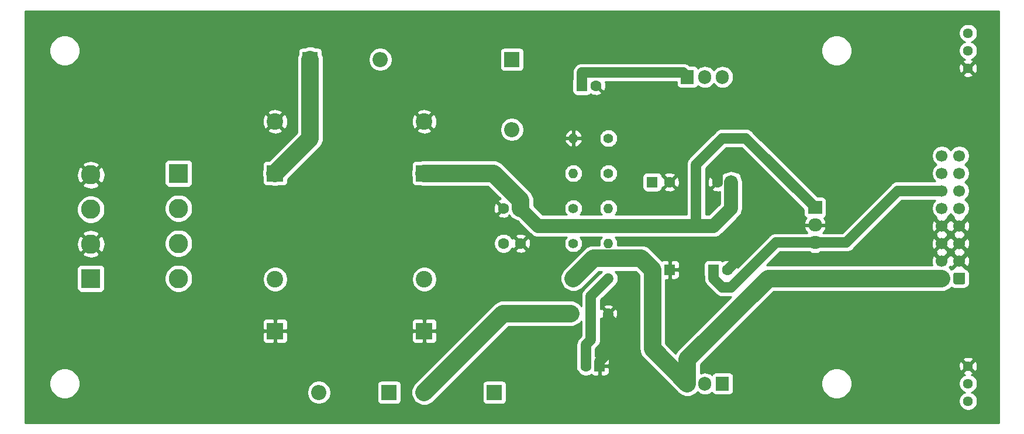
<source format=gbr>
%TF.GenerationSoftware,KiCad,Pcbnew,(5.1.10)-1*%
%TF.CreationDate,2021-09-17T22:04:39-04:00*%
%TF.ProjectId,Power Supply,506f7765-7220-4537-9570-706c792e6b69,rev?*%
%TF.SameCoordinates,Original*%
%TF.FileFunction,Copper,L1,Top*%
%TF.FilePolarity,Positive*%
%FSLAX46Y46*%
G04 Gerber Fmt 4.6, Leading zero omitted, Abs format (unit mm)*
G04 Created by KiCad (PCBNEW (5.1.10)-1) date 2021-09-17 22:04:39*
%MOMM*%
%LPD*%
G01*
G04 APERTURE LIST*
%TA.AperFunction,ComponentPad*%
%ADD10C,1.700000*%
%TD*%
%TA.AperFunction,ComponentPad*%
%ADD11C,1.440000*%
%TD*%
%TA.AperFunction,ComponentPad*%
%ADD12C,2.800000*%
%TD*%
%TA.AperFunction,ComponentPad*%
%ADD13R,2.800000X2.800000*%
%TD*%
%TA.AperFunction,ComponentPad*%
%ADD14R,1.600000X1.600000*%
%TD*%
%TA.AperFunction,ComponentPad*%
%ADD15C,1.600000*%
%TD*%
%TA.AperFunction,ComponentPad*%
%ADD16R,2.400000X2.400000*%
%TD*%
%TA.AperFunction,ComponentPad*%
%ADD17C,2.400000*%
%TD*%
%TA.AperFunction,ComponentPad*%
%ADD18O,2.200000X2.200000*%
%TD*%
%TA.AperFunction,ComponentPad*%
%ADD19R,2.200000X2.200000*%
%TD*%
%TA.AperFunction,ComponentPad*%
%ADD20C,1.400000*%
%TD*%
%TA.AperFunction,ComponentPad*%
%ADD21O,1.400000X1.400000*%
%TD*%
%TA.AperFunction,ComponentPad*%
%ADD22R,1.905000X2.000000*%
%TD*%
%TA.AperFunction,ComponentPad*%
%ADD23O,1.905000X2.000000*%
%TD*%
%TA.AperFunction,ComponentPad*%
%ADD24R,2.000000X1.905000*%
%TD*%
%TA.AperFunction,ComponentPad*%
%ADD25O,2.000000X1.905000*%
%TD*%
%TA.AperFunction,Conductor*%
%ADD26C,2.540000*%
%TD*%
%TA.AperFunction,Conductor*%
%ADD27C,2.000000*%
%TD*%
%TA.AperFunction,Conductor*%
%ADD28C,1.500000*%
%TD*%
%TA.AperFunction,Conductor*%
%ADD29C,0.254000*%
%TD*%
%TA.AperFunction,Conductor*%
%ADD30C,0.100000*%
%TD*%
G04 APERTURE END LIST*
%TO.P,J2,1*%
%TO.N,Net-(C9-Pad2)*%
%TA.AperFunction,ComponentPad*%
G36*
G01*
X197700000Y-92110000D02*
X197700000Y-93310000D01*
G75*
G02*
X197450000Y-93560000I-250000J0D01*
G01*
X196250000Y-93560000D01*
G75*
G02*
X196000000Y-93310000I0J250000D01*
G01*
X196000000Y-92110000D01*
G75*
G02*
X196250000Y-91860000I250000J0D01*
G01*
X197450000Y-91860000D01*
G75*
G02*
X197700000Y-92110000I0J-250000D01*
G01*
G37*
%TD.AperFunction*%
D10*
%TO.P,J2,3*%
%TO.N,GND*%
X196850000Y-90170000D03*
%TO.P,J2,5*%
X196850000Y-87630000D03*
%TO.P,J2,7*%
X196850000Y-85090000D03*
%TO.P,J2,9*%
%TO.N,Net-(C1-Pad1)*%
X196850000Y-82550000D03*
%TO.P,J2,11*%
%TO.N,Net-(C12-Pad1)*%
X196850000Y-80010000D03*
%TO.P,J2,13*%
%TO.N,Net-(J2-Pad13)*%
X196850000Y-77470000D03*
%TO.P,J2,15*%
%TO.N,Net-(J2-Pad15)*%
X196850000Y-74930000D03*
%TO.P,J2,2*%
%TO.N,Net-(C9-Pad2)*%
X194310000Y-92710000D03*
%TO.P,J2,4*%
%TO.N,GND*%
X194310000Y-90170000D03*
%TO.P,J2,6*%
X194310000Y-87630000D03*
%TO.P,J2,8*%
X194310000Y-85090000D03*
%TO.P,J2,10*%
%TO.N,Net-(C1-Pad1)*%
X194310000Y-82550000D03*
%TO.P,J2,12*%
%TO.N,Net-(C12-Pad1)*%
X194310000Y-80010000D03*
%TO.P,J2,14*%
%TO.N,Net-(J2-Pad13)*%
X194310000Y-77470000D03*
%TO.P,J2,16*%
%TO.N,Net-(J2-Pad15)*%
X194310000Y-74930000D03*
%TD*%
D11*
%TO.P,RV4,1*%
%TO.N,Net-(R3-Pad2)*%
X198120000Y-57150000D03*
%TO.P,RV4,2*%
X198120000Y-59690000D03*
%TO.P,RV4,3*%
%TO.N,GND*%
X198120000Y-62230000D03*
%TD*%
%TO.P,RV8,3*%
%TO.N,GND*%
X198120000Y-105410000D03*
%TO.P,RV8,2*%
%TO.N,Net-(R7-Pad1)*%
X198120000Y-107950000D03*
%TO.P,RV8,1*%
X198120000Y-110490000D03*
%TD*%
D12*
%TO.P,BR1,4*%
%TO.N,Net-(BR1-Pad4)*%
X83820000Y-92710000D03*
%TO.P,BR1,3*%
%TO.N,Net-(BR1-Pad3)*%
X83820000Y-87630000D03*
%TO.P,BR1,2*%
%TO.N,Net-(BR1-Pad2)*%
X83820000Y-82550000D03*
D13*
%TO.P,BR1,1*%
%TO.N,Net-(BR1-Pad1)*%
X83820000Y-77470000D03*
%TD*%
D14*
%TO.P,C1,1*%
%TO.N,Net-(C1-Pad1)*%
X152400000Y-78740000D03*
D15*
%TO.P,C1,2*%
%TO.N,GND*%
X154900000Y-78740000D03*
%TD*%
%TO.P,C2,2*%
%TO.N,GND*%
X130850000Y-82550000D03*
%TO.P,C2,1*%
%TO.N,Net-(BR1-Pad1)*%
X133350000Y-82550000D03*
%TD*%
D14*
%TO.P,C3,1*%
%TO.N,Net-(C3-Pad1)*%
X142240000Y-64770000D03*
D15*
%TO.P,C3,2*%
%TO.N,GND*%
X144240000Y-64770000D03*
%TD*%
D16*
%TO.P,C4,1*%
%TO.N,Net-(BR1-Pad1)*%
X97790000Y-77470000D03*
D17*
%TO.P,C4,2*%
%TO.N,GND*%
X97790000Y-69970000D03*
%TD*%
D16*
%TO.P,C5,1*%
%TO.N,Net-(BR1-Pad1)*%
X119380000Y-77470000D03*
D17*
%TO.P,C5,2*%
%TO.N,GND*%
X119380000Y-69970000D03*
%TD*%
%TO.P,C6,2*%
%TO.N,Net-(BR1-Pad4)*%
X97790000Y-92830000D03*
D16*
%TO.P,C6,1*%
%TO.N,GND*%
X97790000Y-100330000D03*
%TD*%
D17*
%TO.P,C7,2*%
%TO.N,Net-(BR1-Pad4)*%
X119380000Y-92830000D03*
D16*
%TO.P,C7,1*%
%TO.N,GND*%
X119380000Y-100330000D03*
%TD*%
D15*
%TO.P,C8,1*%
%TO.N,GND*%
X133350000Y-87630000D03*
%TO.P,C8,2*%
%TO.N,Net-(BR1-Pad4)*%
X130850000Y-87630000D03*
%TD*%
%TO.P,C9,2*%
%TO.N,Net-(C9-Pad2)*%
X152440000Y-91440000D03*
D14*
%TO.P,C9,1*%
%TO.N,GND*%
X154940000Y-91440000D03*
%TD*%
D15*
%TO.P,C10,2*%
%TO.N,Net-(C10-Pad2)*%
X142780000Y-105410000D03*
D14*
%TO.P,C10,1*%
%TO.N,GND*%
X144780000Y-105410000D03*
%TD*%
%TO.P,C11,1*%
%TO.N,Net-(BR1-Pad1)*%
X163830000Y-78740000D03*
D15*
%TO.P,C11,2*%
%TO.N,GND*%
X161830000Y-78740000D03*
%TD*%
%TO.P,C12,2*%
%TO.N,GND*%
X163290000Y-91440000D03*
D14*
%TO.P,C12,1*%
%TO.N,Net-(C12-Pad1)*%
X161290000Y-91440000D03*
%TD*%
D18*
%TO.P,D1,2*%
%TO.N,Net-(C1-Pad1)*%
X113030000Y-60960000D03*
D19*
%TO.P,D1,1*%
%TO.N,Net-(BR1-Pad1)*%
X102870000Y-60960000D03*
%TD*%
%TO.P,D2,1*%
%TO.N,Net-(C1-Pad1)*%
X132080000Y-60960000D03*
D18*
%TO.P,D2,2*%
%TO.N,Net-(C3-Pad1)*%
X132080000Y-71120000D03*
%TD*%
%TO.P,D3,2*%
%TO.N,Net-(BR1-Pad4)*%
X104140000Y-109220000D03*
D19*
%TO.P,D3,1*%
%TO.N,Net-(C9-Pad2)*%
X114300000Y-109220000D03*
%TD*%
%TO.P,D4,1*%
%TO.N,Net-(C10-Pad2)*%
X129540000Y-109220000D03*
D18*
%TO.P,D4,2*%
%TO.N,Net-(C9-Pad2)*%
X119380000Y-109220000D03*
%TD*%
D13*
%TO.P,J1,1*%
%TO.N,Net-(BR1-Pad3)*%
X71120000Y-92710000D03*
D12*
%TO.P,J1,2*%
%TO.N,GND*%
X71120000Y-87710000D03*
%TO.P,J1,3*%
%TO.N,Net-(BR1-Pad2)*%
X71120000Y-82710000D03*
%TO.P,J1,4*%
%TO.N,GND*%
X71120000Y-77710000D03*
%TD*%
D20*
%TO.P,R1,1*%
%TO.N,Net-(C1-Pad1)*%
X146050000Y-77470000D03*
D21*
%TO.P,R1,2*%
%TO.N,Net-(C3-Pad1)*%
X140970000Y-77470000D03*
%TD*%
D20*
%TO.P,R2,1*%
%TO.N,Net-(C1-Pad1)*%
X146050000Y-72390000D03*
D21*
%TO.P,R2,2*%
%TO.N,GND*%
X140970000Y-72390000D03*
%TD*%
%TO.P,R3,2*%
%TO.N,Net-(R3-Pad2)*%
X146050000Y-82550000D03*
D20*
%TO.P,R3,1*%
%TO.N,Net-(C3-Pad1)*%
X140970000Y-82550000D03*
%TD*%
%TO.P,R5,1*%
%TO.N,Net-(C10-Pad2)*%
X146050000Y-92710000D03*
D21*
%TO.P,R5,2*%
%TO.N,Net-(C9-Pad2)*%
X140970000Y-92710000D03*
%TD*%
%TO.P,R6,2*%
%TO.N,Net-(C9-Pad2)*%
X140970000Y-97790000D03*
D20*
%TO.P,R6,1*%
%TO.N,GND*%
X146050000Y-97790000D03*
%TD*%
D21*
%TO.P,R7,2*%
%TO.N,Net-(C10-Pad2)*%
X146050000Y-87630000D03*
D20*
%TO.P,R7,1*%
%TO.N,Net-(R7-Pad1)*%
X140970000Y-87630000D03*
%TD*%
D22*
%TO.P,U1,1*%
%TO.N,Net-(C3-Pad1)*%
X157480000Y-63500000D03*
D23*
%TO.P,U1,2*%
%TO.N,Net-(C1-Pad1)*%
X160020000Y-63500000D03*
%TO.P,U1,3*%
%TO.N,Net-(BR1-Pad1)*%
X162560000Y-63500000D03*
%TD*%
%TO.P,U2,3*%
%TO.N,Net-(C9-Pad2)*%
X157480000Y-107950000D03*
%TO.P,U2,2*%
%TO.N,Net-(BR1-Pad4)*%
X160020000Y-107950000D03*
D22*
%TO.P,U2,1*%
%TO.N,Net-(C10-Pad2)*%
X162560000Y-107950000D03*
%TD*%
D24*
%TO.P,U3,1*%
%TO.N,Net-(BR1-Pad1)*%
X175958500Y-82423000D03*
D25*
%TO.P,U3,2*%
%TO.N,GND*%
X175958500Y-84963000D03*
%TO.P,U3,3*%
%TO.N,Net-(C12-Pad1)*%
X175958500Y-87503000D03*
%TD*%
D26*
%TO.N,Net-(BR1-Pad1)*%
X102870000Y-72390000D02*
X102870000Y-60960000D01*
X97790000Y-77470000D02*
X102870000Y-72390000D01*
X133350000Y-81418630D02*
X133350000Y-82550000D01*
X129401370Y-77470000D02*
X133350000Y-81418630D01*
X119380000Y-77470000D02*
X129401370Y-77470000D01*
D27*
X135890000Y-85090000D02*
X133350000Y-82550000D01*
D28*
X175958500Y-82423000D02*
X165925500Y-72390000D01*
X165925500Y-72390000D02*
X162560000Y-72390000D01*
X158750000Y-76200000D02*
X158750000Y-85090000D01*
X162560000Y-72390000D02*
X158750000Y-76200000D01*
D27*
X158750000Y-85090000D02*
X135890000Y-85090000D01*
X163830000Y-82550000D02*
X163830000Y-78740000D01*
X161290000Y-85090000D02*
X163830000Y-82550000D01*
X158750000Y-85090000D02*
X161290000Y-85090000D01*
D28*
%TO.N,GND*%
X161830000Y-77429998D02*
X161830000Y-78740000D01*
X163694998Y-75565000D02*
X161830000Y-77429998D01*
X165100000Y-75565000D02*
X163694998Y-75565000D01*
X167005000Y-77470000D02*
X165100000Y-75565000D01*
X167005000Y-87725000D02*
X167005000Y-77470000D01*
X163290000Y-91440000D02*
X167005000Y-87725000D01*
X144780000Y-105410000D02*
X144780000Y-104775000D01*
X146050000Y-103505000D02*
X146050000Y-97790000D01*
X144780000Y-104775000D02*
X146050000Y-103505000D01*
%TO.N,Net-(C3-Pad1)*%
X142240000Y-64770000D02*
X142240000Y-62865000D01*
X156845000Y-62865000D02*
X157480000Y-63500000D01*
X142240000Y-62865000D02*
X156845000Y-62865000D01*
%TO.N,Net-(C9-Pad2)*%
X140970000Y-97790000D02*
X130810000Y-97790000D01*
D26*
X150800001Y-89800001D02*
X152440000Y-91440000D01*
X143879999Y-89800001D02*
X150800001Y-89800001D01*
X140970000Y-92710000D02*
X143879999Y-89800001D01*
X152440000Y-102910000D02*
X157480000Y-107950000D01*
X152440000Y-91440000D02*
X152440000Y-102910000D01*
X157480000Y-104410000D02*
X157480000Y-107950000D01*
X169180000Y-92710000D02*
X157480000Y-104410000D01*
X194310000Y-92710000D02*
X169180000Y-92710000D01*
X119380000Y-109220000D02*
X130810000Y-97790000D01*
X130810000Y-97790000D02*
X140559990Y-97790000D01*
D28*
%TO.N,Net-(C10-Pad2)*%
X142780000Y-105410000D02*
X142780000Y-102330000D01*
X142780000Y-102330000D02*
X143510000Y-101600000D01*
X143510000Y-95250000D02*
X146050000Y-92710000D01*
X143510000Y-101600000D02*
X143510000Y-95250000D01*
%TO.N,Net-(C12-Pad1)*%
X161290000Y-91440000D02*
X161290000Y-92710000D01*
X162560000Y-93980000D02*
X163830000Y-93980000D01*
X161290000Y-92710000D02*
X162560000Y-93980000D01*
X170307000Y-87503000D02*
X175958500Y-87503000D01*
X163830000Y-93980000D02*
X170307000Y-87503000D01*
X175958500Y-87503000D02*
X180467000Y-87503000D01*
X187960000Y-80010000D02*
X194310000Y-80010000D01*
X180467000Y-87503000D02*
X187960000Y-80010000D01*
%TD*%
D29*
%TO.N,GND*%
X202540000Y-113640000D02*
X61620000Y-113640000D01*
X61620000Y-107729872D01*
X65075000Y-107729872D01*
X65075000Y-108170128D01*
X65160890Y-108601925D01*
X65329369Y-109008669D01*
X65573962Y-109374729D01*
X65885271Y-109686038D01*
X66251331Y-109930631D01*
X66658075Y-110099110D01*
X67089872Y-110185000D01*
X67530128Y-110185000D01*
X67961925Y-110099110D01*
X68368669Y-109930631D01*
X68734729Y-109686038D01*
X69046038Y-109374729D01*
X69263604Y-109049117D01*
X102405000Y-109049117D01*
X102405000Y-109390883D01*
X102471675Y-109726081D01*
X102602463Y-110041831D01*
X102792337Y-110325998D01*
X103034002Y-110567663D01*
X103318169Y-110757537D01*
X103633919Y-110888325D01*
X103969117Y-110955000D01*
X104310883Y-110955000D01*
X104646081Y-110888325D01*
X104961831Y-110757537D01*
X105245998Y-110567663D01*
X105487663Y-110325998D01*
X105677537Y-110041831D01*
X105808325Y-109726081D01*
X105875000Y-109390883D01*
X105875000Y-109049117D01*
X105808325Y-108713919D01*
X105677537Y-108398169D01*
X105491671Y-108120000D01*
X112561928Y-108120000D01*
X112561928Y-110320000D01*
X112574188Y-110444482D01*
X112610498Y-110564180D01*
X112669463Y-110674494D01*
X112748815Y-110771185D01*
X112845506Y-110850537D01*
X112955820Y-110909502D01*
X113075518Y-110945812D01*
X113200000Y-110958072D01*
X115400000Y-110958072D01*
X115524482Y-110945812D01*
X115644180Y-110909502D01*
X115754494Y-110850537D01*
X115851185Y-110771185D01*
X115930537Y-110674494D01*
X115989502Y-110564180D01*
X116025812Y-110444482D01*
X116038072Y-110320000D01*
X116038072Y-108120000D01*
X116025812Y-107995518D01*
X115989502Y-107875820D01*
X115930537Y-107765506D01*
X115851185Y-107668815D01*
X115754494Y-107589463D01*
X115644180Y-107530498D01*
X115524482Y-107494188D01*
X115400000Y-107481928D01*
X113200000Y-107481928D01*
X113075518Y-107494188D01*
X112955820Y-107530498D01*
X112845506Y-107589463D01*
X112748815Y-107668815D01*
X112669463Y-107765506D01*
X112610498Y-107875820D01*
X112574188Y-107995518D01*
X112561928Y-108120000D01*
X105491671Y-108120000D01*
X105487663Y-108114002D01*
X105245998Y-107872337D01*
X104961831Y-107682463D01*
X104646081Y-107551675D01*
X104310883Y-107485000D01*
X103969117Y-107485000D01*
X103633919Y-107551675D01*
X103318169Y-107682463D01*
X103034002Y-107872337D01*
X102792337Y-108114002D01*
X102602463Y-108398169D01*
X102471675Y-108713919D01*
X102405000Y-109049117D01*
X69263604Y-109049117D01*
X69290631Y-109008669D01*
X69459110Y-108601925D01*
X69545000Y-108170128D01*
X69545000Y-107729872D01*
X69459110Y-107298075D01*
X69290631Y-106891331D01*
X69046038Y-106525271D01*
X68734729Y-106213962D01*
X68368669Y-105969369D01*
X67961925Y-105800890D01*
X67530128Y-105715000D01*
X67089872Y-105715000D01*
X66658075Y-105800890D01*
X66251331Y-105969369D01*
X65885271Y-106213962D01*
X65573962Y-106525271D01*
X65329369Y-106891331D01*
X65160890Y-107298075D01*
X65075000Y-107729872D01*
X61620000Y-107729872D01*
X61620000Y-101530000D01*
X95951928Y-101530000D01*
X95964188Y-101654482D01*
X96000498Y-101774180D01*
X96059463Y-101884494D01*
X96138815Y-101981185D01*
X96235506Y-102060537D01*
X96345820Y-102119502D01*
X96465518Y-102155812D01*
X96590000Y-102168072D01*
X97504250Y-102165000D01*
X97663000Y-102006250D01*
X97663000Y-100457000D01*
X97917000Y-100457000D01*
X97917000Y-102006250D01*
X98075750Y-102165000D01*
X98990000Y-102168072D01*
X99114482Y-102155812D01*
X99234180Y-102119502D01*
X99344494Y-102060537D01*
X99441185Y-101981185D01*
X99520537Y-101884494D01*
X99579502Y-101774180D01*
X99615812Y-101654482D01*
X99628072Y-101530000D01*
X117541928Y-101530000D01*
X117554188Y-101654482D01*
X117590498Y-101774180D01*
X117649463Y-101884494D01*
X117728815Y-101981185D01*
X117825506Y-102060537D01*
X117935820Y-102119502D01*
X118055518Y-102155812D01*
X118180000Y-102168072D01*
X119094250Y-102165000D01*
X119253000Y-102006250D01*
X119253000Y-100457000D01*
X119507000Y-100457000D01*
X119507000Y-102006250D01*
X119665750Y-102165000D01*
X120580000Y-102168072D01*
X120704482Y-102155812D01*
X120824180Y-102119502D01*
X120934494Y-102060537D01*
X121031185Y-101981185D01*
X121110537Y-101884494D01*
X121169502Y-101774180D01*
X121205812Y-101654482D01*
X121218072Y-101530000D01*
X121215000Y-100615750D01*
X121056250Y-100457000D01*
X119507000Y-100457000D01*
X119253000Y-100457000D01*
X117703750Y-100457000D01*
X117545000Y-100615750D01*
X117541928Y-101530000D01*
X99628072Y-101530000D01*
X99625000Y-100615750D01*
X99466250Y-100457000D01*
X97917000Y-100457000D01*
X97663000Y-100457000D01*
X96113750Y-100457000D01*
X95955000Y-100615750D01*
X95951928Y-101530000D01*
X61620000Y-101530000D01*
X61620000Y-99130000D01*
X95951928Y-99130000D01*
X95955000Y-100044250D01*
X96113750Y-100203000D01*
X97663000Y-100203000D01*
X97663000Y-98653750D01*
X97917000Y-98653750D01*
X97917000Y-100203000D01*
X99466250Y-100203000D01*
X99625000Y-100044250D01*
X99628072Y-99130000D01*
X117541928Y-99130000D01*
X117545000Y-100044250D01*
X117703750Y-100203000D01*
X119253000Y-100203000D01*
X119253000Y-98653750D01*
X119507000Y-98653750D01*
X119507000Y-100203000D01*
X121056250Y-100203000D01*
X121215000Y-100044250D01*
X121218072Y-99130000D01*
X121205812Y-99005518D01*
X121169502Y-98885820D01*
X121110537Y-98775506D01*
X121031185Y-98678815D01*
X120934494Y-98599463D01*
X120824180Y-98540498D01*
X120704482Y-98504188D01*
X120580000Y-98491928D01*
X119665750Y-98495000D01*
X119507000Y-98653750D01*
X119253000Y-98653750D01*
X119094250Y-98495000D01*
X118180000Y-98491928D01*
X118055518Y-98504188D01*
X117935820Y-98540498D01*
X117825506Y-98599463D01*
X117728815Y-98678815D01*
X117649463Y-98775506D01*
X117590498Y-98885820D01*
X117554188Y-99005518D01*
X117541928Y-99130000D01*
X99628072Y-99130000D01*
X99615812Y-99005518D01*
X99579502Y-98885820D01*
X99520537Y-98775506D01*
X99441185Y-98678815D01*
X99344494Y-98599463D01*
X99234180Y-98540498D01*
X99114482Y-98504188D01*
X98990000Y-98491928D01*
X98075750Y-98495000D01*
X97917000Y-98653750D01*
X97663000Y-98653750D01*
X97504250Y-98495000D01*
X96590000Y-98491928D01*
X96465518Y-98504188D01*
X96345820Y-98540498D01*
X96235506Y-98599463D01*
X96138815Y-98678815D01*
X96059463Y-98775506D01*
X96000498Y-98885820D01*
X95964188Y-99005518D01*
X95951928Y-99130000D01*
X61620000Y-99130000D01*
X61620000Y-91310000D01*
X69081928Y-91310000D01*
X69081928Y-94110000D01*
X69094188Y-94234482D01*
X69130498Y-94354180D01*
X69189463Y-94464494D01*
X69268815Y-94561185D01*
X69365506Y-94640537D01*
X69475820Y-94699502D01*
X69595518Y-94735812D01*
X69720000Y-94748072D01*
X72520000Y-94748072D01*
X72644482Y-94735812D01*
X72764180Y-94699502D01*
X72874494Y-94640537D01*
X72971185Y-94561185D01*
X73050537Y-94464494D01*
X73109502Y-94354180D01*
X73145812Y-94234482D01*
X73158072Y-94110000D01*
X73158072Y-92509570D01*
X81785000Y-92509570D01*
X81785000Y-92910430D01*
X81863204Y-93303587D01*
X82016607Y-93673934D01*
X82239313Y-94007237D01*
X82522763Y-94290687D01*
X82856066Y-94513393D01*
X83226413Y-94666796D01*
X83619570Y-94745000D01*
X84020430Y-94745000D01*
X84413587Y-94666796D01*
X84783934Y-94513393D01*
X85117237Y-94290687D01*
X85400687Y-94007237D01*
X85623393Y-93673934D01*
X85776796Y-93303587D01*
X85855000Y-92910430D01*
X85855000Y-92649268D01*
X95955000Y-92649268D01*
X95955000Y-93010732D01*
X96025518Y-93365250D01*
X96163844Y-93699199D01*
X96364662Y-93999744D01*
X96620256Y-94255338D01*
X96920801Y-94456156D01*
X97254750Y-94594482D01*
X97609268Y-94665000D01*
X97970732Y-94665000D01*
X98325250Y-94594482D01*
X98659199Y-94456156D01*
X98959744Y-94255338D01*
X99215338Y-93999744D01*
X99416156Y-93699199D01*
X99554482Y-93365250D01*
X99625000Y-93010732D01*
X99625000Y-92649268D01*
X117545000Y-92649268D01*
X117545000Y-93010732D01*
X117615518Y-93365250D01*
X117753844Y-93699199D01*
X117954662Y-93999744D01*
X118210256Y-94255338D01*
X118510801Y-94456156D01*
X118844750Y-94594482D01*
X119199268Y-94665000D01*
X119560732Y-94665000D01*
X119915250Y-94594482D01*
X120249199Y-94456156D01*
X120549744Y-94255338D01*
X120805338Y-93999744D01*
X121006156Y-93699199D01*
X121144482Y-93365250D01*
X121215000Y-93010732D01*
X121215000Y-92649268D01*
X121144482Y-92294750D01*
X121006156Y-91960801D01*
X120805338Y-91660256D01*
X120549744Y-91404662D01*
X120249199Y-91203844D01*
X119915250Y-91065518D01*
X119560732Y-90995000D01*
X119199268Y-90995000D01*
X118844750Y-91065518D01*
X118510801Y-91203844D01*
X118210256Y-91404662D01*
X117954662Y-91660256D01*
X117753844Y-91960801D01*
X117615518Y-92294750D01*
X117545000Y-92649268D01*
X99625000Y-92649268D01*
X99554482Y-92294750D01*
X99416156Y-91960801D01*
X99215338Y-91660256D01*
X98959744Y-91404662D01*
X98659199Y-91203844D01*
X98325250Y-91065518D01*
X97970732Y-90995000D01*
X97609268Y-90995000D01*
X97254750Y-91065518D01*
X96920801Y-91203844D01*
X96620256Y-91404662D01*
X96364662Y-91660256D01*
X96163844Y-91960801D01*
X96025518Y-92294750D01*
X95955000Y-92649268D01*
X85855000Y-92649268D01*
X85855000Y-92509570D01*
X85776796Y-92116413D01*
X85623393Y-91746066D01*
X85400687Y-91412763D01*
X85117237Y-91129313D01*
X84783934Y-90906607D01*
X84413587Y-90753204D01*
X84020430Y-90675000D01*
X83619570Y-90675000D01*
X83226413Y-90753204D01*
X82856066Y-90906607D01*
X82522763Y-91129313D01*
X82239313Y-91412763D01*
X82016607Y-91746066D01*
X81863204Y-92116413D01*
X81785000Y-92509570D01*
X73158072Y-92509570D01*
X73158072Y-91310000D01*
X73145812Y-91185518D01*
X73109502Y-91065820D01*
X73050537Y-90955506D01*
X72971185Y-90858815D01*
X72874494Y-90779463D01*
X72764180Y-90720498D01*
X72644482Y-90684188D01*
X72520000Y-90671928D01*
X69720000Y-90671928D01*
X69595518Y-90684188D01*
X69475820Y-90720498D01*
X69365506Y-90779463D01*
X69268815Y-90858815D01*
X69189463Y-90955506D01*
X69130498Y-91065820D01*
X69094188Y-91185518D01*
X69081928Y-91310000D01*
X61620000Y-91310000D01*
X61620000Y-89130447D01*
X69879158Y-89130447D01*
X70023135Y-89435770D01*
X70380892Y-89616597D01*
X70767053Y-89724155D01*
X71166777Y-89754310D01*
X71564704Y-89705904D01*
X71945540Y-89580795D01*
X72216865Y-89435770D01*
X72360842Y-89130447D01*
X71120000Y-87889605D01*
X69879158Y-89130447D01*
X61620000Y-89130447D01*
X61620000Y-87756777D01*
X69075690Y-87756777D01*
X69124096Y-88154704D01*
X69249205Y-88535540D01*
X69394230Y-88806865D01*
X69699553Y-88950842D01*
X70940395Y-87710000D01*
X71299605Y-87710000D01*
X72540447Y-88950842D01*
X72845770Y-88806865D01*
X73026597Y-88449108D01*
X73134155Y-88062947D01*
X73164310Y-87663223D01*
X73135888Y-87429570D01*
X81785000Y-87429570D01*
X81785000Y-87830430D01*
X81863204Y-88223587D01*
X82016607Y-88593934D01*
X82239313Y-88927237D01*
X82522763Y-89210687D01*
X82856066Y-89433393D01*
X83226413Y-89586796D01*
X83619570Y-89665000D01*
X84020430Y-89665000D01*
X84413587Y-89586796D01*
X84783934Y-89433393D01*
X85117237Y-89210687D01*
X85400687Y-88927237D01*
X85623393Y-88593934D01*
X85776796Y-88223587D01*
X85855000Y-87830430D01*
X85855000Y-87488665D01*
X129415000Y-87488665D01*
X129415000Y-87771335D01*
X129470147Y-88048574D01*
X129578320Y-88309727D01*
X129735363Y-88544759D01*
X129935241Y-88744637D01*
X130170273Y-88901680D01*
X130431426Y-89009853D01*
X130708665Y-89065000D01*
X130991335Y-89065000D01*
X131268574Y-89009853D01*
X131529727Y-88901680D01*
X131764759Y-88744637D01*
X131886694Y-88622702D01*
X132536903Y-88622702D01*
X132608486Y-88866671D01*
X132863996Y-88987571D01*
X133138184Y-89056300D01*
X133420512Y-89070217D01*
X133700130Y-89028787D01*
X133966292Y-88933603D01*
X134091514Y-88866671D01*
X134163097Y-88622702D01*
X133350000Y-87809605D01*
X132536903Y-88622702D01*
X131886694Y-88622702D01*
X131964637Y-88544759D01*
X132098692Y-88344131D01*
X132113329Y-88371514D01*
X132357298Y-88443097D01*
X133170395Y-87630000D01*
X133529605Y-87630000D01*
X134342702Y-88443097D01*
X134586671Y-88371514D01*
X134707571Y-88116004D01*
X134776300Y-87841816D01*
X134790217Y-87559488D01*
X134748787Y-87279870D01*
X134653603Y-87013708D01*
X134586671Y-86888486D01*
X134342702Y-86816903D01*
X133529605Y-87630000D01*
X133170395Y-87630000D01*
X132357298Y-86816903D01*
X132113329Y-86888486D01*
X132099676Y-86917341D01*
X131964637Y-86715241D01*
X131886694Y-86637298D01*
X132536903Y-86637298D01*
X133350000Y-87450395D01*
X134163097Y-86637298D01*
X134091514Y-86393329D01*
X133836004Y-86272429D01*
X133561816Y-86203700D01*
X133279488Y-86189783D01*
X132999870Y-86231213D01*
X132733708Y-86326397D01*
X132608486Y-86393329D01*
X132536903Y-86637298D01*
X131886694Y-86637298D01*
X131764759Y-86515363D01*
X131529727Y-86358320D01*
X131268574Y-86250147D01*
X130991335Y-86195000D01*
X130708665Y-86195000D01*
X130431426Y-86250147D01*
X130170273Y-86358320D01*
X129935241Y-86515363D01*
X129735363Y-86715241D01*
X129578320Y-86950273D01*
X129470147Y-87211426D01*
X129415000Y-87488665D01*
X85855000Y-87488665D01*
X85855000Y-87429570D01*
X85776796Y-87036413D01*
X85623393Y-86666066D01*
X85400687Y-86332763D01*
X85117237Y-86049313D01*
X84783934Y-85826607D01*
X84413587Y-85673204D01*
X84020430Y-85595000D01*
X83619570Y-85595000D01*
X83226413Y-85673204D01*
X82856066Y-85826607D01*
X82522763Y-86049313D01*
X82239313Y-86332763D01*
X82016607Y-86666066D01*
X81863204Y-87036413D01*
X81785000Y-87429570D01*
X73135888Y-87429570D01*
X73115904Y-87265296D01*
X72990795Y-86884460D01*
X72845770Y-86613135D01*
X72540447Y-86469158D01*
X71299605Y-87710000D01*
X70940395Y-87710000D01*
X69699553Y-86469158D01*
X69394230Y-86613135D01*
X69213403Y-86970892D01*
X69105845Y-87357053D01*
X69075690Y-87756777D01*
X61620000Y-87756777D01*
X61620000Y-86289553D01*
X69879158Y-86289553D01*
X71120000Y-87530395D01*
X72360842Y-86289553D01*
X72216865Y-85984230D01*
X71859108Y-85803403D01*
X71472947Y-85695845D01*
X71073223Y-85665690D01*
X70675296Y-85714096D01*
X70294460Y-85839205D01*
X70023135Y-85984230D01*
X69879158Y-86289553D01*
X61620000Y-86289553D01*
X61620000Y-82509570D01*
X69085000Y-82509570D01*
X69085000Y-82910430D01*
X69163204Y-83303587D01*
X69316607Y-83673934D01*
X69539313Y-84007237D01*
X69822763Y-84290687D01*
X70156066Y-84513393D01*
X70526413Y-84666796D01*
X70919570Y-84745000D01*
X71320430Y-84745000D01*
X71713587Y-84666796D01*
X72083934Y-84513393D01*
X72417237Y-84290687D01*
X72700687Y-84007237D01*
X72923393Y-83673934D01*
X73076796Y-83303587D01*
X73155000Y-82910430D01*
X73155000Y-82509570D01*
X73123174Y-82349570D01*
X81785000Y-82349570D01*
X81785000Y-82750430D01*
X81863204Y-83143587D01*
X82016607Y-83513934D01*
X82239313Y-83847237D01*
X82522763Y-84130687D01*
X82856066Y-84353393D01*
X83226413Y-84506796D01*
X83619570Y-84585000D01*
X84020430Y-84585000D01*
X84413587Y-84506796D01*
X84783934Y-84353393D01*
X85117237Y-84130687D01*
X85400687Y-83847237D01*
X85623393Y-83513934D01*
X85776796Y-83143587D01*
X85855000Y-82750430D01*
X85855000Y-82620512D01*
X129409783Y-82620512D01*
X129451213Y-82900130D01*
X129546397Y-83166292D01*
X129613329Y-83291514D01*
X129857298Y-83363097D01*
X130670395Y-82550000D01*
X129857298Y-81736903D01*
X129613329Y-81808486D01*
X129492429Y-82063996D01*
X129423700Y-82338184D01*
X129409783Y-82620512D01*
X85855000Y-82620512D01*
X85855000Y-82349570D01*
X85776796Y-81956413D01*
X85623393Y-81586066D01*
X85400687Y-81252763D01*
X85117237Y-80969313D01*
X84783934Y-80746607D01*
X84413587Y-80593204D01*
X84020430Y-80515000D01*
X83619570Y-80515000D01*
X83226413Y-80593204D01*
X82856066Y-80746607D01*
X82522763Y-80969313D01*
X82239313Y-81252763D01*
X82016607Y-81586066D01*
X81863204Y-81956413D01*
X81785000Y-82349570D01*
X73123174Y-82349570D01*
X73076796Y-82116413D01*
X72923393Y-81746066D01*
X72700687Y-81412763D01*
X72417237Y-81129313D01*
X72083934Y-80906607D01*
X71713587Y-80753204D01*
X71320430Y-80675000D01*
X70919570Y-80675000D01*
X70526413Y-80753204D01*
X70156066Y-80906607D01*
X69822763Y-81129313D01*
X69539313Y-81412763D01*
X69316607Y-81746066D01*
X69163204Y-82116413D01*
X69085000Y-82509570D01*
X61620000Y-82509570D01*
X61620000Y-79130447D01*
X69879158Y-79130447D01*
X70023135Y-79435770D01*
X70380892Y-79616597D01*
X70767053Y-79724155D01*
X71166777Y-79754310D01*
X71564704Y-79705904D01*
X71945540Y-79580795D01*
X72216865Y-79435770D01*
X72360842Y-79130447D01*
X71120000Y-77889605D01*
X69879158Y-79130447D01*
X61620000Y-79130447D01*
X61620000Y-77756777D01*
X69075690Y-77756777D01*
X69124096Y-78154704D01*
X69249205Y-78535540D01*
X69394230Y-78806865D01*
X69699553Y-78950842D01*
X70940395Y-77710000D01*
X71299605Y-77710000D01*
X72540447Y-78950842D01*
X72845770Y-78806865D01*
X73026597Y-78449108D01*
X73134155Y-78062947D01*
X73164310Y-77663223D01*
X73115904Y-77265296D01*
X72990795Y-76884460D01*
X72845770Y-76613135D01*
X72540447Y-76469158D01*
X71299605Y-77710000D01*
X70940395Y-77710000D01*
X69699553Y-76469158D01*
X69394230Y-76613135D01*
X69213403Y-76970892D01*
X69105845Y-77357053D01*
X69075690Y-77756777D01*
X61620000Y-77756777D01*
X61620000Y-76289553D01*
X69879158Y-76289553D01*
X71120000Y-77530395D01*
X72360842Y-76289553D01*
X72257311Y-76070000D01*
X81781928Y-76070000D01*
X81781928Y-78870000D01*
X81794188Y-78994482D01*
X81830498Y-79114180D01*
X81889463Y-79224494D01*
X81968815Y-79321185D01*
X82065506Y-79400537D01*
X82175820Y-79459502D01*
X82295518Y-79495812D01*
X82420000Y-79508072D01*
X85220000Y-79508072D01*
X85344482Y-79495812D01*
X85464180Y-79459502D01*
X85574494Y-79400537D01*
X85671185Y-79321185D01*
X85750537Y-79224494D01*
X85809502Y-79114180D01*
X85845812Y-78994482D01*
X85858072Y-78870000D01*
X85858072Y-77470000D01*
X95875783Y-77470000D01*
X95912565Y-77843445D01*
X95951928Y-77973207D01*
X95951928Y-78670000D01*
X95964188Y-78794482D01*
X96000498Y-78914180D01*
X96059463Y-79024494D01*
X96138815Y-79121185D01*
X96235506Y-79200537D01*
X96345820Y-79259502D01*
X96465518Y-79295812D01*
X96590000Y-79308072D01*
X97286793Y-79308072D01*
X97416555Y-79347435D01*
X97790000Y-79384217D01*
X98163445Y-79347435D01*
X98293207Y-79308072D01*
X98990000Y-79308072D01*
X99114482Y-79295812D01*
X99234180Y-79259502D01*
X99344494Y-79200537D01*
X99441185Y-79121185D01*
X99520537Y-79024494D01*
X99579502Y-78914180D01*
X99615812Y-78794482D01*
X99628072Y-78670000D01*
X99628072Y-78326003D01*
X100484075Y-77470000D01*
X117465783Y-77470000D01*
X117502564Y-77843445D01*
X117541928Y-77973211D01*
X117541928Y-78670000D01*
X117554188Y-78794482D01*
X117590498Y-78914180D01*
X117649463Y-79024494D01*
X117728815Y-79121185D01*
X117825506Y-79200537D01*
X117935820Y-79259502D01*
X118055518Y-79295812D01*
X118180000Y-79308072D01*
X118876789Y-79308072D01*
X119006555Y-79347436D01*
X119286418Y-79375000D01*
X128612295Y-79375000D01*
X130417842Y-81180548D01*
X130233708Y-81246397D01*
X130108486Y-81313329D01*
X130036903Y-81557298D01*
X130850000Y-82370395D01*
X130864143Y-82356253D01*
X131043748Y-82535858D01*
X131029605Y-82550000D01*
X131043748Y-82564143D01*
X130864143Y-82743748D01*
X130850000Y-82729605D01*
X130036903Y-83542702D01*
X130108486Y-83786671D01*
X130363996Y-83907571D01*
X130638184Y-83976300D01*
X130920512Y-83990217D01*
X131200130Y-83948787D01*
X131466292Y-83853603D01*
X131591514Y-83786671D01*
X131663097Y-83542704D01*
X131779370Y-83658977D01*
X131788353Y-83649994D01*
X131996445Y-83903556D01*
X132286519Y-84141613D01*
X132617462Y-84318506D01*
X132888480Y-84400718D01*
X134677080Y-86189319D01*
X134728286Y-86251714D01*
X134977248Y-86456031D01*
X135261285Y-86607852D01*
X135569484Y-86701343D01*
X135809678Y-86725000D01*
X135809680Y-86725000D01*
X135889999Y-86732911D01*
X135970319Y-86725000D01*
X139987025Y-86725000D01*
X139933038Y-86778987D01*
X139786939Y-86997641D01*
X139686304Y-87240595D01*
X139635000Y-87498514D01*
X139635000Y-87761486D01*
X139686304Y-88019405D01*
X139786939Y-88262359D01*
X139933038Y-88481013D01*
X140118987Y-88666962D01*
X140337641Y-88813061D01*
X140580595Y-88913696D01*
X140838514Y-88965000D01*
X141101486Y-88965000D01*
X141359405Y-88913696D01*
X141602359Y-88813061D01*
X141821013Y-88666962D01*
X142006962Y-88481013D01*
X142153061Y-88262359D01*
X142253696Y-88019405D01*
X142305000Y-87761486D01*
X142305000Y-87498514D01*
X142253696Y-87240595D01*
X142153061Y-86997641D01*
X142006962Y-86778987D01*
X141952975Y-86725000D01*
X145067025Y-86725000D01*
X145013038Y-86778987D01*
X144866939Y-86997641D01*
X144766304Y-87240595D01*
X144715000Y-87498514D01*
X144715000Y-87761486D01*
X144741558Y-87895001D01*
X143973578Y-87895001D01*
X143879998Y-87885784D01*
X143786418Y-87895001D01*
X143786417Y-87895001D01*
X143506554Y-87922565D01*
X143147460Y-88031495D01*
X143088618Y-88062947D01*
X142816516Y-88208388D01*
X142733902Y-88276188D01*
X142526443Y-88446445D01*
X142466783Y-88519141D01*
X139556790Y-91429135D01*
X139378387Y-91646518D01*
X139201495Y-91977461D01*
X139092565Y-92336555D01*
X139055783Y-92710000D01*
X139092565Y-93083445D01*
X139201495Y-93442539D01*
X139378387Y-93773482D01*
X139616445Y-94063555D01*
X139906518Y-94301613D01*
X140237461Y-94478505D01*
X140596555Y-94587435D01*
X140970000Y-94624217D01*
X141343445Y-94587435D01*
X141702539Y-94478505D01*
X142033482Y-94301613D01*
X142250865Y-94123210D01*
X144669075Y-91705001D01*
X145096314Y-91705001D01*
X142578765Y-94222550D01*
X142525920Y-94265919D01*
X142482551Y-94318764D01*
X142482548Y-94318767D01*
X142352844Y-94476812D01*
X142224236Y-94717420D01*
X142145040Y-94978493D01*
X142118300Y-95250000D01*
X142125001Y-95318039D01*
X142125001Y-96694103D01*
X141913546Y-96436444D01*
X141623472Y-96198387D01*
X141292529Y-96021494D01*
X140933435Y-95912564D01*
X140653572Y-95885000D01*
X130903579Y-95885000D01*
X130809999Y-95875783D01*
X130716419Y-95885000D01*
X130716418Y-95885000D01*
X130436555Y-95912564D01*
X130077461Y-96021494D01*
X129923410Y-96103836D01*
X129746517Y-96198387D01*
X129650177Y-96277452D01*
X129456444Y-96436444D01*
X129396784Y-96509140D01*
X117966790Y-107939135D01*
X117788387Y-108156518D01*
X117611495Y-108487461D01*
X117502565Y-108846555D01*
X117465783Y-109220000D01*
X117502565Y-109593445D01*
X117611495Y-109952539D01*
X117788387Y-110283482D01*
X118026445Y-110573555D01*
X118316518Y-110811613D01*
X118647461Y-110988505D01*
X119006555Y-111097435D01*
X119380000Y-111134217D01*
X119753445Y-111097435D01*
X120112539Y-110988505D01*
X120443482Y-110811613D01*
X120660865Y-110633210D01*
X123174075Y-108120000D01*
X127801928Y-108120000D01*
X127801928Y-110320000D01*
X127814188Y-110444482D01*
X127850498Y-110564180D01*
X127909463Y-110674494D01*
X127988815Y-110771185D01*
X128085506Y-110850537D01*
X128195820Y-110909502D01*
X128315518Y-110945812D01*
X128440000Y-110958072D01*
X130640000Y-110958072D01*
X130764482Y-110945812D01*
X130884180Y-110909502D01*
X130994494Y-110850537D01*
X131091185Y-110771185D01*
X131170537Y-110674494D01*
X131229502Y-110564180D01*
X131265812Y-110444482D01*
X131278072Y-110320000D01*
X131278072Y-108120000D01*
X131265812Y-107995518D01*
X131229502Y-107875820D01*
X131170537Y-107765506D01*
X131091185Y-107668815D01*
X130994494Y-107589463D01*
X130884180Y-107530498D01*
X130764482Y-107494188D01*
X130640000Y-107481928D01*
X128440000Y-107481928D01*
X128315518Y-107494188D01*
X128195820Y-107530498D01*
X128085506Y-107589463D01*
X127988815Y-107668815D01*
X127909463Y-107765506D01*
X127850498Y-107875820D01*
X127814188Y-107995518D01*
X127801928Y-108120000D01*
X123174075Y-108120000D01*
X131599076Y-99695000D01*
X140653572Y-99695000D01*
X140933435Y-99667436D01*
X141292529Y-99558506D01*
X141623472Y-99381613D01*
X141913546Y-99143556D01*
X142125000Y-98885897D01*
X142125000Y-101026315D01*
X141848765Y-101302550D01*
X141795920Y-101345919D01*
X141752551Y-101398764D01*
X141752548Y-101398767D01*
X141622844Y-101556812D01*
X141494236Y-101797420D01*
X141415040Y-102058493D01*
X141388300Y-102330000D01*
X141395001Y-102398039D01*
X141395000Y-105017301D01*
X141345000Y-105268665D01*
X141345000Y-105551335D01*
X141400147Y-105828574D01*
X141508320Y-106089727D01*
X141665363Y-106324759D01*
X141865241Y-106524637D01*
X142100273Y-106681680D01*
X142361426Y-106789853D01*
X142638665Y-106845000D01*
X142921335Y-106845000D01*
X143198574Y-106789853D01*
X143459727Y-106681680D01*
X143515210Y-106644607D01*
X143528815Y-106661185D01*
X143625506Y-106740537D01*
X143735820Y-106799502D01*
X143855518Y-106835812D01*
X143980000Y-106848072D01*
X144494250Y-106845000D01*
X144653000Y-106686250D01*
X144653000Y-105537000D01*
X144907000Y-105537000D01*
X144907000Y-106686250D01*
X145065750Y-106845000D01*
X145580000Y-106848072D01*
X145704482Y-106835812D01*
X145824180Y-106799502D01*
X145934494Y-106740537D01*
X146031185Y-106661185D01*
X146110537Y-106564494D01*
X146169502Y-106454180D01*
X146205812Y-106334482D01*
X146218072Y-106210000D01*
X146215000Y-105695750D01*
X146056250Y-105537000D01*
X144907000Y-105537000D01*
X144653000Y-105537000D01*
X144633000Y-105537000D01*
X144633000Y-105283000D01*
X144653000Y-105283000D01*
X144653000Y-104133750D01*
X144907000Y-104133750D01*
X144907000Y-105283000D01*
X146056250Y-105283000D01*
X146215000Y-105124250D01*
X146218072Y-104610000D01*
X146205812Y-104485518D01*
X146169502Y-104365820D01*
X146110537Y-104255506D01*
X146031185Y-104158815D01*
X145934494Y-104079463D01*
X145824180Y-104020498D01*
X145704482Y-103984188D01*
X145580000Y-103971928D01*
X145065750Y-103975000D01*
X144907000Y-104133750D01*
X144653000Y-104133750D01*
X144494250Y-103975000D01*
X144165000Y-103973033D01*
X144165000Y-102903685D01*
X144441235Y-102627450D01*
X144494080Y-102584081D01*
X144667157Y-102373188D01*
X144795764Y-102132581D01*
X144841690Y-101981185D01*
X144874960Y-101871508D01*
X144884546Y-101774180D01*
X144895000Y-101668037D01*
X144895000Y-101668029D01*
X144901700Y-101600000D01*
X144895000Y-101531971D01*
X144895000Y-98711269D01*
X145308336Y-98711269D01*
X145367797Y-98945037D01*
X145606242Y-99055934D01*
X145861740Y-99118183D01*
X146124473Y-99129390D01*
X146384344Y-99089125D01*
X146631366Y-98998935D01*
X146732203Y-98945037D01*
X146791664Y-98711269D01*
X146050000Y-97969605D01*
X145308336Y-98711269D01*
X144895000Y-98711269D01*
X144895000Y-98472212D01*
X145128731Y-98531664D01*
X145870395Y-97790000D01*
X146229605Y-97790000D01*
X146971269Y-98531664D01*
X147205037Y-98472203D01*
X147315934Y-98233758D01*
X147378183Y-97978260D01*
X147389390Y-97715527D01*
X147349125Y-97455656D01*
X147258935Y-97208634D01*
X147205037Y-97107797D01*
X146971269Y-97048336D01*
X146229605Y-97790000D01*
X145870395Y-97790000D01*
X145128731Y-97048336D01*
X144895000Y-97107788D01*
X144895000Y-96868731D01*
X145308336Y-96868731D01*
X146050000Y-97610395D01*
X146791664Y-96868731D01*
X146732203Y-96634963D01*
X146493758Y-96524066D01*
X146238260Y-96461817D01*
X145975527Y-96450610D01*
X145715656Y-96490875D01*
X145468634Y-96581065D01*
X145367797Y-96634963D01*
X145308336Y-96868731D01*
X144895000Y-96868731D01*
X144895000Y-95823685D01*
X147077451Y-93641234D01*
X147207156Y-93483189D01*
X147335763Y-93242582D01*
X147414959Y-92981508D01*
X147441700Y-92710001D01*
X147414959Y-92438494D01*
X147335763Y-92177420D01*
X147207156Y-91936813D01*
X147034080Y-91725920D01*
X147008590Y-91705001D01*
X150010925Y-91705001D01*
X150535000Y-92229076D01*
X150535001Y-102816410D01*
X150525783Y-102910000D01*
X150562565Y-103283445D01*
X150671495Y-103642539D01*
X150848387Y-103973482D01*
X150921188Y-104062189D01*
X151086445Y-104263556D01*
X151159140Y-104323215D01*
X156066794Y-109230871D01*
X156126445Y-109303556D01*
X156199129Y-109363206D01*
X156199133Y-109363210D01*
X156416517Y-109541612D01*
X156512060Y-109592681D01*
X156747462Y-109718506D01*
X157106556Y-109827436D01*
X157439200Y-109860199D01*
X157479999Y-109864217D01*
X157480000Y-109864217D01*
X157853445Y-109827436D01*
X158212539Y-109718506D01*
X158543482Y-109541613D01*
X158833556Y-109303556D01*
X158944427Y-109168459D01*
X159133765Y-109323845D01*
X159409551Y-109471255D01*
X159708796Y-109562030D01*
X160020000Y-109592681D01*
X160331203Y-109562030D01*
X160630448Y-109471255D01*
X160906234Y-109323845D01*
X161032095Y-109220553D01*
X161076963Y-109304494D01*
X161156315Y-109401185D01*
X161253006Y-109480537D01*
X161363320Y-109539502D01*
X161483018Y-109575812D01*
X161607500Y-109588072D01*
X163512500Y-109588072D01*
X163636982Y-109575812D01*
X163756680Y-109539502D01*
X163866994Y-109480537D01*
X163963685Y-109401185D01*
X164043037Y-109304494D01*
X164102002Y-109194180D01*
X164138312Y-109074482D01*
X164150572Y-108950000D01*
X164150572Y-107729872D01*
X176835000Y-107729872D01*
X176835000Y-108170128D01*
X176920890Y-108601925D01*
X177089369Y-109008669D01*
X177333962Y-109374729D01*
X177645271Y-109686038D01*
X178011331Y-109930631D01*
X178418075Y-110099110D01*
X178849872Y-110185000D01*
X179290128Y-110185000D01*
X179721925Y-110099110D01*
X180128669Y-109930631D01*
X180494729Y-109686038D01*
X180806038Y-109374729D01*
X181050631Y-109008669D01*
X181219110Y-108601925D01*
X181305000Y-108170128D01*
X181305000Y-107816544D01*
X196765000Y-107816544D01*
X196765000Y-108083456D01*
X196817072Y-108345239D01*
X196919215Y-108591833D01*
X197067503Y-108813762D01*
X197256238Y-109002497D01*
X197478167Y-109150785D01*
X197645266Y-109220000D01*
X197478167Y-109289215D01*
X197256238Y-109437503D01*
X197067503Y-109626238D01*
X196919215Y-109848167D01*
X196817072Y-110094761D01*
X196765000Y-110356544D01*
X196765000Y-110623456D01*
X196817072Y-110885239D01*
X196919215Y-111131833D01*
X197067503Y-111353762D01*
X197256238Y-111542497D01*
X197478167Y-111690785D01*
X197724761Y-111792928D01*
X197986544Y-111845000D01*
X198253456Y-111845000D01*
X198515239Y-111792928D01*
X198761833Y-111690785D01*
X198983762Y-111542497D01*
X199172497Y-111353762D01*
X199320785Y-111131833D01*
X199422928Y-110885239D01*
X199475000Y-110623456D01*
X199475000Y-110356544D01*
X199422928Y-110094761D01*
X199320785Y-109848167D01*
X199172497Y-109626238D01*
X198983762Y-109437503D01*
X198761833Y-109289215D01*
X198594734Y-109220000D01*
X198761833Y-109150785D01*
X198983762Y-109002497D01*
X199172497Y-108813762D01*
X199320785Y-108591833D01*
X199422928Y-108345239D01*
X199475000Y-108083456D01*
X199475000Y-107816544D01*
X199422928Y-107554761D01*
X199320785Y-107308167D01*
X199172497Y-107086238D01*
X198983762Y-106897503D01*
X198761833Y-106749215D01*
X198593676Y-106679562D01*
X198708353Y-106637875D01*
X198814068Y-106581368D01*
X198875955Y-106345560D01*
X198120000Y-105589605D01*
X197364045Y-106345560D01*
X197425932Y-106581368D01*
X197641007Y-106681764D01*
X197478167Y-106749215D01*
X197256238Y-106897503D01*
X197067503Y-107086238D01*
X196919215Y-107308167D01*
X196817072Y-107554761D01*
X196765000Y-107816544D01*
X181305000Y-107816544D01*
X181305000Y-107729872D01*
X181219110Y-107298075D01*
X181050631Y-106891331D01*
X180806038Y-106525271D01*
X180494729Y-106213962D01*
X180128669Y-105969369D01*
X179721925Y-105800890D01*
X179290128Y-105715000D01*
X178849872Y-105715000D01*
X178418075Y-105800890D01*
X178011331Y-105969369D01*
X177645271Y-106213962D01*
X177333962Y-106525271D01*
X177089369Y-106891331D01*
X176920890Y-107298075D01*
X176835000Y-107729872D01*
X164150572Y-107729872D01*
X164150572Y-106950000D01*
X164138312Y-106825518D01*
X164102002Y-106705820D01*
X164043037Y-106595506D01*
X163963685Y-106498815D01*
X163866994Y-106419463D01*
X163756680Y-106360498D01*
X163636982Y-106324188D01*
X163512500Y-106311928D01*
X161607500Y-106311928D01*
X161483018Y-106324188D01*
X161363320Y-106360498D01*
X161253006Y-106419463D01*
X161156315Y-106498815D01*
X161076963Y-106595506D01*
X161032095Y-106679446D01*
X160906235Y-106576155D01*
X160630449Y-106428745D01*
X160331204Y-106337970D01*
X160020000Y-106307319D01*
X159708797Y-106337970D01*
X159409552Y-106428745D01*
X159385000Y-106441868D01*
X159385000Y-105483680D01*
X196760439Y-105483680D01*
X196800937Y-105747501D01*
X196892125Y-105998353D01*
X196948632Y-106104068D01*
X197184440Y-106165955D01*
X197940395Y-105410000D01*
X198299605Y-105410000D01*
X199055560Y-106165955D01*
X199291368Y-106104068D01*
X199404266Y-105862210D01*
X199467811Y-105602973D01*
X199479561Y-105336320D01*
X199439063Y-105072499D01*
X199347875Y-104821647D01*
X199291368Y-104715932D01*
X199055560Y-104654045D01*
X198299605Y-105410000D01*
X197940395Y-105410000D01*
X197184440Y-104654045D01*
X196948632Y-104715932D01*
X196835734Y-104957790D01*
X196772189Y-105217027D01*
X196760439Y-105483680D01*
X159385000Y-105483680D01*
X159385000Y-105199075D01*
X160109635Y-104474440D01*
X197364045Y-104474440D01*
X198120000Y-105230395D01*
X198875955Y-104474440D01*
X198814068Y-104238632D01*
X198572210Y-104125734D01*
X198312973Y-104062189D01*
X198046320Y-104050439D01*
X197782499Y-104090937D01*
X197531647Y-104182125D01*
X197425932Y-104238632D01*
X197364045Y-104474440D01*
X160109635Y-104474440D01*
X169969077Y-94615000D01*
X194403582Y-94615000D01*
X194683445Y-94587436D01*
X195042539Y-94478506D01*
X195373482Y-94301613D01*
X195663556Y-94063556D01*
X195708437Y-94008868D01*
X195756614Y-94048405D01*
X195910150Y-94130472D01*
X196076746Y-94181008D01*
X196250000Y-94198072D01*
X197450000Y-94198072D01*
X197623254Y-94181008D01*
X197789850Y-94130472D01*
X197943386Y-94048405D01*
X198077962Y-93937962D01*
X198188405Y-93803386D01*
X198270472Y-93649850D01*
X198321008Y-93483254D01*
X198338072Y-93310000D01*
X198338072Y-92110000D01*
X198321008Y-91936746D01*
X198270472Y-91770150D01*
X198188405Y-91616614D01*
X198077962Y-91482038D01*
X197943386Y-91371595D01*
X197789850Y-91289528D01*
X197680707Y-91256420D01*
X197698792Y-91198397D01*
X196850000Y-90349605D01*
X196001208Y-91198397D01*
X196019293Y-91256420D01*
X195910150Y-91289528D01*
X195756614Y-91371595D01*
X195708437Y-91411132D01*
X195663556Y-91356444D01*
X195427051Y-91162349D01*
X195454504Y-91134896D01*
X195338399Y-91018791D01*
X195580000Y-90943486D01*
X195821603Y-91018792D01*
X196670395Y-90170000D01*
X197029605Y-90170000D01*
X197878397Y-91018792D01*
X198127472Y-90941157D01*
X198253371Y-90677117D01*
X198325339Y-90393589D01*
X198340611Y-90101469D01*
X198298599Y-89811981D01*
X198200919Y-89536253D01*
X198127472Y-89398843D01*
X197878397Y-89321208D01*
X197029605Y-90170000D01*
X196670395Y-90170000D01*
X195821603Y-89321208D01*
X195580000Y-89396514D01*
X195338397Y-89321208D01*
X194489605Y-90170000D01*
X194503748Y-90184143D01*
X194324143Y-90363748D01*
X194310000Y-90349605D01*
X194295858Y-90363748D01*
X194116253Y-90184143D01*
X194130395Y-90170000D01*
X193281603Y-89321208D01*
X193032528Y-89398843D01*
X192906629Y-89662883D01*
X192834661Y-89946411D01*
X192819389Y-90238531D01*
X192861401Y-90528019D01*
X192959081Y-90803747D01*
X192959751Y-90805000D01*
X169273580Y-90805000D01*
X169180000Y-90795783D01*
X169086420Y-90805000D01*
X169086418Y-90805000D01*
X168950277Y-90818409D01*
X170880686Y-88888000D01*
X175134501Y-88888000D01*
X175300551Y-88976755D01*
X175599796Y-89067530D01*
X175833014Y-89090500D01*
X176083986Y-89090500D01*
X176317204Y-89067530D01*
X176616449Y-88976755D01*
X176782499Y-88888000D01*
X180398971Y-88888000D01*
X180467000Y-88894700D01*
X180535029Y-88888000D01*
X180535037Y-88888000D01*
X180738507Y-88867960D01*
X180999581Y-88788764D01*
X181240188Y-88660157D01*
X181242332Y-88658397D01*
X193461208Y-88658397D01*
X193536514Y-88900000D01*
X193461208Y-89141603D01*
X194310000Y-89990395D01*
X195158792Y-89141603D01*
X195083486Y-88900000D01*
X195158792Y-88658397D01*
X196001208Y-88658397D01*
X196076514Y-88900000D01*
X196001208Y-89141603D01*
X196850000Y-89990395D01*
X197698792Y-89141603D01*
X197623486Y-88900000D01*
X197698792Y-88658397D01*
X196850000Y-87809605D01*
X196001208Y-88658397D01*
X195158792Y-88658397D01*
X194310000Y-87809605D01*
X193461208Y-88658397D01*
X181242332Y-88658397D01*
X181451081Y-88487081D01*
X181494454Y-88434231D01*
X182230154Y-87698531D01*
X192819389Y-87698531D01*
X192861401Y-87988019D01*
X192959081Y-88263747D01*
X193032528Y-88401157D01*
X193281603Y-88478792D01*
X194130395Y-87630000D01*
X194489605Y-87630000D01*
X195338397Y-88478792D01*
X195580000Y-88403486D01*
X195821603Y-88478792D01*
X196670395Y-87630000D01*
X197029605Y-87630000D01*
X197878397Y-88478792D01*
X198127472Y-88401157D01*
X198253371Y-88137117D01*
X198325339Y-87853589D01*
X198340611Y-87561469D01*
X198298599Y-87271981D01*
X198200919Y-86996253D01*
X198127472Y-86858843D01*
X197878397Y-86781208D01*
X197029605Y-87630000D01*
X196670395Y-87630000D01*
X195821603Y-86781208D01*
X195580000Y-86856514D01*
X195338397Y-86781208D01*
X194489605Y-87630000D01*
X194130395Y-87630000D01*
X193281603Y-86781208D01*
X193032528Y-86858843D01*
X192906629Y-87122883D01*
X192834661Y-87406411D01*
X192819389Y-87698531D01*
X182230154Y-87698531D01*
X183810288Y-86118397D01*
X193461208Y-86118397D01*
X193536514Y-86360000D01*
X193461208Y-86601603D01*
X194310000Y-87450395D01*
X195158792Y-86601603D01*
X195083486Y-86360000D01*
X195158792Y-86118397D01*
X196001208Y-86118397D01*
X196076514Y-86360000D01*
X196001208Y-86601603D01*
X196850000Y-87450395D01*
X197698792Y-86601603D01*
X197623486Y-86360000D01*
X197698792Y-86118397D01*
X196850000Y-85269605D01*
X196001208Y-86118397D01*
X195158792Y-86118397D01*
X194310000Y-85269605D01*
X193461208Y-86118397D01*
X183810288Y-86118397D01*
X184770154Y-85158531D01*
X192819389Y-85158531D01*
X192861401Y-85448019D01*
X192959081Y-85723747D01*
X193032528Y-85861157D01*
X193281603Y-85938792D01*
X194130395Y-85090000D01*
X194489605Y-85090000D01*
X195338397Y-85938792D01*
X195580000Y-85863486D01*
X195821603Y-85938792D01*
X196670395Y-85090000D01*
X197029605Y-85090000D01*
X197878397Y-85938792D01*
X198127472Y-85861157D01*
X198253371Y-85597117D01*
X198325339Y-85313589D01*
X198340611Y-85021469D01*
X198298599Y-84731981D01*
X198200919Y-84456253D01*
X198127472Y-84318843D01*
X197878397Y-84241208D01*
X197029605Y-85090000D01*
X196670395Y-85090000D01*
X195821603Y-84241208D01*
X195580000Y-84316514D01*
X195338397Y-84241208D01*
X194489605Y-85090000D01*
X194130395Y-85090000D01*
X193281603Y-84241208D01*
X193032528Y-84318843D01*
X192906629Y-84582883D01*
X192834661Y-84866411D01*
X192819389Y-85158531D01*
X184770154Y-85158531D01*
X188533686Y-81395000D01*
X193365650Y-81395000D01*
X193363368Y-81396525D01*
X193156525Y-81603368D01*
X192994010Y-81846589D01*
X192882068Y-82116842D01*
X192825000Y-82403740D01*
X192825000Y-82696260D01*
X192882068Y-82983158D01*
X192994010Y-83253411D01*
X193156525Y-83496632D01*
X193363368Y-83703475D01*
X193536729Y-83819311D01*
X193461208Y-84061603D01*
X194310000Y-84910395D01*
X195158792Y-84061603D01*
X195083271Y-83819311D01*
X195256632Y-83703475D01*
X195463475Y-83496632D01*
X195580000Y-83322240D01*
X195696525Y-83496632D01*
X195903368Y-83703475D01*
X196076729Y-83819311D01*
X196001208Y-84061603D01*
X196850000Y-84910395D01*
X197698792Y-84061603D01*
X197623271Y-83819311D01*
X197796632Y-83703475D01*
X198003475Y-83496632D01*
X198165990Y-83253411D01*
X198277932Y-82983158D01*
X198335000Y-82696260D01*
X198335000Y-82403740D01*
X198277932Y-82116842D01*
X198165990Y-81846589D01*
X198003475Y-81603368D01*
X197796632Y-81396525D01*
X197622240Y-81280000D01*
X197796632Y-81163475D01*
X198003475Y-80956632D01*
X198165990Y-80713411D01*
X198277932Y-80443158D01*
X198335000Y-80156260D01*
X198335000Y-79863740D01*
X198277932Y-79576842D01*
X198165990Y-79306589D01*
X198003475Y-79063368D01*
X197796632Y-78856525D01*
X197622240Y-78740000D01*
X197796632Y-78623475D01*
X198003475Y-78416632D01*
X198165990Y-78173411D01*
X198277932Y-77903158D01*
X198335000Y-77616260D01*
X198335000Y-77323740D01*
X198277932Y-77036842D01*
X198165990Y-76766589D01*
X198003475Y-76523368D01*
X197796632Y-76316525D01*
X197622240Y-76200000D01*
X197796632Y-76083475D01*
X198003475Y-75876632D01*
X198165990Y-75633411D01*
X198277932Y-75363158D01*
X198335000Y-75076260D01*
X198335000Y-74783740D01*
X198277932Y-74496842D01*
X198165990Y-74226589D01*
X198003475Y-73983368D01*
X197796632Y-73776525D01*
X197553411Y-73614010D01*
X197283158Y-73502068D01*
X196996260Y-73445000D01*
X196703740Y-73445000D01*
X196416842Y-73502068D01*
X196146589Y-73614010D01*
X195903368Y-73776525D01*
X195696525Y-73983368D01*
X195580000Y-74157760D01*
X195463475Y-73983368D01*
X195256632Y-73776525D01*
X195013411Y-73614010D01*
X194743158Y-73502068D01*
X194456260Y-73445000D01*
X194163740Y-73445000D01*
X193876842Y-73502068D01*
X193606589Y-73614010D01*
X193363368Y-73776525D01*
X193156525Y-73983368D01*
X192994010Y-74226589D01*
X192882068Y-74496842D01*
X192825000Y-74783740D01*
X192825000Y-75076260D01*
X192882068Y-75363158D01*
X192994010Y-75633411D01*
X193156525Y-75876632D01*
X193363368Y-76083475D01*
X193537760Y-76200000D01*
X193363368Y-76316525D01*
X193156525Y-76523368D01*
X192994010Y-76766589D01*
X192882068Y-77036842D01*
X192825000Y-77323740D01*
X192825000Y-77616260D01*
X192882068Y-77903158D01*
X192994010Y-78173411D01*
X193156525Y-78416632D01*
X193363368Y-78623475D01*
X193365650Y-78625000D01*
X188028026Y-78625000D01*
X187959999Y-78618300D01*
X187891972Y-78625000D01*
X187891963Y-78625000D01*
X187688493Y-78645040D01*
X187427419Y-78724236D01*
X187186812Y-78852843D01*
X187165906Y-78870000D01*
X187028766Y-78982548D01*
X187028764Y-78982550D01*
X186975919Y-79025919D01*
X186932550Y-79078764D01*
X179893315Y-86118000D01*
X177085511Y-86118000D01*
X177139815Y-86072437D01*
X177334469Y-85829923D01*
X177478071Y-85554094D01*
X177549063Y-85335980D01*
X177429094Y-85090000D01*
X176085500Y-85090000D01*
X176085500Y-85110000D01*
X175831500Y-85110000D01*
X175831500Y-85090000D01*
X174487906Y-85090000D01*
X174367937Y-85335980D01*
X174438929Y-85554094D01*
X174582531Y-85829923D01*
X174777185Y-86072437D01*
X174831489Y-86118000D01*
X170375026Y-86118000D01*
X170306999Y-86111300D01*
X170238972Y-86118000D01*
X170238963Y-86118000D01*
X170035493Y-86138040D01*
X169774419Y-86217236D01*
X169533812Y-86345843D01*
X169518609Y-86358320D01*
X169375766Y-86475548D01*
X169375764Y-86475550D01*
X169322919Y-86518919D01*
X169279550Y-86571764D01*
X164698163Y-91153152D01*
X164688787Y-91089870D01*
X164593603Y-90823708D01*
X164526671Y-90698486D01*
X164282702Y-90626903D01*
X163469605Y-91440000D01*
X163483748Y-91454143D01*
X163304143Y-91633748D01*
X163290000Y-91619605D01*
X163275858Y-91633748D01*
X163096253Y-91454143D01*
X163110395Y-91440000D01*
X163096253Y-91425858D01*
X163275858Y-91246253D01*
X163290000Y-91260395D01*
X164103097Y-90447298D01*
X164031514Y-90203329D01*
X163776004Y-90082429D01*
X163501816Y-90013700D01*
X163219488Y-89999783D01*
X162939870Y-90041213D01*
X162673708Y-90136397D01*
X162551691Y-90201616D01*
X162541185Y-90188815D01*
X162444494Y-90109463D01*
X162334180Y-90050498D01*
X162214482Y-90014188D01*
X162090000Y-90001928D01*
X160490000Y-90001928D01*
X160365518Y-90014188D01*
X160245820Y-90050498D01*
X160135506Y-90109463D01*
X160038815Y-90188815D01*
X159959463Y-90285506D01*
X159900498Y-90395820D01*
X159864188Y-90515518D01*
X159851928Y-90640000D01*
X159851928Y-92240000D01*
X159864188Y-92364482D01*
X159900498Y-92484180D01*
X159905000Y-92492603D01*
X159905000Y-92641971D01*
X159898300Y-92710000D01*
X159905000Y-92778029D01*
X159905000Y-92778037D01*
X159925040Y-92981507D01*
X160004236Y-93242581D01*
X160132844Y-93483188D01*
X160262548Y-93641233D01*
X160262549Y-93641234D01*
X160305920Y-93694081D01*
X160358764Y-93737449D01*
X161532550Y-94911236D01*
X161575919Y-94964081D01*
X161628764Y-95007450D01*
X161628766Y-95007452D01*
X161741099Y-95099641D01*
X161786812Y-95137157D01*
X162027419Y-95265764D01*
X162288493Y-95344960D01*
X162491963Y-95365000D01*
X162491972Y-95365000D01*
X162559999Y-95371700D01*
X162628026Y-95365000D01*
X163761971Y-95365000D01*
X163824742Y-95371182D01*
X156199145Y-102996780D01*
X156126444Y-103056444D01*
X155888387Y-103346518D01*
X155777691Y-103553615D01*
X154345000Y-102120925D01*
X154345000Y-92876847D01*
X154654250Y-92875000D01*
X154813000Y-92716250D01*
X154813000Y-91567000D01*
X155067000Y-91567000D01*
X155067000Y-92716250D01*
X155225750Y-92875000D01*
X155740000Y-92878072D01*
X155864482Y-92865812D01*
X155984180Y-92829502D01*
X156094494Y-92770537D01*
X156191185Y-92691185D01*
X156270537Y-92594494D01*
X156329502Y-92484180D01*
X156365812Y-92364482D01*
X156378072Y-92240000D01*
X156375000Y-91725750D01*
X156216250Y-91567000D01*
X155067000Y-91567000D01*
X154813000Y-91567000D01*
X154793000Y-91567000D01*
X154793000Y-91313000D01*
X154813000Y-91313000D01*
X154813000Y-90163750D01*
X155067000Y-90163750D01*
X155067000Y-91313000D01*
X156216250Y-91313000D01*
X156375000Y-91154250D01*
X156378072Y-90640000D01*
X156365812Y-90515518D01*
X156329502Y-90395820D01*
X156270537Y-90285506D01*
X156191185Y-90188815D01*
X156094494Y-90109463D01*
X155984180Y-90050498D01*
X155864482Y-90014188D01*
X155740000Y-90001928D01*
X155225750Y-90005000D01*
X155067000Y-90163750D01*
X154813000Y-90163750D01*
X154654250Y-90005000D01*
X154140000Y-90001928D01*
X154015518Y-90014188D01*
X153895820Y-90050498D01*
X153804232Y-90099453D01*
X153793556Y-90086444D01*
X153720865Y-90026788D01*
X152213220Y-88519145D01*
X152153557Y-88446445D01*
X151863483Y-88208388D01*
X151532540Y-88031495D01*
X151173446Y-87922565D01*
X150893583Y-87895001D01*
X150893581Y-87895001D01*
X150800001Y-87885784D01*
X150706421Y-87895001D01*
X147358442Y-87895001D01*
X147385000Y-87761486D01*
X147385000Y-87498514D01*
X147333696Y-87240595D01*
X147233061Y-86997641D01*
X147086962Y-86778987D01*
X147032975Y-86725000D01*
X161209681Y-86725000D01*
X161290000Y-86732911D01*
X161370319Y-86725000D01*
X161370322Y-86725000D01*
X161610516Y-86701343D01*
X161918715Y-86607852D01*
X162202752Y-86456031D01*
X162451714Y-86251714D01*
X162502925Y-86189313D01*
X164929320Y-83762919D01*
X164991714Y-83711714D01*
X165196031Y-83462752D01*
X165347852Y-83178715D01*
X165441343Y-82870516D01*
X165465000Y-82630322D01*
X165465000Y-82630320D01*
X165472911Y-82550001D01*
X165465000Y-82469681D01*
X165465000Y-78659678D01*
X165441343Y-78419484D01*
X165347852Y-78111285D01*
X165268072Y-77962027D01*
X165268072Y-77940000D01*
X165255812Y-77815518D01*
X165219502Y-77695820D01*
X165160537Y-77585506D01*
X165081185Y-77488815D01*
X164984494Y-77409463D01*
X164874180Y-77350498D01*
X164754482Y-77314188D01*
X164630000Y-77301928D01*
X164607973Y-77301928D01*
X164458715Y-77222148D01*
X164150516Y-77128657D01*
X163830000Y-77097089D01*
X163509485Y-77128657D01*
X163201286Y-77222148D01*
X163052028Y-77301928D01*
X163030000Y-77301928D01*
X162905518Y-77314188D01*
X162785820Y-77350498D01*
X162675506Y-77409463D01*
X162578815Y-77488815D01*
X162568193Y-77501758D01*
X162316004Y-77382429D01*
X162041816Y-77313700D01*
X161759488Y-77299783D01*
X161479870Y-77341213D01*
X161213708Y-77436397D01*
X161088486Y-77503329D01*
X161016903Y-77747298D01*
X161830000Y-78560395D01*
X161844143Y-78546253D01*
X162023748Y-78725858D01*
X162009605Y-78740000D01*
X162023748Y-78754143D01*
X161844143Y-78933748D01*
X161830000Y-78919605D01*
X161016903Y-79732702D01*
X161088486Y-79976671D01*
X161343996Y-80097571D01*
X161618184Y-80166300D01*
X161900512Y-80180217D01*
X162180130Y-80138787D01*
X162195001Y-80133469D01*
X162195000Y-81872761D01*
X160612762Y-83455000D01*
X160135000Y-83455000D01*
X160135000Y-78810512D01*
X160389783Y-78810512D01*
X160431213Y-79090130D01*
X160526397Y-79356292D01*
X160593329Y-79481514D01*
X160837298Y-79553097D01*
X161650395Y-78740000D01*
X160837298Y-77926903D01*
X160593329Y-77998486D01*
X160472429Y-78253996D01*
X160403700Y-78528184D01*
X160389783Y-78810512D01*
X160135000Y-78810512D01*
X160135000Y-76773685D01*
X163133686Y-73775000D01*
X165351815Y-73775000D01*
X174320428Y-82743614D01*
X174320428Y-83375500D01*
X174332688Y-83499982D01*
X174368998Y-83619680D01*
X174427963Y-83729994D01*
X174507315Y-83826685D01*
X174604006Y-83906037D01*
X174695719Y-83955059D01*
X174582531Y-84096077D01*
X174438929Y-84371906D01*
X174367937Y-84590020D01*
X174487906Y-84836000D01*
X175831500Y-84836000D01*
X175831500Y-84816000D01*
X176085500Y-84816000D01*
X176085500Y-84836000D01*
X177429094Y-84836000D01*
X177549063Y-84590020D01*
X177478071Y-84371906D01*
X177334469Y-84096077D01*
X177221281Y-83955059D01*
X177312994Y-83906037D01*
X177409685Y-83826685D01*
X177489037Y-83729994D01*
X177548002Y-83619680D01*
X177584312Y-83499982D01*
X177596572Y-83375500D01*
X177596572Y-81470500D01*
X177584312Y-81346018D01*
X177548002Y-81226320D01*
X177489037Y-81116006D01*
X177409685Y-81019315D01*
X177312994Y-80939963D01*
X177202680Y-80880998D01*
X177082982Y-80844688D01*
X176958500Y-80832428D01*
X176326614Y-80832428D01*
X166952954Y-71458769D01*
X166909581Y-71405919D01*
X166698688Y-71232843D01*
X166458081Y-71104236D01*
X166197007Y-71025040D01*
X165993537Y-71005000D01*
X165993529Y-71005000D01*
X165925500Y-70998300D01*
X165857471Y-71005000D01*
X162628029Y-71005000D01*
X162560000Y-70998300D01*
X162491971Y-71005000D01*
X162491963Y-71005000D01*
X162288493Y-71025040D01*
X162027419Y-71104236D01*
X161786812Y-71232843D01*
X161628766Y-71362548D01*
X161628764Y-71362550D01*
X161575919Y-71405919D01*
X161532550Y-71458764D01*
X157818765Y-75172550D01*
X157765919Y-75215920D01*
X157592843Y-75426813D01*
X157523907Y-75555783D01*
X157464236Y-75667420D01*
X157412126Y-75839205D01*
X157385040Y-75928494D01*
X157365000Y-76131964D01*
X157365000Y-76131971D01*
X157358300Y-76200000D01*
X157365000Y-76268029D01*
X157365001Y-83455000D01*
X147032975Y-83455000D01*
X147086962Y-83401013D01*
X147233061Y-83182359D01*
X147333696Y-82939405D01*
X147385000Y-82681486D01*
X147385000Y-82418514D01*
X147333696Y-82160595D01*
X147233061Y-81917641D01*
X147086962Y-81698987D01*
X146901013Y-81513038D01*
X146682359Y-81366939D01*
X146439405Y-81266304D01*
X146181486Y-81215000D01*
X145918514Y-81215000D01*
X145660595Y-81266304D01*
X145417641Y-81366939D01*
X145198987Y-81513038D01*
X145013038Y-81698987D01*
X144866939Y-81917641D01*
X144766304Y-82160595D01*
X144715000Y-82418514D01*
X144715000Y-82681486D01*
X144766304Y-82939405D01*
X144866939Y-83182359D01*
X145013038Y-83401013D01*
X145067025Y-83455000D01*
X141952975Y-83455000D01*
X142006962Y-83401013D01*
X142153061Y-83182359D01*
X142253696Y-82939405D01*
X142305000Y-82681486D01*
X142305000Y-82418514D01*
X142253696Y-82160595D01*
X142153061Y-81917641D01*
X142006962Y-81698987D01*
X141821013Y-81513038D01*
X141602359Y-81366939D01*
X141359405Y-81266304D01*
X141101486Y-81215000D01*
X140838514Y-81215000D01*
X140580595Y-81266304D01*
X140337641Y-81366939D01*
X140118987Y-81513038D01*
X139933038Y-81698987D01*
X139786939Y-81917641D01*
X139686304Y-82160595D01*
X139635000Y-82418514D01*
X139635000Y-82681486D01*
X139686304Y-82939405D01*
X139786939Y-83182359D01*
X139933038Y-83401013D01*
X139987025Y-83455000D01*
X136567239Y-83455000D01*
X135255000Y-82142762D01*
X135255000Y-81512209D01*
X135264217Y-81418629D01*
X135252116Y-81295764D01*
X135227436Y-81045185D01*
X135118506Y-80686091D01*
X135027056Y-80515000D01*
X134941613Y-80355147D01*
X134778390Y-80156260D01*
X134703556Y-80065074D01*
X134630866Y-80005419D01*
X131963960Y-77338514D01*
X139635000Y-77338514D01*
X139635000Y-77601486D01*
X139686304Y-77859405D01*
X139786939Y-78102359D01*
X139933038Y-78321013D01*
X140118987Y-78506962D01*
X140337641Y-78653061D01*
X140580595Y-78753696D01*
X140838514Y-78805000D01*
X141101486Y-78805000D01*
X141359405Y-78753696D01*
X141602359Y-78653061D01*
X141821013Y-78506962D01*
X142006962Y-78321013D01*
X142153061Y-78102359D01*
X142253696Y-77859405D01*
X142305000Y-77601486D01*
X142305000Y-77338514D01*
X144715000Y-77338514D01*
X144715000Y-77601486D01*
X144766304Y-77859405D01*
X144866939Y-78102359D01*
X145013038Y-78321013D01*
X145198987Y-78506962D01*
X145417641Y-78653061D01*
X145660595Y-78753696D01*
X145918514Y-78805000D01*
X146181486Y-78805000D01*
X146439405Y-78753696D01*
X146682359Y-78653061D01*
X146901013Y-78506962D01*
X147086962Y-78321013D01*
X147233061Y-78102359D01*
X147300312Y-77940000D01*
X150961928Y-77940000D01*
X150961928Y-79540000D01*
X150974188Y-79664482D01*
X151010498Y-79784180D01*
X151069463Y-79894494D01*
X151148815Y-79991185D01*
X151245506Y-80070537D01*
X151355820Y-80129502D01*
X151475518Y-80165812D01*
X151600000Y-80178072D01*
X153200000Y-80178072D01*
X153324482Y-80165812D01*
X153444180Y-80129502D01*
X153554494Y-80070537D01*
X153651185Y-79991185D01*
X153730537Y-79894494D01*
X153789502Y-79784180D01*
X153805117Y-79732702D01*
X154086903Y-79732702D01*
X154158486Y-79976671D01*
X154413996Y-80097571D01*
X154688184Y-80166300D01*
X154970512Y-80180217D01*
X155250130Y-80138787D01*
X155516292Y-80043603D01*
X155641514Y-79976671D01*
X155713097Y-79732702D01*
X154900000Y-78919605D01*
X154086903Y-79732702D01*
X153805117Y-79732702D01*
X153825812Y-79664482D01*
X153838072Y-79540000D01*
X153838072Y-79532785D01*
X153907298Y-79553097D01*
X154720395Y-78740000D01*
X155079605Y-78740000D01*
X155892702Y-79553097D01*
X156136671Y-79481514D01*
X156257571Y-79226004D01*
X156326300Y-78951816D01*
X156340217Y-78669488D01*
X156298787Y-78389870D01*
X156203603Y-78123708D01*
X156136671Y-77998486D01*
X155892702Y-77926903D01*
X155079605Y-78740000D01*
X154720395Y-78740000D01*
X153907298Y-77926903D01*
X153838072Y-77947215D01*
X153838072Y-77940000D01*
X153825812Y-77815518D01*
X153805118Y-77747298D01*
X154086903Y-77747298D01*
X154900000Y-78560395D01*
X155713097Y-77747298D01*
X155641514Y-77503329D01*
X155386004Y-77382429D01*
X155111816Y-77313700D01*
X154829488Y-77299783D01*
X154549870Y-77341213D01*
X154283708Y-77436397D01*
X154158486Y-77503329D01*
X154086903Y-77747298D01*
X153805118Y-77747298D01*
X153789502Y-77695820D01*
X153730537Y-77585506D01*
X153651185Y-77488815D01*
X153554494Y-77409463D01*
X153444180Y-77350498D01*
X153324482Y-77314188D01*
X153200000Y-77301928D01*
X151600000Y-77301928D01*
X151475518Y-77314188D01*
X151355820Y-77350498D01*
X151245506Y-77409463D01*
X151148815Y-77488815D01*
X151069463Y-77585506D01*
X151010498Y-77695820D01*
X150974188Y-77815518D01*
X150961928Y-77940000D01*
X147300312Y-77940000D01*
X147333696Y-77859405D01*
X147385000Y-77601486D01*
X147385000Y-77338514D01*
X147333696Y-77080595D01*
X147233061Y-76837641D01*
X147086962Y-76618987D01*
X146901013Y-76433038D01*
X146682359Y-76286939D01*
X146439405Y-76186304D01*
X146181486Y-76135000D01*
X145918514Y-76135000D01*
X145660595Y-76186304D01*
X145417641Y-76286939D01*
X145198987Y-76433038D01*
X145013038Y-76618987D01*
X144866939Y-76837641D01*
X144766304Y-77080595D01*
X144715000Y-77338514D01*
X142305000Y-77338514D01*
X142253696Y-77080595D01*
X142153061Y-76837641D01*
X142006962Y-76618987D01*
X141821013Y-76433038D01*
X141602359Y-76286939D01*
X141359405Y-76186304D01*
X141101486Y-76135000D01*
X140838514Y-76135000D01*
X140580595Y-76186304D01*
X140337641Y-76286939D01*
X140118987Y-76433038D01*
X139933038Y-76618987D01*
X139786939Y-76837641D01*
X139686304Y-77080595D01*
X139635000Y-77338514D01*
X131963960Y-77338514D01*
X130814590Y-76189145D01*
X130754926Y-76116444D01*
X130464852Y-75878387D01*
X130133909Y-75701494D01*
X129774815Y-75592564D01*
X129494952Y-75565000D01*
X129494950Y-75565000D01*
X129401370Y-75555783D01*
X129307790Y-75565000D01*
X119286418Y-75565000D01*
X119006555Y-75592564D01*
X118876789Y-75631928D01*
X118180000Y-75631928D01*
X118055518Y-75644188D01*
X117935820Y-75680498D01*
X117825506Y-75739463D01*
X117728815Y-75818815D01*
X117649463Y-75915506D01*
X117590498Y-76025820D01*
X117554188Y-76145518D01*
X117541928Y-76270000D01*
X117541928Y-76966789D01*
X117502564Y-77096555D01*
X117465783Y-77470000D01*
X100484075Y-77470000D01*
X104150860Y-73803216D01*
X104223556Y-73743556D01*
X104458924Y-73456759D01*
X104461613Y-73453483D01*
X104575180Y-73241013D01*
X104638506Y-73122539D01*
X104747436Y-72763445D01*
X104775000Y-72483582D01*
X104775000Y-72483580D01*
X104784217Y-72390000D01*
X104775000Y-72296420D01*
X104775000Y-71247980D01*
X118281626Y-71247980D01*
X118401514Y-71532836D01*
X118725210Y-71693699D01*
X119074069Y-71788322D01*
X119434684Y-71813067D01*
X119793198Y-71766985D01*
X120135833Y-71651846D01*
X120358486Y-71532836D01*
X120478374Y-71247980D01*
X119380000Y-70149605D01*
X118281626Y-71247980D01*
X104775000Y-71247980D01*
X104775000Y-70024684D01*
X117536933Y-70024684D01*
X117583015Y-70383198D01*
X117698154Y-70725833D01*
X117817164Y-70948486D01*
X118102020Y-71068374D01*
X119200395Y-69970000D01*
X119559605Y-69970000D01*
X120657980Y-71068374D01*
X120941336Y-70949117D01*
X130345000Y-70949117D01*
X130345000Y-71290883D01*
X130411675Y-71626081D01*
X130542463Y-71941831D01*
X130732337Y-72225998D01*
X130974002Y-72467663D01*
X131258169Y-72657537D01*
X131573919Y-72788325D01*
X131909117Y-72855000D01*
X132250883Y-72855000D01*
X132586081Y-72788325D01*
X132742995Y-72723329D01*
X139677284Y-72723329D01*
X139709953Y-72831044D01*
X139820208Y-73068392D01*
X139974649Y-73279670D01*
X140167340Y-73456759D01*
X140390877Y-73592853D01*
X140636670Y-73682722D01*
X140843000Y-73560201D01*
X140843000Y-72517000D01*
X141097000Y-72517000D01*
X141097000Y-73560201D01*
X141303330Y-73682722D01*
X141549123Y-73592853D01*
X141772660Y-73456759D01*
X141965351Y-73279670D01*
X142119792Y-73068392D01*
X142230047Y-72831044D01*
X142262716Y-72723329D01*
X142139374Y-72517000D01*
X141097000Y-72517000D01*
X140843000Y-72517000D01*
X139800626Y-72517000D01*
X139677284Y-72723329D01*
X132742995Y-72723329D01*
X132901831Y-72657537D01*
X133185998Y-72467663D01*
X133427663Y-72225998D01*
X133540803Y-72056671D01*
X139677284Y-72056671D01*
X139800626Y-72263000D01*
X140843000Y-72263000D01*
X140843000Y-71219799D01*
X141097000Y-71219799D01*
X141097000Y-72263000D01*
X142139374Y-72263000D01*
X142142055Y-72258514D01*
X144715000Y-72258514D01*
X144715000Y-72521486D01*
X144766304Y-72779405D01*
X144866939Y-73022359D01*
X145013038Y-73241013D01*
X145198987Y-73426962D01*
X145417641Y-73573061D01*
X145660595Y-73673696D01*
X145918514Y-73725000D01*
X146181486Y-73725000D01*
X146439405Y-73673696D01*
X146682359Y-73573061D01*
X146901013Y-73426962D01*
X147086962Y-73241013D01*
X147233061Y-73022359D01*
X147333696Y-72779405D01*
X147385000Y-72521486D01*
X147385000Y-72258514D01*
X147333696Y-72000595D01*
X147233061Y-71757641D01*
X147086962Y-71538987D01*
X146901013Y-71353038D01*
X146682359Y-71206939D01*
X146439405Y-71106304D01*
X146181486Y-71055000D01*
X145918514Y-71055000D01*
X145660595Y-71106304D01*
X145417641Y-71206939D01*
X145198987Y-71353038D01*
X145013038Y-71538987D01*
X144866939Y-71757641D01*
X144766304Y-72000595D01*
X144715000Y-72258514D01*
X142142055Y-72258514D01*
X142262716Y-72056671D01*
X142230047Y-71948956D01*
X142119792Y-71711608D01*
X141965351Y-71500330D01*
X141772660Y-71323241D01*
X141549123Y-71187147D01*
X141303330Y-71097278D01*
X141097000Y-71219799D01*
X140843000Y-71219799D01*
X140636670Y-71097278D01*
X140390877Y-71187147D01*
X140167340Y-71323241D01*
X139974649Y-71500330D01*
X139820208Y-71711608D01*
X139709953Y-71948956D01*
X139677284Y-72056671D01*
X133540803Y-72056671D01*
X133617537Y-71941831D01*
X133748325Y-71626081D01*
X133815000Y-71290883D01*
X133815000Y-70949117D01*
X133748325Y-70613919D01*
X133617537Y-70298169D01*
X133427663Y-70014002D01*
X133185998Y-69772337D01*
X132901831Y-69582463D01*
X132586081Y-69451675D01*
X132250883Y-69385000D01*
X131909117Y-69385000D01*
X131573919Y-69451675D01*
X131258169Y-69582463D01*
X130974002Y-69772337D01*
X130732337Y-70014002D01*
X130542463Y-70298169D01*
X130411675Y-70613919D01*
X130345000Y-70949117D01*
X120941336Y-70949117D01*
X120942836Y-70948486D01*
X121103699Y-70624790D01*
X121198322Y-70275931D01*
X121223067Y-69915316D01*
X121176985Y-69556802D01*
X121061846Y-69214167D01*
X120942836Y-68991514D01*
X120657980Y-68871626D01*
X119559605Y-69970000D01*
X119200395Y-69970000D01*
X118102020Y-68871626D01*
X117817164Y-68991514D01*
X117656301Y-69315210D01*
X117561678Y-69664069D01*
X117536933Y-70024684D01*
X104775000Y-70024684D01*
X104775000Y-68692020D01*
X118281626Y-68692020D01*
X119380000Y-69790395D01*
X120478374Y-68692020D01*
X120358486Y-68407164D01*
X120034790Y-68246301D01*
X119685931Y-68151678D01*
X119325316Y-68126933D01*
X118966802Y-68173015D01*
X118624167Y-68288154D01*
X118401514Y-68407164D01*
X118281626Y-68692020D01*
X104775000Y-68692020D01*
X104775000Y-63970000D01*
X140801928Y-63970000D01*
X140801928Y-65570000D01*
X140814188Y-65694482D01*
X140850498Y-65814180D01*
X140909463Y-65924494D01*
X140988815Y-66021185D01*
X141085506Y-66100537D01*
X141195820Y-66159502D01*
X141315518Y-66195812D01*
X141440000Y-66208072D01*
X143040000Y-66208072D01*
X143164482Y-66195812D01*
X143284180Y-66159502D01*
X143394494Y-66100537D01*
X143491185Y-66021185D01*
X143501807Y-66008242D01*
X143753996Y-66127571D01*
X144028184Y-66196300D01*
X144310512Y-66210217D01*
X144590130Y-66168787D01*
X144856292Y-66073603D01*
X144981514Y-66006671D01*
X145053097Y-65762702D01*
X144240000Y-64949605D01*
X144225858Y-64963748D01*
X144046253Y-64784143D01*
X144060395Y-64770000D01*
X144046253Y-64755858D01*
X144225858Y-64576253D01*
X144240000Y-64590395D01*
X144254143Y-64576253D01*
X144433748Y-64755858D01*
X144419605Y-64770000D01*
X145232702Y-65583097D01*
X145476671Y-65511514D01*
X145597571Y-65256004D01*
X145666300Y-64981816D01*
X145680217Y-64699488D01*
X145638787Y-64419870D01*
X145578039Y-64250000D01*
X155889428Y-64250000D01*
X155889428Y-64500000D01*
X155901688Y-64624482D01*
X155937998Y-64744180D01*
X155996963Y-64854494D01*
X156076315Y-64951185D01*
X156173006Y-65030537D01*
X156283320Y-65089502D01*
X156403018Y-65125812D01*
X156527500Y-65138072D01*
X158432500Y-65138072D01*
X158556982Y-65125812D01*
X158676680Y-65089502D01*
X158786994Y-65030537D01*
X158883685Y-64951185D01*
X158963037Y-64854494D01*
X159007905Y-64770553D01*
X159133766Y-64873845D01*
X159409552Y-65021255D01*
X159708797Y-65112030D01*
X160020000Y-65142681D01*
X160331204Y-65112030D01*
X160630449Y-65021255D01*
X160906235Y-64873845D01*
X161147963Y-64675463D01*
X161290000Y-64502391D01*
X161432037Y-64675463D01*
X161673766Y-64873845D01*
X161949552Y-65021255D01*
X162248797Y-65112030D01*
X162560000Y-65142681D01*
X162871204Y-65112030D01*
X163170449Y-65021255D01*
X163446235Y-64873845D01*
X163687963Y-64675463D01*
X163886345Y-64433734D01*
X164033755Y-64157948D01*
X164124530Y-63858703D01*
X164147500Y-63625485D01*
X164147500Y-63374514D01*
X164126920Y-63165560D01*
X197364045Y-63165560D01*
X197425932Y-63401368D01*
X197667790Y-63514266D01*
X197927027Y-63577811D01*
X198193680Y-63589561D01*
X198457501Y-63549063D01*
X198708353Y-63457875D01*
X198814068Y-63401368D01*
X198875955Y-63165560D01*
X198120000Y-62409605D01*
X197364045Y-63165560D01*
X164126920Y-63165560D01*
X164124530Y-63141296D01*
X164033755Y-62842051D01*
X163886345Y-62566265D01*
X163687963Y-62324537D01*
X163662549Y-62303680D01*
X196760439Y-62303680D01*
X196800937Y-62567501D01*
X196892125Y-62818353D01*
X196948632Y-62924068D01*
X197184440Y-62985955D01*
X197940395Y-62230000D01*
X198299605Y-62230000D01*
X199055560Y-62985955D01*
X199291368Y-62924068D01*
X199404266Y-62682210D01*
X199467811Y-62422973D01*
X199479561Y-62156320D01*
X199439063Y-61892499D01*
X199347875Y-61641647D01*
X199291368Y-61535932D01*
X199055560Y-61474045D01*
X198299605Y-62230000D01*
X197940395Y-62230000D01*
X197184440Y-61474045D01*
X196948632Y-61535932D01*
X196835734Y-61777790D01*
X196772189Y-62037027D01*
X196760439Y-62303680D01*
X163662549Y-62303680D01*
X163446234Y-62126155D01*
X163170448Y-61978745D01*
X162871203Y-61887970D01*
X162560000Y-61857319D01*
X162248796Y-61887970D01*
X161949551Y-61978745D01*
X161673765Y-62126155D01*
X161432037Y-62324537D01*
X161290000Y-62497609D01*
X161147963Y-62324537D01*
X160906234Y-62126155D01*
X160630448Y-61978745D01*
X160331203Y-61887970D01*
X160020000Y-61857319D01*
X159708796Y-61887970D01*
X159409551Y-61978745D01*
X159133765Y-62126155D01*
X159007905Y-62229446D01*
X158963037Y-62145506D01*
X158883685Y-62048815D01*
X158786994Y-61969463D01*
X158676680Y-61910498D01*
X158556982Y-61874188D01*
X158432500Y-61861928D01*
X157805940Y-61861928D01*
X157618188Y-61707843D01*
X157377581Y-61579236D01*
X157116507Y-61500040D01*
X156913037Y-61480000D01*
X156913029Y-61480000D01*
X156845000Y-61473300D01*
X156776971Y-61480000D01*
X142308037Y-61480000D01*
X142240000Y-61473299D01*
X142171964Y-61480000D01*
X142171963Y-61480000D01*
X141968493Y-61500040D01*
X141707419Y-61579236D01*
X141466812Y-61707843D01*
X141255919Y-61880919D01*
X141082843Y-62091812D01*
X140954236Y-62332419D01*
X140875040Y-62593493D01*
X140848299Y-62865000D01*
X140855001Y-62933046D01*
X140855001Y-63717396D01*
X140850498Y-63725820D01*
X140814188Y-63845518D01*
X140801928Y-63970000D01*
X104775000Y-63970000D01*
X104775000Y-60866418D01*
X104767387Y-60789117D01*
X111295000Y-60789117D01*
X111295000Y-61130883D01*
X111361675Y-61466081D01*
X111492463Y-61781831D01*
X111682337Y-62065998D01*
X111924002Y-62307663D01*
X112208169Y-62497537D01*
X112523919Y-62628325D01*
X112859117Y-62695000D01*
X113200883Y-62695000D01*
X113536081Y-62628325D01*
X113851831Y-62497537D01*
X114135998Y-62307663D01*
X114377663Y-62065998D01*
X114567537Y-61781831D01*
X114698325Y-61466081D01*
X114765000Y-61130883D01*
X114765000Y-60789117D01*
X114698325Y-60453919D01*
X114567537Y-60138169D01*
X114381671Y-59860000D01*
X130341928Y-59860000D01*
X130341928Y-62060000D01*
X130354188Y-62184482D01*
X130390498Y-62304180D01*
X130449463Y-62414494D01*
X130528815Y-62511185D01*
X130625506Y-62590537D01*
X130735820Y-62649502D01*
X130855518Y-62685812D01*
X130980000Y-62698072D01*
X133180000Y-62698072D01*
X133304482Y-62685812D01*
X133424180Y-62649502D01*
X133534494Y-62590537D01*
X133631185Y-62511185D01*
X133710537Y-62414494D01*
X133769502Y-62304180D01*
X133805812Y-62184482D01*
X133818072Y-62060000D01*
X133818072Y-59860000D01*
X133805812Y-59735518D01*
X133769502Y-59615820D01*
X133710537Y-59505506D01*
X133681294Y-59469872D01*
X176835000Y-59469872D01*
X176835000Y-59910128D01*
X176920890Y-60341925D01*
X177089369Y-60748669D01*
X177333962Y-61114729D01*
X177645271Y-61426038D01*
X178011331Y-61670631D01*
X178418075Y-61839110D01*
X178849872Y-61925000D01*
X179290128Y-61925000D01*
X179721925Y-61839110D01*
X180128669Y-61670631D01*
X180494729Y-61426038D01*
X180806038Y-61114729D01*
X181050631Y-60748669D01*
X181219110Y-60341925D01*
X181305000Y-59910128D01*
X181305000Y-59469872D01*
X181219110Y-59038075D01*
X181050631Y-58631331D01*
X180806038Y-58265271D01*
X180494729Y-57953962D01*
X180128669Y-57709369D01*
X179721925Y-57540890D01*
X179290128Y-57455000D01*
X178849872Y-57455000D01*
X178418075Y-57540890D01*
X178011331Y-57709369D01*
X177645271Y-57953962D01*
X177333962Y-58265271D01*
X177089369Y-58631331D01*
X176920890Y-59038075D01*
X176835000Y-59469872D01*
X133681294Y-59469872D01*
X133631185Y-59408815D01*
X133534494Y-59329463D01*
X133424180Y-59270498D01*
X133304482Y-59234188D01*
X133180000Y-59221928D01*
X130980000Y-59221928D01*
X130855518Y-59234188D01*
X130735820Y-59270498D01*
X130625506Y-59329463D01*
X130528815Y-59408815D01*
X130449463Y-59505506D01*
X130390498Y-59615820D01*
X130354188Y-59735518D01*
X130341928Y-59860000D01*
X114381671Y-59860000D01*
X114377663Y-59854002D01*
X114135998Y-59612337D01*
X113851831Y-59422463D01*
X113536081Y-59291675D01*
X113200883Y-59225000D01*
X112859117Y-59225000D01*
X112523919Y-59291675D01*
X112208169Y-59422463D01*
X111924002Y-59612337D01*
X111682337Y-59854002D01*
X111492463Y-60138169D01*
X111361675Y-60453919D01*
X111295000Y-60789117D01*
X104767387Y-60789117D01*
X104747436Y-60586555D01*
X104638506Y-60227461D01*
X104608072Y-60170523D01*
X104608072Y-59860000D01*
X104595812Y-59735518D01*
X104559502Y-59615820D01*
X104500537Y-59505506D01*
X104421185Y-59408815D01*
X104324494Y-59329463D01*
X104214180Y-59270498D01*
X104094482Y-59234188D01*
X103970000Y-59221928D01*
X103659477Y-59221928D01*
X103602539Y-59191494D01*
X103243445Y-59082564D01*
X102870000Y-59045783D01*
X102496556Y-59082564D01*
X102137462Y-59191494D01*
X102080524Y-59221928D01*
X101770000Y-59221928D01*
X101645518Y-59234188D01*
X101525820Y-59270498D01*
X101415506Y-59329463D01*
X101318815Y-59408815D01*
X101239463Y-59505506D01*
X101180498Y-59615820D01*
X101144188Y-59735518D01*
X101131928Y-59860000D01*
X101131928Y-60170525D01*
X101101495Y-60227461D01*
X100992565Y-60586555D01*
X100965001Y-60866418D01*
X100965000Y-71600924D01*
X96933997Y-75631928D01*
X96590000Y-75631928D01*
X96465518Y-75644188D01*
X96345820Y-75680498D01*
X96235506Y-75739463D01*
X96138815Y-75818815D01*
X96059463Y-75915506D01*
X96000498Y-76025820D01*
X95964188Y-76145518D01*
X95951928Y-76270000D01*
X95951928Y-76966793D01*
X95912565Y-77096555D01*
X95875783Y-77470000D01*
X85858072Y-77470000D01*
X85858072Y-76070000D01*
X85845812Y-75945518D01*
X85809502Y-75825820D01*
X85750537Y-75715506D01*
X85671185Y-75618815D01*
X85574494Y-75539463D01*
X85464180Y-75480498D01*
X85344482Y-75444188D01*
X85220000Y-75431928D01*
X82420000Y-75431928D01*
X82295518Y-75444188D01*
X82175820Y-75480498D01*
X82065506Y-75539463D01*
X81968815Y-75618815D01*
X81889463Y-75715506D01*
X81830498Y-75825820D01*
X81794188Y-75945518D01*
X81781928Y-76070000D01*
X72257311Y-76070000D01*
X72216865Y-75984230D01*
X71859108Y-75803403D01*
X71472947Y-75695845D01*
X71073223Y-75665690D01*
X70675296Y-75714096D01*
X70294460Y-75839205D01*
X70023135Y-75984230D01*
X69879158Y-76289553D01*
X61620000Y-76289553D01*
X61620000Y-71247980D01*
X96691626Y-71247980D01*
X96811514Y-71532836D01*
X97135210Y-71693699D01*
X97484069Y-71788322D01*
X97844684Y-71813067D01*
X98203198Y-71766985D01*
X98545833Y-71651846D01*
X98768486Y-71532836D01*
X98888374Y-71247980D01*
X97790000Y-70149605D01*
X96691626Y-71247980D01*
X61620000Y-71247980D01*
X61620000Y-70024684D01*
X95946933Y-70024684D01*
X95993015Y-70383198D01*
X96108154Y-70725833D01*
X96227164Y-70948486D01*
X96512020Y-71068374D01*
X97610395Y-69970000D01*
X97969605Y-69970000D01*
X99067980Y-71068374D01*
X99352836Y-70948486D01*
X99513699Y-70624790D01*
X99608322Y-70275931D01*
X99633067Y-69915316D01*
X99586985Y-69556802D01*
X99471846Y-69214167D01*
X99352836Y-68991514D01*
X99067980Y-68871626D01*
X97969605Y-69970000D01*
X97610395Y-69970000D01*
X96512020Y-68871626D01*
X96227164Y-68991514D01*
X96066301Y-69315210D01*
X95971678Y-69664069D01*
X95946933Y-70024684D01*
X61620000Y-70024684D01*
X61620000Y-68692020D01*
X96691626Y-68692020D01*
X97790000Y-69790395D01*
X98888374Y-68692020D01*
X98768486Y-68407164D01*
X98444790Y-68246301D01*
X98095931Y-68151678D01*
X97735316Y-68126933D01*
X97376802Y-68173015D01*
X97034167Y-68288154D01*
X96811514Y-68407164D01*
X96691626Y-68692020D01*
X61620000Y-68692020D01*
X61620000Y-59469872D01*
X65075000Y-59469872D01*
X65075000Y-59910128D01*
X65160890Y-60341925D01*
X65329369Y-60748669D01*
X65573962Y-61114729D01*
X65885271Y-61426038D01*
X66251331Y-61670631D01*
X66658075Y-61839110D01*
X67089872Y-61925000D01*
X67530128Y-61925000D01*
X67961925Y-61839110D01*
X68368669Y-61670631D01*
X68734729Y-61426038D01*
X69046038Y-61114729D01*
X69290631Y-60748669D01*
X69459110Y-60341925D01*
X69545000Y-59910128D01*
X69545000Y-59469872D01*
X69459110Y-59038075D01*
X69290631Y-58631331D01*
X69046038Y-58265271D01*
X68734729Y-57953962D01*
X68368669Y-57709369D01*
X67961925Y-57540890D01*
X67530128Y-57455000D01*
X67089872Y-57455000D01*
X66658075Y-57540890D01*
X66251331Y-57709369D01*
X65885271Y-57953962D01*
X65573962Y-58265271D01*
X65329369Y-58631331D01*
X65160890Y-59038075D01*
X65075000Y-59469872D01*
X61620000Y-59469872D01*
X61620000Y-57016544D01*
X196765000Y-57016544D01*
X196765000Y-57283456D01*
X196817072Y-57545239D01*
X196919215Y-57791833D01*
X197067503Y-58013762D01*
X197256238Y-58202497D01*
X197478167Y-58350785D01*
X197645266Y-58420000D01*
X197478167Y-58489215D01*
X197256238Y-58637503D01*
X197067503Y-58826238D01*
X196919215Y-59048167D01*
X196817072Y-59294761D01*
X196765000Y-59556544D01*
X196765000Y-59823456D01*
X196817072Y-60085239D01*
X196919215Y-60331833D01*
X197067503Y-60553762D01*
X197256238Y-60742497D01*
X197478167Y-60890785D01*
X197646324Y-60960438D01*
X197531647Y-61002125D01*
X197425932Y-61058632D01*
X197364045Y-61294440D01*
X198120000Y-62050395D01*
X198875955Y-61294440D01*
X198814068Y-61058632D01*
X198598993Y-60958236D01*
X198761833Y-60890785D01*
X198983762Y-60742497D01*
X199172497Y-60553762D01*
X199320785Y-60331833D01*
X199422928Y-60085239D01*
X199475000Y-59823456D01*
X199475000Y-59556544D01*
X199422928Y-59294761D01*
X199320785Y-59048167D01*
X199172497Y-58826238D01*
X198983762Y-58637503D01*
X198761833Y-58489215D01*
X198594734Y-58420000D01*
X198761833Y-58350785D01*
X198983762Y-58202497D01*
X199172497Y-58013762D01*
X199320785Y-57791833D01*
X199422928Y-57545239D01*
X199475000Y-57283456D01*
X199475000Y-57016544D01*
X199422928Y-56754761D01*
X199320785Y-56508167D01*
X199172497Y-56286238D01*
X198983762Y-56097503D01*
X198761833Y-55949215D01*
X198515239Y-55847072D01*
X198253456Y-55795000D01*
X197986544Y-55795000D01*
X197724761Y-55847072D01*
X197478167Y-55949215D01*
X197256238Y-56097503D01*
X197067503Y-56286238D01*
X196919215Y-56508167D01*
X196817072Y-56754761D01*
X196765000Y-57016544D01*
X61620000Y-57016544D01*
X61620000Y-54000000D01*
X202540001Y-54000000D01*
X202540000Y-113640000D01*
%TA.AperFunction,Conductor*%
D30*
G36*
X202540000Y-113640000D02*
G01*
X61620000Y-113640000D01*
X61620000Y-107729872D01*
X65075000Y-107729872D01*
X65075000Y-108170128D01*
X65160890Y-108601925D01*
X65329369Y-109008669D01*
X65573962Y-109374729D01*
X65885271Y-109686038D01*
X66251331Y-109930631D01*
X66658075Y-110099110D01*
X67089872Y-110185000D01*
X67530128Y-110185000D01*
X67961925Y-110099110D01*
X68368669Y-109930631D01*
X68734729Y-109686038D01*
X69046038Y-109374729D01*
X69263604Y-109049117D01*
X102405000Y-109049117D01*
X102405000Y-109390883D01*
X102471675Y-109726081D01*
X102602463Y-110041831D01*
X102792337Y-110325998D01*
X103034002Y-110567663D01*
X103318169Y-110757537D01*
X103633919Y-110888325D01*
X103969117Y-110955000D01*
X104310883Y-110955000D01*
X104646081Y-110888325D01*
X104961831Y-110757537D01*
X105245998Y-110567663D01*
X105487663Y-110325998D01*
X105677537Y-110041831D01*
X105808325Y-109726081D01*
X105875000Y-109390883D01*
X105875000Y-109049117D01*
X105808325Y-108713919D01*
X105677537Y-108398169D01*
X105491671Y-108120000D01*
X112561928Y-108120000D01*
X112561928Y-110320000D01*
X112574188Y-110444482D01*
X112610498Y-110564180D01*
X112669463Y-110674494D01*
X112748815Y-110771185D01*
X112845506Y-110850537D01*
X112955820Y-110909502D01*
X113075518Y-110945812D01*
X113200000Y-110958072D01*
X115400000Y-110958072D01*
X115524482Y-110945812D01*
X115644180Y-110909502D01*
X115754494Y-110850537D01*
X115851185Y-110771185D01*
X115930537Y-110674494D01*
X115989502Y-110564180D01*
X116025812Y-110444482D01*
X116038072Y-110320000D01*
X116038072Y-108120000D01*
X116025812Y-107995518D01*
X115989502Y-107875820D01*
X115930537Y-107765506D01*
X115851185Y-107668815D01*
X115754494Y-107589463D01*
X115644180Y-107530498D01*
X115524482Y-107494188D01*
X115400000Y-107481928D01*
X113200000Y-107481928D01*
X113075518Y-107494188D01*
X112955820Y-107530498D01*
X112845506Y-107589463D01*
X112748815Y-107668815D01*
X112669463Y-107765506D01*
X112610498Y-107875820D01*
X112574188Y-107995518D01*
X112561928Y-108120000D01*
X105491671Y-108120000D01*
X105487663Y-108114002D01*
X105245998Y-107872337D01*
X104961831Y-107682463D01*
X104646081Y-107551675D01*
X104310883Y-107485000D01*
X103969117Y-107485000D01*
X103633919Y-107551675D01*
X103318169Y-107682463D01*
X103034002Y-107872337D01*
X102792337Y-108114002D01*
X102602463Y-108398169D01*
X102471675Y-108713919D01*
X102405000Y-109049117D01*
X69263604Y-109049117D01*
X69290631Y-109008669D01*
X69459110Y-108601925D01*
X69545000Y-108170128D01*
X69545000Y-107729872D01*
X69459110Y-107298075D01*
X69290631Y-106891331D01*
X69046038Y-106525271D01*
X68734729Y-106213962D01*
X68368669Y-105969369D01*
X67961925Y-105800890D01*
X67530128Y-105715000D01*
X67089872Y-105715000D01*
X66658075Y-105800890D01*
X66251331Y-105969369D01*
X65885271Y-106213962D01*
X65573962Y-106525271D01*
X65329369Y-106891331D01*
X65160890Y-107298075D01*
X65075000Y-107729872D01*
X61620000Y-107729872D01*
X61620000Y-101530000D01*
X95951928Y-101530000D01*
X95964188Y-101654482D01*
X96000498Y-101774180D01*
X96059463Y-101884494D01*
X96138815Y-101981185D01*
X96235506Y-102060537D01*
X96345820Y-102119502D01*
X96465518Y-102155812D01*
X96590000Y-102168072D01*
X97504250Y-102165000D01*
X97663000Y-102006250D01*
X97663000Y-100457000D01*
X97917000Y-100457000D01*
X97917000Y-102006250D01*
X98075750Y-102165000D01*
X98990000Y-102168072D01*
X99114482Y-102155812D01*
X99234180Y-102119502D01*
X99344494Y-102060537D01*
X99441185Y-101981185D01*
X99520537Y-101884494D01*
X99579502Y-101774180D01*
X99615812Y-101654482D01*
X99628072Y-101530000D01*
X117541928Y-101530000D01*
X117554188Y-101654482D01*
X117590498Y-101774180D01*
X117649463Y-101884494D01*
X117728815Y-101981185D01*
X117825506Y-102060537D01*
X117935820Y-102119502D01*
X118055518Y-102155812D01*
X118180000Y-102168072D01*
X119094250Y-102165000D01*
X119253000Y-102006250D01*
X119253000Y-100457000D01*
X119507000Y-100457000D01*
X119507000Y-102006250D01*
X119665750Y-102165000D01*
X120580000Y-102168072D01*
X120704482Y-102155812D01*
X120824180Y-102119502D01*
X120934494Y-102060537D01*
X121031185Y-101981185D01*
X121110537Y-101884494D01*
X121169502Y-101774180D01*
X121205812Y-101654482D01*
X121218072Y-101530000D01*
X121215000Y-100615750D01*
X121056250Y-100457000D01*
X119507000Y-100457000D01*
X119253000Y-100457000D01*
X117703750Y-100457000D01*
X117545000Y-100615750D01*
X117541928Y-101530000D01*
X99628072Y-101530000D01*
X99625000Y-100615750D01*
X99466250Y-100457000D01*
X97917000Y-100457000D01*
X97663000Y-100457000D01*
X96113750Y-100457000D01*
X95955000Y-100615750D01*
X95951928Y-101530000D01*
X61620000Y-101530000D01*
X61620000Y-99130000D01*
X95951928Y-99130000D01*
X95955000Y-100044250D01*
X96113750Y-100203000D01*
X97663000Y-100203000D01*
X97663000Y-98653750D01*
X97917000Y-98653750D01*
X97917000Y-100203000D01*
X99466250Y-100203000D01*
X99625000Y-100044250D01*
X99628072Y-99130000D01*
X117541928Y-99130000D01*
X117545000Y-100044250D01*
X117703750Y-100203000D01*
X119253000Y-100203000D01*
X119253000Y-98653750D01*
X119507000Y-98653750D01*
X119507000Y-100203000D01*
X121056250Y-100203000D01*
X121215000Y-100044250D01*
X121218072Y-99130000D01*
X121205812Y-99005518D01*
X121169502Y-98885820D01*
X121110537Y-98775506D01*
X121031185Y-98678815D01*
X120934494Y-98599463D01*
X120824180Y-98540498D01*
X120704482Y-98504188D01*
X120580000Y-98491928D01*
X119665750Y-98495000D01*
X119507000Y-98653750D01*
X119253000Y-98653750D01*
X119094250Y-98495000D01*
X118180000Y-98491928D01*
X118055518Y-98504188D01*
X117935820Y-98540498D01*
X117825506Y-98599463D01*
X117728815Y-98678815D01*
X117649463Y-98775506D01*
X117590498Y-98885820D01*
X117554188Y-99005518D01*
X117541928Y-99130000D01*
X99628072Y-99130000D01*
X99615812Y-99005518D01*
X99579502Y-98885820D01*
X99520537Y-98775506D01*
X99441185Y-98678815D01*
X99344494Y-98599463D01*
X99234180Y-98540498D01*
X99114482Y-98504188D01*
X98990000Y-98491928D01*
X98075750Y-98495000D01*
X97917000Y-98653750D01*
X97663000Y-98653750D01*
X97504250Y-98495000D01*
X96590000Y-98491928D01*
X96465518Y-98504188D01*
X96345820Y-98540498D01*
X96235506Y-98599463D01*
X96138815Y-98678815D01*
X96059463Y-98775506D01*
X96000498Y-98885820D01*
X95964188Y-99005518D01*
X95951928Y-99130000D01*
X61620000Y-99130000D01*
X61620000Y-91310000D01*
X69081928Y-91310000D01*
X69081928Y-94110000D01*
X69094188Y-94234482D01*
X69130498Y-94354180D01*
X69189463Y-94464494D01*
X69268815Y-94561185D01*
X69365506Y-94640537D01*
X69475820Y-94699502D01*
X69595518Y-94735812D01*
X69720000Y-94748072D01*
X72520000Y-94748072D01*
X72644482Y-94735812D01*
X72764180Y-94699502D01*
X72874494Y-94640537D01*
X72971185Y-94561185D01*
X73050537Y-94464494D01*
X73109502Y-94354180D01*
X73145812Y-94234482D01*
X73158072Y-94110000D01*
X73158072Y-92509570D01*
X81785000Y-92509570D01*
X81785000Y-92910430D01*
X81863204Y-93303587D01*
X82016607Y-93673934D01*
X82239313Y-94007237D01*
X82522763Y-94290687D01*
X82856066Y-94513393D01*
X83226413Y-94666796D01*
X83619570Y-94745000D01*
X84020430Y-94745000D01*
X84413587Y-94666796D01*
X84783934Y-94513393D01*
X85117237Y-94290687D01*
X85400687Y-94007237D01*
X85623393Y-93673934D01*
X85776796Y-93303587D01*
X85855000Y-92910430D01*
X85855000Y-92649268D01*
X95955000Y-92649268D01*
X95955000Y-93010732D01*
X96025518Y-93365250D01*
X96163844Y-93699199D01*
X96364662Y-93999744D01*
X96620256Y-94255338D01*
X96920801Y-94456156D01*
X97254750Y-94594482D01*
X97609268Y-94665000D01*
X97970732Y-94665000D01*
X98325250Y-94594482D01*
X98659199Y-94456156D01*
X98959744Y-94255338D01*
X99215338Y-93999744D01*
X99416156Y-93699199D01*
X99554482Y-93365250D01*
X99625000Y-93010732D01*
X99625000Y-92649268D01*
X117545000Y-92649268D01*
X117545000Y-93010732D01*
X117615518Y-93365250D01*
X117753844Y-93699199D01*
X117954662Y-93999744D01*
X118210256Y-94255338D01*
X118510801Y-94456156D01*
X118844750Y-94594482D01*
X119199268Y-94665000D01*
X119560732Y-94665000D01*
X119915250Y-94594482D01*
X120249199Y-94456156D01*
X120549744Y-94255338D01*
X120805338Y-93999744D01*
X121006156Y-93699199D01*
X121144482Y-93365250D01*
X121215000Y-93010732D01*
X121215000Y-92649268D01*
X121144482Y-92294750D01*
X121006156Y-91960801D01*
X120805338Y-91660256D01*
X120549744Y-91404662D01*
X120249199Y-91203844D01*
X119915250Y-91065518D01*
X119560732Y-90995000D01*
X119199268Y-90995000D01*
X118844750Y-91065518D01*
X118510801Y-91203844D01*
X118210256Y-91404662D01*
X117954662Y-91660256D01*
X117753844Y-91960801D01*
X117615518Y-92294750D01*
X117545000Y-92649268D01*
X99625000Y-92649268D01*
X99554482Y-92294750D01*
X99416156Y-91960801D01*
X99215338Y-91660256D01*
X98959744Y-91404662D01*
X98659199Y-91203844D01*
X98325250Y-91065518D01*
X97970732Y-90995000D01*
X97609268Y-90995000D01*
X97254750Y-91065518D01*
X96920801Y-91203844D01*
X96620256Y-91404662D01*
X96364662Y-91660256D01*
X96163844Y-91960801D01*
X96025518Y-92294750D01*
X95955000Y-92649268D01*
X85855000Y-92649268D01*
X85855000Y-92509570D01*
X85776796Y-92116413D01*
X85623393Y-91746066D01*
X85400687Y-91412763D01*
X85117237Y-91129313D01*
X84783934Y-90906607D01*
X84413587Y-90753204D01*
X84020430Y-90675000D01*
X83619570Y-90675000D01*
X83226413Y-90753204D01*
X82856066Y-90906607D01*
X82522763Y-91129313D01*
X82239313Y-91412763D01*
X82016607Y-91746066D01*
X81863204Y-92116413D01*
X81785000Y-92509570D01*
X73158072Y-92509570D01*
X73158072Y-91310000D01*
X73145812Y-91185518D01*
X73109502Y-91065820D01*
X73050537Y-90955506D01*
X72971185Y-90858815D01*
X72874494Y-90779463D01*
X72764180Y-90720498D01*
X72644482Y-90684188D01*
X72520000Y-90671928D01*
X69720000Y-90671928D01*
X69595518Y-90684188D01*
X69475820Y-90720498D01*
X69365506Y-90779463D01*
X69268815Y-90858815D01*
X69189463Y-90955506D01*
X69130498Y-91065820D01*
X69094188Y-91185518D01*
X69081928Y-91310000D01*
X61620000Y-91310000D01*
X61620000Y-89130447D01*
X69879158Y-89130447D01*
X70023135Y-89435770D01*
X70380892Y-89616597D01*
X70767053Y-89724155D01*
X71166777Y-89754310D01*
X71564704Y-89705904D01*
X71945540Y-89580795D01*
X72216865Y-89435770D01*
X72360842Y-89130447D01*
X71120000Y-87889605D01*
X69879158Y-89130447D01*
X61620000Y-89130447D01*
X61620000Y-87756777D01*
X69075690Y-87756777D01*
X69124096Y-88154704D01*
X69249205Y-88535540D01*
X69394230Y-88806865D01*
X69699553Y-88950842D01*
X70940395Y-87710000D01*
X71299605Y-87710000D01*
X72540447Y-88950842D01*
X72845770Y-88806865D01*
X73026597Y-88449108D01*
X73134155Y-88062947D01*
X73164310Y-87663223D01*
X73135888Y-87429570D01*
X81785000Y-87429570D01*
X81785000Y-87830430D01*
X81863204Y-88223587D01*
X82016607Y-88593934D01*
X82239313Y-88927237D01*
X82522763Y-89210687D01*
X82856066Y-89433393D01*
X83226413Y-89586796D01*
X83619570Y-89665000D01*
X84020430Y-89665000D01*
X84413587Y-89586796D01*
X84783934Y-89433393D01*
X85117237Y-89210687D01*
X85400687Y-88927237D01*
X85623393Y-88593934D01*
X85776796Y-88223587D01*
X85855000Y-87830430D01*
X85855000Y-87488665D01*
X129415000Y-87488665D01*
X129415000Y-87771335D01*
X129470147Y-88048574D01*
X129578320Y-88309727D01*
X129735363Y-88544759D01*
X129935241Y-88744637D01*
X130170273Y-88901680D01*
X130431426Y-89009853D01*
X130708665Y-89065000D01*
X130991335Y-89065000D01*
X131268574Y-89009853D01*
X131529727Y-88901680D01*
X131764759Y-88744637D01*
X131886694Y-88622702D01*
X132536903Y-88622702D01*
X132608486Y-88866671D01*
X132863996Y-88987571D01*
X133138184Y-89056300D01*
X133420512Y-89070217D01*
X133700130Y-89028787D01*
X133966292Y-88933603D01*
X134091514Y-88866671D01*
X134163097Y-88622702D01*
X133350000Y-87809605D01*
X132536903Y-88622702D01*
X131886694Y-88622702D01*
X131964637Y-88544759D01*
X132098692Y-88344131D01*
X132113329Y-88371514D01*
X132357298Y-88443097D01*
X133170395Y-87630000D01*
X133529605Y-87630000D01*
X134342702Y-88443097D01*
X134586671Y-88371514D01*
X134707571Y-88116004D01*
X134776300Y-87841816D01*
X134790217Y-87559488D01*
X134748787Y-87279870D01*
X134653603Y-87013708D01*
X134586671Y-86888486D01*
X134342702Y-86816903D01*
X133529605Y-87630000D01*
X133170395Y-87630000D01*
X132357298Y-86816903D01*
X132113329Y-86888486D01*
X132099676Y-86917341D01*
X131964637Y-86715241D01*
X131886694Y-86637298D01*
X132536903Y-86637298D01*
X133350000Y-87450395D01*
X134163097Y-86637298D01*
X134091514Y-86393329D01*
X133836004Y-86272429D01*
X133561816Y-86203700D01*
X133279488Y-86189783D01*
X132999870Y-86231213D01*
X132733708Y-86326397D01*
X132608486Y-86393329D01*
X132536903Y-86637298D01*
X131886694Y-86637298D01*
X131764759Y-86515363D01*
X131529727Y-86358320D01*
X131268574Y-86250147D01*
X130991335Y-86195000D01*
X130708665Y-86195000D01*
X130431426Y-86250147D01*
X130170273Y-86358320D01*
X129935241Y-86515363D01*
X129735363Y-86715241D01*
X129578320Y-86950273D01*
X129470147Y-87211426D01*
X129415000Y-87488665D01*
X85855000Y-87488665D01*
X85855000Y-87429570D01*
X85776796Y-87036413D01*
X85623393Y-86666066D01*
X85400687Y-86332763D01*
X85117237Y-86049313D01*
X84783934Y-85826607D01*
X84413587Y-85673204D01*
X84020430Y-85595000D01*
X83619570Y-85595000D01*
X83226413Y-85673204D01*
X82856066Y-85826607D01*
X82522763Y-86049313D01*
X82239313Y-86332763D01*
X82016607Y-86666066D01*
X81863204Y-87036413D01*
X81785000Y-87429570D01*
X73135888Y-87429570D01*
X73115904Y-87265296D01*
X72990795Y-86884460D01*
X72845770Y-86613135D01*
X72540447Y-86469158D01*
X71299605Y-87710000D01*
X70940395Y-87710000D01*
X69699553Y-86469158D01*
X69394230Y-86613135D01*
X69213403Y-86970892D01*
X69105845Y-87357053D01*
X69075690Y-87756777D01*
X61620000Y-87756777D01*
X61620000Y-86289553D01*
X69879158Y-86289553D01*
X71120000Y-87530395D01*
X72360842Y-86289553D01*
X72216865Y-85984230D01*
X71859108Y-85803403D01*
X71472947Y-85695845D01*
X71073223Y-85665690D01*
X70675296Y-85714096D01*
X70294460Y-85839205D01*
X70023135Y-85984230D01*
X69879158Y-86289553D01*
X61620000Y-86289553D01*
X61620000Y-82509570D01*
X69085000Y-82509570D01*
X69085000Y-82910430D01*
X69163204Y-83303587D01*
X69316607Y-83673934D01*
X69539313Y-84007237D01*
X69822763Y-84290687D01*
X70156066Y-84513393D01*
X70526413Y-84666796D01*
X70919570Y-84745000D01*
X71320430Y-84745000D01*
X71713587Y-84666796D01*
X72083934Y-84513393D01*
X72417237Y-84290687D01*
X72700687Y-84007237D01*
X72923393Y-83673934D01*
X73076796Y-83303587D01*
X73155000Y-82910430D01*
X73155000Y-82509570D01*
X73123174Y-82349570D01*
X81785000Y-82349570D01*
X81785000Y-82750430D01*
X81863204Y-83143587D01*
X82016607Y-83513934D01*
X82239313Y-83847237D01*
X82522763Y-84130687D01*
X82856066Y-84353393D01*
X83226413Y-84506796D01*
X83619570Y-84585000D01*
X84020430Y-84585000D01*
X84413587Y-84506796D01*
X84783934Y-84353393D01*
X85117237Y-84130687D01*
X85400687Y-83847237D01*
X85623393Y-83513934D01*
X85776796Y-83143587D01*
X85855000Y-82750430D01*
X85855000Y-82620512D01*
X129409783Y-82620512D01*
X129451213Y-82900130D01*
X129546397Y-83166292D01*
X129613329Y-83291514D01*
X129857298Y-83363097D01*
X130670395Y-82550000D01*
X129857298Y-81736903D01*
X129613329Y-81808486D01*
X129492429Y-82063996D01*
X129423700Y-82338184D01*
X129409783Y-82620512D01*
X85855000Y-82620512D01*
X85855000Y-82349570D01*
X85776796Y-81956413D01*
X85623393Y-81586066D01*
X85400687Y-81252763D01*
X85117237Y-80969313D01*
X84783934Y-80746607D01*
X84413587Y-80593204D01*
X84020430Y-80515000D01*
X83619570Y-80515000D01*
X83226413Y-80593204D01*
X82856066Y-80746607D01*
X82522763Y-80969313D01*
X82239313Y-81252763D01*
X82016607Y-81586066D01*
X81863204Y-81956413D01*
X81785000Y-82349570D01*
X73123174Y-82349570D01*
X73076796Y-82116413D01*
X72923393Y-81746066D01*
X72700687Y-81412763D01*
X72417237Y-81129313D01*
X72083934Y-80906607D01*
X71713587Y-80753204D01*
X71320430Y-80675000D01*
X70919570Y-80675000D01*
X70526413Y-80753204D01*
X70156066Y-80906607D01*
X69822763Y-81129313D01*
X69539313Y-81412763D01*
X69316607Y-81746066D01*
X69163204Y-82116413D01*
X69085000Y-82509570D01*
X61620000Y-82509570D01*
X61620000Y-79130447D01*
X69879158Y-79130447D01*
X70023135Y-79435770D01*
X70380892Y-79616597D01*
X70767053Y-79724155D01*
X71166777Y-79754310D01*
X71564704Y-79705904D01*
X71945540Y-79580795D01*
X72216865Y-79435770D01*
X72360842Y-79130447D01*
X71120000Y-77889605D01*
X69879158Y-79130447D01*
X61620000Y-79130447D01*
X61620000Y-77756777D01*
X69075690Y-77756777D01*
X69124096Y-78154704D01*
X69249205Y-78535540D01*
X69394230Y-78806865D01*
X69699553Y-78950842D01*
X70940395Y-77710000D01*
X71299605Y-77710000D01*
X72540447Y-78950842D01*
X72845770Y-78806865D01*
X73026597Y-78449108D01*
X73134155Y-78062947D01*
X73164310Y-77663223D01*
X73115904Y-77265296D01*
X72990795Y-76884460D01*
X72845770Y-76613135D01*
X72540447Y-76469158D01*
X71299605Y-77710000D01*
X70940395Y-77710000D01*
X69699553Y-76469158D01*
X69394230Y-76613135D01*
X69213403Y-76970892D01*
X69105845Y-77357053D01*
X69075690Y-77756777D01*
X61620000Y-77756777D01*
X61620000Y-76289553D01*
X69879158Y-76289553D01*
X71120000Y-77530395D01*
X72360842Y-76289553D01*
X72257311Y-76070000D01*
X81781928Y-76070000D01*
X81781928Y-78870000D01*
X81794188Y-78994482D01*
X81830498Y-79114180D01*
X81889463Y-79224494D01*
X81968815Y-79321185D01*
X82065506Y-79400537D01*
X82175820Y-79459502D01*
X82295518Y-79495812D01*
X82420000Y-79508072D01*
X85220000Y-79508072D01*
X85344482Y-79495812D01*
X85464180Y-79459502D01*
X85574494Y-79400537D01*
X85671185Y-79321185D01*
X85750537Y-79224494D01*
X85809502Y-79114180D01*
X85845812Y-78994482D01*
X85858072Y-78870000D01*
X85858072Y-77470000D01*
X95875783Y-77470000D01*
X95912565Y-77843445D01*
X95951928Y-77973207D01*
X95951928Y-78670000D01*
X95964188Y-78794482D01*
X96000498Y-78914180D01*
X96059463Y-79024494D01*
X96138815Y-79121185D01*
X96235506Y-79200537D01*
X96345820Y-79259502D01*
X96465518Y-79295812D01*
X96590000Y-79308072D01*
X97286793Y-79308072D01*
X97416555Y-79347435D01*
X97790000Y-79384217D01*
X98163445Y-79347435D01*
X98293207Y-79308072D01*
X98990000Y-79308072D01*
X99114482Y-79295812D01*
X99234180Y-79259502D01*
X99344494Y-79200537D01*
X99441185Y-79121185D01*
X99520537Y-79024494D01*
X99579502Y-78914180D01*
X99615812Y-78794482D01*
X99628072Y-78670000D01*
X99628072Y-78326003D01*
X100484075Y-77470000D01*
X117465783Y-77470000D01*
X117502564Y-77843445D01*
X117541928Y-77973211D01*
X117541928Y-78670000D01*
X117554188Y-78794482D01*
X117590498Y-78914180D01*
X117649463Y-79024494D01*
X117728815Y-79121185D01*
X117825506Y-79200537D01*
X117935820Y-79259502D01*
X118055518Y-79295812D01*
X118180000Y-79308072D01*
X118876789Y-79308072D01*
X119006555Y-79347436D01*
X119286418Y-79375000D01*
X128612295Y-79375000D01*
X130417842Y-81180548D01*
X130233708Y-81246397D01*
X130108486Y-81313329D01*
X130036903Y-81557298D01*
X130850000Y-82370395D01*
X130864143Y-82356253D01*
X131043748Y-82535858D01*
X131029605Y-82550000D01*
X131043748Y-82564143D01*
X130864143Y-82743748D01*
X130850000Y-82729605D01*
X130036903Y-83542702D01*
X130108486Y-83786671D01*
X130363996Y-83907571D01*
X130638184Y-83976300D01*
X130920512Y-83990217D01*
X131200130Y-83948787D01*
X131466292Y-83853603D01*
X131591514Y-83786671D01*
X131663097Y-83542704D01*
X131779370Y-83658977D01*
X131788353Y-83649994D01*
X131996445Y-83903556D01*
X132286519Y-84141613D01*
X132617462Y-84318506D01*
X132888480Y-84400718D01*
X134677080Y-86189319D01*
X134728286Y-86251714D01*
X134977248Y-86456031D01*
X135261285Y-86607852D01*
X135569484Y-86701343D01*
X135809678Y-86725000D01*
X135809680Y-86725000D01*
X135889999Y-86732911D01*
X135970319Y-86725000D01*
X139987025Y-86725000D01*
X139933038Y-86778987D01*
X139786939Y-86997641D01*
X139686304Y-87240595D01*
X139635000Y-87498514D01*
X139635000Y-87761486D01*
X139686304Y-88019405D01*
X139786939Y-88262359D01*
X139933038Y-88481013D01*
X140118987Y-88666962D01*
X140337641Y-88813061D01*
X140580595Y-88913696D01*
X140838514Y-88965000D01*
X141101486Y-88965000D01*
X141359405Y-88913696D01*
X141602359Y-88813061D01*
X141821013Y-88666962D01*
X142006962Y-88481013D01*
X142153061Y-88262359D01*
X142253696Y-88019405D01*
X142305000Y-87761486D01*
X142305000Y-87498514D01*
X142253696Y-87240595D01*
X142153061Y-86997641D01*
X142006962Y-86778987D01*
X141952975Y-86725000D01*
X145067025Y-86725000D01*
X145013038Y-86778987D01*
X144866939Y-86997641D01*
X144766304Y-87240595D01*
X144715000Y-87498514D01*
X144715000Y-87761486D01*
X144741558Y-87895001D01*
X143973578Y-87895001D01*
X143879998Y-87885784D01*
X143786418Y-87895001D01*
X143786417Y-87895001D01*
X143506554Y-87922565D01*
X143147460Y-88031495D01*
X143088618Y-88062947D01*
X142816516Y-88208388D01*
X142733902Y-88276188D01*
X142526443Y-88446445D01*
X142466783Y-88519141D01*
X139556790Y-91429135D01*
X139378387Y-91646518D01*
X139201495Y-91977461D01*
X139092565Y-92336555D01*
X139055783Y-92710000D01*
X139092565Y-93083445D01*
X139201495Y-93442539D01*
X139378387Y-93773482D01*
X139616445Y-94063555D01*
X139906518Y-94301613D01*
X140237461Y-94478505D01*
X140596555Y-94587435D01*
X140970000Y-94624217D01*
X141343445Y-94587435D01*
X141702539Y-94478505D01*
X142033482Y-94301613D01*
X142250865Y-94123210D01*
X144669075Y-91705001D01*
X145096314Y-91705001D01*
X142578765Y-94222550D01*
X142525920Y-94265919D01*
X142482551Y-94318764D01*
X142482548Y-94318767D01*
X142352844Y-94476812D01*
X142224236Y-94717420D01*
X142145040Y-94978493D01*
X142118300Y-95250000D01*
X142125001Y-95318039D01*
X142125001Y-96694103D01*
X141913546Y-96436444D01*
X141623472Y-96198387D01*
X141292529Y-96021494D01*
X140933435Y-95912564D01*
X140653572Y-95885000D01*
X130903579Y-95885000D01*
X130809999Y-95875783D01*
X130716419Y-95885000D01*
X130716418Y-95885000D01*
X130436555Y-95912564D01*
X130077461Y-96021494D01*
X129923410Y-96103836D01*
X129746517Y-96198387D01*
X129650177Y-96277452D01*
X129456444Y-96436444D01*
X129396784Y-96509140D01*
X117966790Y-107939135D01*
X117788387Y-108156518D01*
X117611495Y-108487461D01*
X117502565Y-108846555D01*
X117465783Y-109220000D01*
X117502565Y-109593445D01*
X117611495Y-109952539D01*
X117788387Y-110283482D01*
X118026445Y-110573555D01*
X118316518Y-110811613D01*
X118647461Y-110988505D01*
X119006555Y-111097435D01*
X119380000Y-111134217D01*
X119753445Y-111097435D01*
X120112539Y-110988505D01*
X120443482Y-110811613D01*
X120660865Y-110633210D01*
X123174075Y-108120000D01*
X127801928Y-108120000D01*
X127801928Y-110320000D01*
X127814188Y-110444482D01*
X127850498Y-110564180D01*
X127909463Y-110674494D01*
X127988815Y-110771185D01*
X128085506Y-110850537D01*
X128195820Y-110909502D01*
X128315518Y-110945812D01*
X128440000Y-110958072D01*
X130640000Y-110958072D01*
X130764482Y-110945812D01*
X130884180Y-110909502D01*
X130994494Y-110850537D01*
X131091185Y-110771185D01*
X131170537Y-110674494D01*
X131229502Y-110564180D01*
X131265812Y-110444482D01*
X131278072Y-110320000D01*
X131278072Y-108120000D01*
X131265812Y-107995518D01*
X131229502Y-107875820D01*
X131170537Y-107765506D01*
X131091185Y-107668815D01*
X130994494Y-107589463D01*
X130884180Y-107530498D01*
X130764482Y-107494188D01*
X130640000Y-107481928D01*
X128440000Y-107481928D01*
X128315518Y-107494188D01*
X128195820Y-107530498D01*
X128085506Y-107589463D01*
X127988815Y-107668815D01*
X127909463Y-107765506D01*
X127850498Y-107875820D01*
X127814188Y-107995518D01*
X127801928Y-108120000D01*
X123174075Y-108120000D01*
X131599076Y-99695000D01*
X140653572Y-99695000D01*
X140933435Y-99667436D01*
X141292529Y-99558506D01*
X141623472Y-99381613D01*
X141913546Y-99143556D01*
X142125000Y-98885897D01*
X142125000Y-101026315D01*
X141848765Y-101302550D01*
X141795920Y-101345919D01*
X141752551Y-101398764D01*
X141752548Y-101398767D01*
X141622844Y-101556812D01*
X141494236Y-101797420D01*
X141415040Y-102058493D01*
X141388300Y-102330000D01*
X141395001Y-102398039D01*
X141395000Y-105017301D01*
X141345000Y-105268665D01*
X141345000Y-105551335D01*
X141400147Y-105828574D01*
X141508320Y-106089727D01*
X141665363Y-106324759D01*
X141865241Y-106524637D01*
X142100273Y-106681680D01*
X142361426Y-106789853D01*
X142638665Y-106845000D01*
X142921335Y-106845000D01*
X143198574Y-106789853D01*
X143459727Y-106681680D01*
X143515210Y-106644607D01*
X143528815Y-106661185D01*
X143625506Y-106740537D01*
X143735820Y-106799502D01*
X143855518Y-106835812D01*
X143980000Y-106848072D01*
X144494250Y-106845000D01*
X144653000Y-106686250D01*
X144653000Y-105537000D01*
X144907000Y-105537000D01*
X144907000Y-106686250D01*
X145065750Y-106845000D01*
X145580000Y-106848072D01*
X145704482Y-106835812D01*
X145824180Y-106799502D01*
X145934494Y-106740537D01*
X146031185Y-106661185D01*
X146110537Y-106564494D01*
X146169502Y-106454180D01*
X146205812Y-106334482D01*
X146218072Y-106210000D01*
X146215000Y-105695750D01*
X146056250Y-105537000D01*
X144907000Y-105537000D01*
X144653000Y-105537000D01*
X144633000Y-105537000D01*
X144633000Y-105283000D01*
X144653000Y-105283000D01*
X144653000Y-104133750D01*
X144907000Y-104133750D01*
X144907000Y-105283000D01*
X146056250Y-105283000D01*
X146215000Y-105124250D01*
X146218072Y-104610000D01*
X146205812Y-104485518D01*
X146169502Y-104365820D01*
X146110537Y-104255506D01*
X146031185Y-104158815D01*
X145934494Y-104079463D01*
X145824180Y-104020498D01*
X145704482Y-103984188D01*
X145580000Y-103971928D01*
X145065750Y-103975000D01*
X144907000Y-104133750D01*
X144653000Y-104133750D01*
X144494250Y-103975000D01*
X144165000Y-103973033D01*
X144165000Y-102903685D01*
X144441235Y-102627450D01*
X144494080Y-102584081D01*
X144667157Y-102373188D01*
X144795764Y-102132581D01*
X144841690Y-101981185D01*
X144874960Y-101871508D01*
X144884546Y-101774180D01*
X144895000Y-101668037D01*
X144895000Y-101668029D01*
X144901700Y-101600000D01*
X144895000Y-101531971D01*
X144895000Y-98711269D01*
X145308336Y-98711269D01*
X145367797Y-98945037D01*
X145606242Y-99055934D01*
X145861740Y-99118183D01*
X146124473Y-99129390D01*
X146384344Y-99089125D01*
X146631366Y-98998935D01*
X146732203Y-98945037D01*
X146791664Y-98711269D01*
X146050000Y-97969605D01*
X145308336Y-98711269D01*
X144895000Y-98711269D01*
X144895000Y-98472212D01*
X145128731Y-98531664D01*
X145870395Y-97790000D01*
X146229605Y-97790000D01*
X146971269Y-98531664D01*
X147205037Y-98472203D01*
X147315934Y-98233758D01*
X147378183Y-97978260D01*
X147389390Y-97715527D01*
X147349125Y-97455656D01*
X147258935Y-97208634D01*
X147205037Y-97107797D01*
X146971269Y-97048336D01*
X146229605Y-97790000D01*
X145870395Y-97790000D01*
X145128731Y-97048336D01*
X144895000Y-97107788D01*
X144895000Y-96868731D01*
X145308336Y-96868731D01*
X146050000Y-97610395D01*
X146791664Y-96868731D01*
X146732203Y-96634963D01*
X146493758Y-96524066D01*
X146238260Y-96461817D01*
X145975527Y-96450610D01*
X145715656Y-96490875D01*
X145468634Y-96581065D01*
X145367797Y-96634963D01*
X145308336Y-96868731D01*
X144895000Y-96868731D01*
X144895000Y-95823685D01*
X147077451Y-93641234D01*
X147207156Y-93483189D01*
X147335763Y-93242582D01*
X147414959Y-92981508D01*
X147441700Y-92710001D01*
X147414959Y-92438494D01*
X147335763Y-92177420D01*
X147207156Y-91936813D01*
X147034080Y-91725920D01*
X147008590Y-91705001D01*
X150010925Y-91705001D01*
X150535000Y-92229076D01*
X150535001Y-102816410D01*
X150525783Y-102910000D01*
X150562565Y-103283445D01*
X150671495Y-103642539D01*
X150848387Y-103973482D01*
X150921188Y-104062189D01*
X151086445Y-104263556D01*
X151159140Y-104323215D01*
X156066794Y-109230871D01*
X156126445Y-109303556D01*
X156199129Y-109363206D01*
X156199133Y-109363210D01*
X156416517Y-109541612D01*
X156512060Y-109592681D01*
X156747462Y-109718506D01*
X157106556Y-109827436D01*
X157439200Y-109860199D01*
X157479999Y-109864217D01*
X157480000Y-109864217D01*
X157853445Y-109827436D01*
X158212539Y-109718506D01*
X158543482Y-109541613D01*
X158833556Y-109303556D01*
X158944427Y-109168459D01*
X159133765Y-109323845D01*
X159409551Y-109471255D01*
X159708796Y-109562030D01*
X160020000Y-109592681D01*
X160331203Y-109562030D01*
X160630448Y-109471255D01*
X160906234Y-109323845D01*
X161032095Y-109220553D01*
X161076963Y-109304494D01*
X161156315Y-109401185D01*
X161253006Y-109480537D01*
X161363320Y-109539502D01*
X161483018Y-109575812D01*
X161607500Y-109588072D01*
X163512500Y-109588072D01*
X163636982Y-109575812D01*
X163756680Y-109539502D01*
X163866994Y-109480537D01*
X163963685Y-109401185D01*
X164043037Y-109304494D01*
X164102002Y-109194180D01*
X164138312Y-109074482D01*
X164150572Y-108950000D01*
X164150572Y-107729872D01*
X176835000Y-107729872D01*
X176835000Y-108170128D01*
X176920890Y-108601925D01*
X177089369Y-109008669D01*
X177333962Y-109374729D01*
X177645271Y-109686038D01*
X178011331Y-109930631D01*
X178418075Y-110099110D01*
X178849872Y-110185000D01*
X179290128Y-110185000D01*
X179721925Y-110099110D01*
X180128669Y-109930631D01*
X180494729Y-109686038D01*
X180806038Y-109374729D01*
X181050631Y-109008669D01*
X181219110Y-108601925D01*
X181305000Y-108170128D01*
X181305000Y-107816544D01*
X196765000Y-107816544D01*
X196765000Y-108083456D01*
X196817072Y-108345239D01*
X196919215Y-108591833D01*
X197067503Y-108813762D01*
X197256238Y-109002497D01*
X197478167Y-109150785D01*
X197645266Y-109220000D01*
X197478167Y-109289215D01*
X197256238Y-109437503D01*
X197067503Y-109626238D01*
X196919215Y-109848167D01*
X196817072Y-110094761D01*
X196765000Y-110356544D01*
X196765000Y-110623456D01*
X196817072Y-110885239D01*
X196919215Y-111131833D01*
X197067503Y-111353762D01*
X197256238Y-111542497D01*
X197478167Y-111690785D01*
X197724761Y-111792928D01*
X197986544Y-111845000D01*
X198253456Y-111845000D01*
X198515239Y-111792928D01*
X198761833Y-111690785D01*
X198983762Y-111542497D01*
X199172497Y-111353762D01*
X199320785Y-111131833D01*
X199422928Y-110885239D01*
X199475000Y-110623456D01*
X199475000Y-110356544D01*
X199422928Y-110094761D01*
X199320785Y-109848167D01*
X199172497Y-109626238D01*
X198983762Y-109437503D01*
X198761833Y-109289215D01*
X198594734Y-109220000D01*
X198761833Y-109150785D01*
X198983762Y-109002497D01*
X199172497Y-108813762D01*
X199320785Y-108591833D01*
X199422928Y-108345239D01*
X199475000Y-108083456D01*
X199475000Y-107816544D01*
X199422928Y-107554761D01*
X199320785Y-107308167D01*
X199172497Y-107086238D01*
X198983762Y-106897503D01*
X198761833Y-106749215D01*
X198593676Y-106679562D01*
X198708353Y-106637875D01*
X198814068Y-106581368D01*
X198875955Y-106345560D01*
X198120000Y-105589605D01*
X197364045Y-106345560D01*
X197425932Y-106581368D01*
X197641007Y-106681764D01*
X197478167Y-106749215D01*
X197256238Y-106897503D01*
X197067503Y-107086238D01*
X196919215Y-107308167D01*
X196817072Y-107554761D01*
X196765000Y-107816544D01*
X181305000Y-107816544D01*
X181305000Y-107729872D01*
X181219110Y-107298075D01*
X181050631Y-106891331D01*
X180806038Y-106525271D01*
X180494729Y-106213962D01*
X180128669Y-105969369D01*
X179721925Y-105800890D01*
X179290128Y-105715000D01*
X178849872Y-105715000D01*
X178418075Y-105800890D01*
X178011331Y-105969369D01*
X177645271Y-106213962D01*
X177333962Y-106525271D01*
X177089369Y-106891331D01*
X176920890Y-107298075D01*
X176835000Y-107729872D01*
X164150572Y-107729872D01*
X164150572Y-106950000D01*
X164138312Y-106825518D01*
X164102002Y-106705820D01*
X164043037Y-106595506D01*
X163963685Y-106498815D01*
X163866994Y-106419463D01*
X163756680Y-106360498D01*
X163636982Y-106324188D01*
X163512500Y-106311928D01*
X161607500Y-106311928D01*
X161483018Y-106324188D01*
X161363320Y-106360498D01*
X161253006Y-106419463D01*
X161156315Y-106498815D01*
X161076963Y-106595506D01*
X161032095Y-106679446D01*
X160906235Y-106576155D01*
X160630449Y-106428745D01*
X160331204Y-106337970D01*
X160020000Y-106307319D01*
X159708797Y-106337970D01*
X159409552Y-106428745D01*
X159385000Y-106441868D01*
X159385000Y-105483680D01*
X196760439Y-105483680D01*
X196800937Y-105747501D01*
X196892125Y-105998353D01*
X196948632Y-106104068D01*
X197184440Y-106165955D01*
X197940395Y-105410000D01*
X198299605Y-105410000D01*
X199055560Y-106165955D01*
X199291368Y-106104068D01*
X199404266Y-105862210D01*
X199467811Y-105602973D01*
X199479561Y-105336320D01*
X199439063Y-105072499D01*
X199347875Y-104821647D01*
X199291368Y-104715932D01*
X199055560Y-104654045D01*
X198299605Y-105410000D01*
X197940395Y-105410000D01*
X197184440Y-104654045D01*
X196948632Y-104715932D01*
X196835734Y-104957790D01*
X196772189Y-105217027D01*
X196760439Y-105483680D01*
X159385000Y-105483680D01*
X159385000Y-105199075D01*
X160109635Y-104474440D01*
X197364045Y-104474440D01*
X198120000Y-105230395D01*
X198875955Y-104474440D01*
X198814068Y-104238632D01*
X198572210Y-104125734D01*
X198312973Y-104062189D01*
X198046320Y-104050439D01*
X197782499Y-104090937D01*
X197531647Y-104182125D01*
X197425932Y-104238632D01*
X197364045Y-104474440D01*
X160109635Y-104474440D01*
X169969077Y-94615000D01*
X194403582Y-94615000D01*
X194683445Y-94587436D01*
X195042539Y-94478506D01*
X195373482Y-94301613D01*
X195663556Y-94063556D01*
X195708437Y-94008868D01*
X195756614Y-94048405D01*
X195910150Y-94130472D01*
X196076746Y-94181008D01*
X196250000Y-94198072D01*
X197450000Y-94198072D01*
X197623254Y-94181008D01*
X197789850Y-94130472D01*
X197943386Y-94048405D01*
X198077962Y-93937962D01*
X198188405Y-93803386D01*
X198270472Y-93649850D01*
X198321008Y-93483254D01*
X198338072Y-93310000D01*
X198338072Y-92110000D01*
X198321008Y-91936746D01*
X198270472Y-91770150D01*
X198188405Y-91616614D01*
X198077962Y-91482038D01*
X197943386Y-91371595D01*
X197789850Y-91289528D01*
X197680707Y-91256420D01*
X197698792Y-91198397D01*
X196850000Y-90349605D01*
X196001208Y-91198397D01*
X196019293Y-91256420D01*
X195910150Y-91289528D01*
X195756614Y-91371595D01*
X195708437Y-91411132D01*
X195663556Y-91356444D01*
X195427051Y-91162349D01*
X195454504Y-91134896D01*
X195338399Y-91018791D01*
X195580000Y-90943486D01*
X195821603Y-91018792D01*
X196670395Y-90170000D01*
X197029605Y-90170000D01*
X197878397Y-91018792D01*
X198127472Y-90941157D01*
X198253371Y-90677117D01*
X198325339Y-90393589D01*
X198340611Y-90101469D01*
X198298599Y-89811981D01*
X198200919Y-89536253D01*
X198127472Y-89398843D01*
X197878397Y-89321208D01*
X197029605Y-90170000D01*
X196670395Y-90170000D01*
X195821603Y-89321208D01*
X195580000Y-89396514D01*
X195338397Y-89321208D01*
X194489605Y-90170000D01*
X194503748Y-90184143D01*
X194324143Y-90363748D01*
X194310000Y-90349605D01*
X194295858Y-90363748D01*
X194116253Y-90184143D01*
X194130395Y-90170000D01*
X193281603Y-89321208D01*
X193032528Y-89398843D01*
X192906629Y-89662883D01*
X192834661Y-89946411D01*
X192819389Y-90238531D01*
X192861401Y-90528019D01*
X192959081Y-90803747D01*
X192959751Y-90805000D01*
X169273580Y-90805000D01*
X169180000Y-90795783D01*
X169086420Y-90805000D01*
X169086418Y-90805000D01*
X168950277Y-90818409D01*
X170880686Y-88888000D01*
X175134501Y-88888000D01*
X175300551Y-88976755D01*
X175599796Y-89067530D01*
X175833014Y-89090500D01*
X176083986Y-89090500D01*
X176317204Y-89067530D01*
X176616449Y-88976755D01*
X176782499Y-88888000D01*
X180398971Y-88888000D01*
X180467000Y-88894700D01*
X180535029Y-88888000D01*
X180535037Y-88888000D01*
X180738507Y-88867960D01*
X180999581Y-88788764D01*
X181240188Y-88660157D01*
X181242332Y-88658397D01*
X193461208Y-88658397D01*
X193536514Y-88900000D01*
X193461208Y-89141603D01*
X194310000Y-89990395D01*
X195158792Y-89141603D01*
X195083486Y-88900000D01*
X195158792Y-88658397D01*
X196001208Y-88658397D01*
X196076514Y-88900000D01*
X196001208Y-89141603D01*
X196850000Y-89990395D01*
X197698792Y-89141603D01*
X197623486Y-88900000D01*
X197698792Y-88658397D01*
X196850000Y-87809605D01*
X196001208Y-88658397D01*
X195158792Y-88658397D01*
X194310000Y-87809605D01*
X193461208Y-88658397D01*
X181242332Y-88658397D01*
X181451081Y-88487081D01*
X181494454Y-88434231D01*
X182230154Y-87698531D01*
X192819389Y-87698531D01*
X192861401Y-87988019D01*
X192959081Y-88263747D01*
X193032528Y-88401157D01*
X193281603Y-88478792D01*
X194130395Y-87630000D01*
X194489605Y-87630000D01*
X195338397Y-88478792D01*
X195580000Y-88403486D01*
X195821603Y-88478792D01*
X196670395Y-87630000D01*
X197029605Y-87630000D01*
X197878397Y-88478792D01*
X198127472Y-88401157D01*
X198253371Y-88137117D01*
X198325339Y-87853589D01*
X198340611Y-87561469D01*
X198298599Y-87271981D01*
X198200919Y-86996253D01*
X198127472Y-86858843D01*
X197878397Y-86781208D01*
X197029605Y-87630000D01*
X196670395Y-87630000D01*
X195821603Y-86781208D01*
X195580000Y-86856514D01*
X195338397Y-86781208D01*
X194489605Y-87630000D01*
X194130395Y-87630000D01*
X193281603Y-86781208D01*
X193032528Y-86858843D01*
X192906629Y-87122883D01*
X192834661Y-87406411D01*
X192819389Y-87698531D01*
X182230154Y-87698531D01*
X183810288Y-86118397D01*
X193461208Y-86118397D01*
X193536514Y-86360000D01*
X193461208Y-86601603D01*
X194310000Y-87450395D01*
X195158792Y-86601603D01*
X195083486Y-86360000D01*
X195158792Y-86118397D01*
X196001208Y-86118397D01*
X196076514Y-86360000D01*
X196001208Y-86601603D01*
X196850000Y-87450395D01*
X197698792Y-86601603D01*
X197623486Y-86360000D01*
X197698792Y-86118397D01*
X196850000Y-85269605D01*
X196001208Y-86118397D01*
X195158792Y-86118397D01*
X194310000Y-85269605D01*
X193461208Y-86118397D01*
X183810288Y-86118397D01*
X184770154Y-85158531D01*
X192819389Y-85158531D01*
X192861401Y-85448019D01*
X192959081Y-85723747D01*
X193032528Y-85861157D01*
X193281603Y-85938792D01*
X194130395Y-85090000D01*
X194489605Y-85090000D01*
X195338397Y-85938792D01*
X195580000Y-85863486D01*
X195821603Y-85938792D01*
X196670395Y-85090000D01*
X197029605Y-85090000D01*
X197878397Y-85938792D01*
X198127472Y-85861157D01*
X198253371Y-85597117D01*
X198325339Y-85313589D01*
X198340611Y-85021469D01*
X198298599Y-84731981D01*
X198200919Y-84456253D01*
X198127472Y-84318843D01*
X197878397Y-84241208D01*
X197029605Y-85090000D01*
X196670395Y-85090000D01*
X195821603Y-84241208D01*
X195580000Y-84316514D01*
X195338397Y-84241208D01*
X194489605Y-85090000D01*
X194130395Y-85090000D01*
X193281603Y-84241208D01*
X193032528Y-84318843D01*
X192906629Y-84582883D01*
X192834661Y-84866411D01*
X192819389Y-85158531D01*
X184770154Y-85158531D01*
X188533686Y-81395000D01*
X193365650Y-81395000D01*
X193363368Y-81396525D01*
X193156525Y-81603368D01*
X192994010Y-81846589D01*
X192882068Y-82116842D01*
X192825000Y-82403740D01*
X192825000Y-82696260D01*
X192882068Y-82983158D01*
X192994010Y-83253411D01*
X193156525Y-83496632D01*
X193363368Y-83703475D01*
X193536729Y-83819311D01*
X193461208Y-84061603D01*
X194310000Y-84910395D01*
X195158792Y-84061603D01*
X195083271Y-83819311D01*
X195256632Y-83703475D01*
X195463475Y-83496632D01*
X195580000Y-83322240D01*
X195696525Y-83496632D01*
X195903368Y-83703475D01*
X196076729Y-83819311D01*
X196001208Y-84061603D01*
X196850000Y-84910395D01*
X197698792Y-84061603D01*
X197623271Y-83819311D01*
X197796632Y-83703475D01*
X198003475Y-83496632D01*
X198165990Y-83253411D01*
X198277932Y-82983158D01*
X198335000Y-82696260D01*
X198335000Y-82403740D01*
X198277932Y-82116842D01*
X198165990Y-81846589D01*
X198003475Y-81603368D01*
X197796632Y-81396525D01*
X197622240Y-81280000D01*
X197796632Y-81163475D01*
X198003475Y-80956632D01*
X198165990Y-80713411D01*
X198277932Y-80443158D01*
X198335000Y-80156260D01*
X198335000Y-79863740D01*
X198277932Y-79576842D01*
X198165990Y-79306589D01*
X198003475Y-79063368D01*
X197796632Y-78856525D01*
X197622240Y-78740000D01*
X197796632Y-78623475D01*
X198003475Y-78416632D01*
X198165990Y-78173411D01*
X198277932Y-77903158D01*
X198335000Y-77616260D01*
X198335000Y-77323740D01*
X198277932Y-77036842D01*
X198165990Y-76766589D01*
X198003475Y-76523368D01*
X197796632Y-76316525D01*
X197622240Y-76200000D01*
X197796632Y-76083475D01*
X198003475Y-75876632D01*
X198165990Y-75633411D01*
X198277932Y-75363158D01*
X198335000Y-75076260D01*
X198335000Y-74783740D01*
X198277932Y-74496842D01*
X198165990Y-74226589D01*
X198003475Y-73983368D01*
X197796632Y-73776525D01*
X197553411Y-73614010D01*
X197283158Y-73502068D01*
X196996260Y-73445000D01*
X196703740Y-73445000D01*
X196416842Y-73502068D01*
X196146589Y-73614010D01*
X195903368Y-73776525D01*
X195696525Y-73983368D01*
X195580000Y-74157760D01*
X195463475Y-73983368D01*
X195256632Y-73776525D01*
X195013411Y-73614010D01*
X194743158Y-73502068D01*
X194456260Y-73445000D01*
X194163740Y-73445000D01*
X193876842Y-73502068D01*
X193606589Y-73614010D01*
X193363368Y-73776525D01*
X193156525Y-73983368D01*
X192994010Y-74226589D01*
X192882068Y-74496842D01*
X192825000Y-74783740D01*
X192825000Y-75076260D01*
X192882068Y-75363158D01*
X192994010Y-75633411D01*
X193156525Y-75876632D01*
X193363368Y-76083475D01*
X193537760Y-76200000D01*
X193363368Y-76316525D01*
X193156525Y-76523368D01*
X192994010Y-76766589D01*
X192882068Y-77036842D01*
X192825000Y-77323740D01*
X192825000Y-77616260D01*
X192882068Y-77903158D01*
X192994010Y-78173411D01*
X193156525Y-78416632D01*
X193363368Y-78623475D01*
X193365650Y-78625000D01*
X188028026Y-78625000D01*
X187959999Y-78618300D01*
X187891972Y-78625000D01*
X187891963Y-78625000D01*
X187688493Y-78645040D01*
X187427419Y-78724236D01*
X187186812Y-78852843D01*
X187165906Y-78870000D01*
X187028766Y-78982548D01*
X187028764Y-78982550D01*
X186975919Y-79025919D01*
X186932550Y-79078764D01*
X179893315Y-86118000D01*
X177085511Y-86118000D01*
X177139815Y-86072437D01*
X177334469Y-85829923D01*
X177478071Y-85554094D01*
X177549063Y-85335980D01*
X177429094Y-85090000D01*
X176085500Y-85090000D01*
X176085500Y-85110000D01*
X175831500Y-85110000D01*
X175831500Y-85090000D01*
X174487906Y-85090000D01*
X174367937Y-85335980D01*
X174438929Y-85554094D01*
X174582531Y-85829923D01*
X174777185Y-86072437D01*
X174831489Y-86118000D01*
X170375026Y-86118000D01*
X170306999Y-86111300D01*
X170238972Y-86118000D01*
X170238963Y-86118000D01*
X170035493Y-86138040D01*
X169774419Y-86217236D01*
X169533812Y-86345843D01*
X169518609Y-86358320D01*
X169375766Y-86475548D01*
X169375764Y-86475550D01*
X169322919Y-86518919D01*
X169279550Y-86571764D01*
X164698163Y-91153152D01*
X164688787Y-91089870D01*
X164593603Y-90823708D01*
X164526671Y-90698486D01*
X164282702Y-90626903D01*
X163469605Y-91440000D01*
X163483748Y-91454143D01*
X163304143Y-91633748D01*
X163290000Y-91619605D01*
X163275858Y-91633748D01*
X163096253Y-91454143D01*
X163110395Y-91440000D01*
X163096253Y-91425858D01*
X163275858Y-91246253D01*
X163290000Y-91260395D01*
X164103097Y-90447298D01*
X164031514Y-90203329D01*
X163776004Y-90082429D01*
X163501816Y-90013700D01*
X163219488Y-89999783D01*
X162939870Y-90041213D01*
X162673708Y-90136397D01*
X162551691Y-90201616D01*
X162541185Y-90188815D01*
X162444494Y-90109463D01*
X162334180Y-90050498D01*
X162214482Y-90014188D01*
X162090000Y-90001928D01*
X160490000Y-90001928D01*
X160365518Y-90014188D01*
X160245820Y-90050498D01*
X160135506Y-90109463D01*
X160038815Y-90188815D01*
X159959463Y-90285506D01*
X159900498Y-90395820D01*
X159864188Y-90515518D01*
X159851928Y-90640000D01*
X159851928Y-92240000D01*
X159864188Y-92364482D01*
X159900498Y-92484180D01*
X159905000Y-92492603D01*
X159905000Y-92641971D01*
X159898300Y-92710000D01*
X159905000Y-92778029D01*
X159905000Y-92778037D01*
X159925040Y-92981507D01*
X160004236Y-93242581D01*
X160132844Y-93483188D01*
X160262548Y-93641233D01*
X160262549Y-93641234D01*
X160305920Y-93694081D01*
X160358764Y-93737449D01*
X161532550Y-94911236D01*
X161575919Y-94964081D01*
X161628764Y-95007450D01*
X161628766Y-95007452D01*
X161741099Y-95099641D01*
X161786812Y-95137157D01*
X162027419Y-95265764D01*
X162288493Y-95344960D01*
X162491963Y-95365000D01*
X162491972Y-95365000D01*
X162559999Y-95371700D01*
X162628026Y-95365000D01*
X163761971Y-95365000D01*
X163824742Y-95371182D01*
X156199145Y-102996780D01*
X156126444Y-103056444D01*
X155888387Y-103346518D01*
X155777691Y-103553615D01*
X154345000Y-102120925D01*
X154345000Y-92876847D01*
X154654250Y-92875000D01*
X154813000Y-92716250D01*
X154813000Y-91567000D01*
X155067000Y-91567000D01*
X155067000Y-92716250D01*
X155225750Y-92875000D01*
X155740000Y-92878072D01*
X155864482Y-92865812D01*
X155984180Y-92829502D01*
X156094494Y-92770537D01*
X156191185Y-92691185D01*
X156270537Y-92594494D01*
X156329502Y-92484180D01*
X156365812Y-92364482D01*
X156378072Y-92240000D01*
X156375000Y-91725750D01*
X156216250Y-91567000D01*
X155067000Y-91567000D01*
X154813000Y-91567000D01*
X154793000Y-91567000D01*
X154793000Y-91313000D01*
X154813000Y-91313000D01*
X154813000Y-90163750D01*
X155067000Y-90163750D01*
X155067000Y-91313000D01*
X156216250Y-91313000D01*
X156375000Y-91154250D01*
X156378072Y-90640000D01*
X156365812Y-90515518D01*
X156329502Y-90395820D01*
X156270537Y-90285506D01*
X156191185Y-90188815D01*
X156094494Y-90109463D01*
X155984180Y-90050498D01*
X155864482Y-90014188D01*
X155740000Y-90001928D01*
X155225750Y-90005000D01*
X155067000Y-90163750D01*
X154813000Y-90163750D01*
X154654250Y-90005000D01*
X154140000Y-90001928D01*
X154015518Y-90014188D01*
X153895820Y-90050498D01*
X153804232Y-90099453D01*
X153793556Y-90086444D01*
X153720865Y-90026788D01*
X152213220Y-88519145D01*
X152153557Y-88446445D01*
X151863483Y-88208388D01*
X151532540Y-88031495D01*
X151173446Y-87922565D01*
X150893583Y-87895001D01*
X150893581Y-87895001D01*
X150800001Y-87885784D01*
X150706421Y-87895001D01*
X147358442Y-87895001D01*
X147385000Y-87761486D01*
X147385000Y-87498514D01*
X147333696Y-87240595D01*
X147233061Y-86997641D01*
X147086962Y-86778987D01*
X147032975Y-86725000D01*
X161209681Y-86725000D01*
X161290000Y-86732911D01*
X161370319Y-86725000D01*
X161370322Y-86725000D01*
X161610516Y-86701343D01*
X161918715Y-86607852D01*
X162202752Y-86456031D01*
X162451714Y-86251714D01*
X162502925Y-86189313D01*
X164929320Y-83762919D01*
X164991714Y-83711714D01*
X165196031Y-83462752D01*
X165347852Y-83178715D01*
X165441343Y-82870516D01*
X165465000Y-82630322D01*
X165465000Y-82630320D01*
X165472911Y-82550001D01*
X165465000Y-82469681D01*
X165465000Y-78659678D01*
X165441343Y-78419484D01*
X165347852Y-78111285D01*
X165268072Y-77962027D01*
X165268072Y-77940000D01*
X165255812Y-77815518D01*
X165219502Y-77695820D01*
X165160537Y-77585506D01*
X165081185Y-77488815D01*
X164984494Y-77409463D01*
X164874180Y-77350498D01*
X164754482Y-77314188D01*
X164630000Y-77301928D01*
X164607973Y-77301928D01*
X164458715Y-77222148D01*
X164150516Y-77128657D01*
X163830000Y-77097089D01*
X163509485Y-77128657D01*
X163201286Y-77222148D01*
X163052028Y-77301928D01*
X163030000Y-77301928D01*
X162905518Y-77314188D01*
X162785820Y-77350498D01*
X162675506Y-77409463D01*
X162578815Y-77488815D01*
X162568193Y-77501758D01*
X162316004Y-77382429D01*
X162041816Y-77313700D01*
X161759488Y-77299783D01*
X161479870Y-77341213D01*
X161213708Y-77436397D01*
X161088486Y-77503329D01*
X161016903Y-77747298D01*
X161830000Y-78560395D01*
X161844143Y-78546253D01*
X162023748Y-78725858D01*
X162009605Y-78740000D01*
X162023748Y-78754143D01*
X161844143Y-78933748D01*
X161830000Y-78919605D01*
X161016903Y-79732702D01*
X161088486Y-79976671D01*
X161343996Y-80097571D01*
X161618184Y-80166300D01*
X161900512Y-80180217D01*
X162180130Y-80138787D01*
X162195001Y-80133469D01*
X162195000Y-81872761D01*
X160612762Y-83455000D01*
X160135000Y-83455000D01*
X160135000Y-78810512D01*
X160389783Y-78810512D01*
X160431213Y-79090130D01*
X160526397Y-79356292D01*
X160593329Y-79481514D01*
X160837298Y-79553097D01*
X161650395Y-78740000D01*
X160837298Y-77926903D01*
X160593329Y-77998486D01*
X160472429Y-78253996D01*
X160403700Y-78528184D01*
X160389783Y-78810512D01*
X160135000Y-78810512D01*
X160135000Y-76773685D01*
X163133686Y-73775000D01*
X165351815Y-73775000D01*
X174320428Y-82743614D01*
X174320428Y-83375500D01*
X174332688Y-83499982D01*
X174368998Y-83619680D01*
X174427963Y-83729994D01*
X174507315Y-83826685D01*
X174604006Y-83906037D01*
X174695719Y-83955059D01*
X174582531Y-84096077D01*
X174438929Y-84371906D01*
X174367937Y-84590020D01*
X174487906Y-84836000D01*
X175831500Y-84836000D01*
X175831500Y-84816000D01*
X176085500Y-84816000D01*
X176085500Y-84836000D01*
X177429094Y-84836000D01*
X177549063Y-84590020D01*
X177478071Y-84371906D01*
X177334469Y-84096077D01*
X177221281Y-83955059D01*
X177312994Y-83906037D01*
X177409685Y-83826685D01*
X177489037Y-83729994D01*
X177548002Y-83619680D01*
X177584312Y-83499982D01*
X177596572Y-83375500D01*
X177596572Y-81470500D01*
X177584312Y-81346018D01*
X177548002Y-81226320D01*
X177489037Y-81116006D01*
X177409685Y-81019315D01*
X177312994Y-80939963D01*
X177202680Y-80880998D01*
X177082982Y-80844688D01*
X176958500Y-80832428D01*
X176326614Y-80832428D01*
X166952954Y-71458769D01*
X166909581Y-71405919D01*
X166698688Y-71232843D01*
X166458081Y-71104236D01*
X166197007Y-71025040D01*
X165993537Y-71005000D01*
X165993529Y-71005000D01*
X165925500Y-70998300D01*
X165857471Y-71005000D01*
X162628029Y-71005000D01*
X162560000Y-70998300D01*
X162491971Y-71005000D01*
X162491963Y-71005000D01*
X162288493Y-71025040D01*
X162027419Y-71104236D01*
X161786812Y-71232843D01*
X161628766Y-71362548D01*
X161628764Y-71362550D01*
X161575919Y-71405919D01*
X161532550Y-71458764D01*
X157818765Y-75172550D01*
X157765919Y-75215920D01*
X157592843Y-75426813D01*
X157523907Y-75555783D01*
X157464236Y-75667420D01*
X157412126Y-75839205D01*
X157385040Y-75928494D01*
X157365000Y-76131964D01*
X157365000Y-76131971D01*
X157358300Y-76200000D01*
X157365000Y-76268029D01*
X157365001Y-83455000D01*
X147032975Y-83455000D01*
X147086962Y-83401013D01*
X147233061Y-83182359D01*
X147333696Y-82939405D01*
X147385000Y-82681486D01*
X147385000Y-82418514D01*
X147333696Y-82160595D01*
X147233061Y-81917641D01*
X147086962Y-81698987D01*
X146901013Y-81513038D01*
X146682359Y-81366939D01*
X146439405Y-81266304D01*
X146181486Y-81215000D01*
X145918514Y-81215000D01*
X145660595Y-81266304D01*
X145417641Y-81366939D01*
X145198987Y-81513038D01*
X145013038Y-81698987D01*
X144866939Y-81917641D01*
X144766304Y-82160595D01*
X144715000Y-82418514D01*
X144715000Y-82681486D01*
X144766304Y-82939405D01*
X144866939Y-83182359D01*
X145013038Y-83401013D01*
X145067025Y-83455000D01*
X141952975Y-83455000D01*
X142006962Y-83401013D01*
X142153061Y-83182359D01*
X142253696Y-82939405D01*
X142305000Y-82681486D01*
X142305000Y-82418514D01*
X142253696Y-82160595D01*
X142153061Y-81917641D01*
X142006962Y-81698987D01*
X141821013Y-81513038D01*
X141602359Y-81366939D01*
X141359405Y-81266304D01*
X141101486Y-81215000D01*
X140838514Y-81215000D01*
X140580595Y-81266304D01*
X140337641Y-81366939D01*
X140118987Y-81513038D01*
X139933038Y-81698987D01*
X139786939Y-81917641D01*
X139686304Y-82160595D01*
X139635000Y-82418514D01*
X139635000Y-82681486D01*
X139686304Y-82939405D01*
X139786939Y-83182359D01*
X139933038Y-83401013D01*
X139987025Y-83455000D01*
X136567239Y-83455000D01*
X135255000Y-82142762D01*
X135255000Y-81512209D01*
X135264217Y-81418629D01*
X135252116Y-81295764D01*
X135227436Y-81045185D01*
X135118506Y-80686091D01*
X135027056Y-80515000D01*
X134941613Y-80355147D01*
X134778390Y-80156260D01*
X134703556Y-80065074D01*
X134630866Y-80005419D01*
X131963960Y-77338514D01*
X139635000Y-77338514D01*
X139635000Y-77601486D01*
X139686304Y-77859405D01*
X139786939Y-78102359D01*
X139933038Y-78321013D01*
X140118987Y-78506962D01*
X140337641Y-78653061D01*
X140580595Y-78753696D01*
X140838514Y-78805000D01*
X141101486Y-78805000D01*
X141359405Y-78753696D01*
X141602359Y-78653061D01*
X141821013Y-78506962D01*
X142006962Y-78321013D01*
X142153061Y-78102359D01*
X142253696Y-77859405D01*
X142305000Y-77601486D01*
X142305000Y-77338514D01*
X144715000Y-77338514D01*
X144715000Y-77601486D01*
X144766304Y-77859405D01*
X144866939Y-78102359D01*
X145013038Y-78321013D01*
X145198987Y-78506962D01*
X145417641Y-78653061D01*
X145660595Y-78753696D01*
X145918514Y-78805000D01*
X146181486Y-78805000D01*
X146439405Y-78753696D01*
X146682359Y-78653061D01*
X146901013Y-78506962D01*
X147086962Y-78321013D01*
X147233061Y-78102359D01*
X147300312Y-77940000D01*
X150961928Y-77940000D01*
X150961928Y-79540000D01*
X150974188Y-79664482D01*
X151010498Y-79784180D01*
X151069463Y-79894494D01*
X151148815Y-79991185D01*
X151245506Y-80070537D01*
X151355820Y-80129502D01*
X151475518Y-80165812D01*
X151600000Y-80178072D01*
X153200000Y-80178072D01*
X153324482Y-80165812D01*
X153444180Y-80129502D01*
X153554494Y-80070537D01*
X153651185Y-79991185D01*
X153730537Y-79894494D01*
X153789502Y-79784180D01*
X153805117Y-79732702D01*
X154086903Y-79732702D01*
X154158486Y-79976671D01*
X154413996Y-80097571D01*
X154688184Y-80166300D01*
X154970512Y-80180217D01*
X155250130Y-80138787D01*
X155516292Y-80043603D01*
X155641514Y-79976671D01*
X155713097Y-79732702D01*
X154900000Y-78919605D01*
X154086903Y-79732702D01*
X153805117Y-79732702D01*
X153825812Y-79664482D01*
X153838072Y-79540000D01*
X153838072Y-79532785D01*
X153907298Y-79553097D01*
X154720395Y-78740000D01*
X155079605Y-78740000D01*
X155892702Y-79553097D01*
X156136671Y-79481514D01*
X156257571Y-79226004D01*
X156326300Y-78951816D01*
X156340217Y-78669488D01*
X156298787Y-78389870D01*
X156203603Y-78123708D01*
X156136671Y-77998486D01*
X155892702Y-77926903D01*
X155079605Y-78740000D01*
X154720395Y-78740000D01*
X153907298Y-77926903D01*
X153838072Y-77947215D01*
X153838072Y-77940000D01*
X153825812Y-77815518D01*
X153805118Y-77747298D01*
X154086903Y-77747298D01*
X154900000Y-78560395D01*
X155713097Y-77747298D01*
X155641514Y-77503329D01*
X155386004Y-77382429D01*
X155111816Y-77313700D01*
X154829488Y-77299783D01*
X154549870Y-77341213D01*
X154283708Y-77436397D01*
X154158486Y-77503329D01*
X154086903Y-77747298D01*
X153805118Y-77747298D01*
X153789502Y-77695820D01*
X153730537Y-77585506D01*
X153651185Y-77488815D01*
X153554494Y-77409463D01*
X153444180Y-77350498D01*
X153324482Y-77314188D01*
X153200000Y-77301928D01*
X151600000Y-77301928D01*
X151475518Y-77314188D01*
X151355820Y-77350498D01*
X151245506Y-77409463D01*
X151148815Y-77488815D01*
X151069463Y-77585506D01*
X151010498Y-77695820D01*
X150974188Y-77815518D01*
X150961928Y-77940000D01*
X147300312Y-77940000D01*
X147333696Y-77859405D01*
X147385000Y-77601486D01*
X147385000Y-77338514D01*
X147333696Y-77080595D01*
X147233061Y-76837641D01*
X147086962Y-76618987D01*
X146901013Y-76433038D01*
X146682359Y-76286939D01*
X146439405Y-76186304D01*
X146181486Y-76135000D01*
X145918514Y-76135000D01*
X145660595Y-76186304D01*
X145417641Y-76286939D01*
X145198987Y-76433038D01*
X145013038Y-76618987D01*
X144866939Y-76837641D01*
X144766304Y-77080595D01*
X144715000Y-77338514D01*
X142305000Y-77338514D01*
X142253696Y-77080595D01*
X142153061Y-76837641D01*
X142006962Y-76618987D01*
X141821013Y-76433038D01*
X141602359Y-76286939D01*
X141359405Y-76186304D01*
X141101486Y-76135000D01*
X140838514Y-76135000D01*
X140580595Y-76186304D01*
X140337641Y-76286939D01*
X140118987Y-76433038D01*
X139933038Y-76618987D01*
X139786939Y-76837641D01*
X139686304Y-77080595D01*
X139635000Y-77338514D01*
X131963960Y-77338514D01*
X130814590Y-76189145D01*
X130754926Y-76116444D01*
X130464852Y-75878387D01*
X130133909Y-75701494D01*
X129774815Y-75592564D01*
X129494952Y-75565000D01*
X129494950Y-75565000D01*
X129401370Y-75555783D01*
X129307790Y-75565000D01*
X119286418Y-75565000D01*
X119006555Y-75592564D01*
X118876789Y-75631928D01*
X118180000Y-75631928D01*
X118055518Y-75644188D01*
X117935820Y-75680498D01*
X117825506Y-75739463D01*
X117728815Y-75818815D01*
X117649463Y-75915506D01*
X117590498Y-76025820D01*
X117554188Y-76145518D01*
X117541928Y-76270000D01*
X117541928Y-76966789D01*
X117502564Y-77096555D01*
X117465783Y-77470000D01*
X100484075Y-77470000D01*
X104150860Y-73803216D01*
X104223556Y-73743556D01*
X104458924Y-73456759D01*
X104461613Y-73453483D01*
X104575180Y-73241013D01*
X104638506Y-73122539D01*
X104747436Y-72763445D01*
X104775000Y-72483582D01*
X104775000Y-72483580D01*
X104784217Y-72390000D01*
X104775000Y-72296420D01*
X104775000Y-71247980D01*
X118281626Y-71247980D01*
X118401514Y-71532836D01*
X118725210Y-71693699D01*
X119074069Y-71788322D01*
X119434684Y-71813067D01*
X119793198Y-71766985D01*
X120135833Y-71651846D01*
X120358486Y-71532836D01*
X120478374Y-71247980D01*
X119380000Y-70149605D01*
X118281626Y-71247980D01*
X104775000Y-71247980D01*
X104775000Y-70024684D01*
X117536933Y-70024684D01*
X117583015Y-70383198D01*
X117698154Y-70725833D01*
X117817164Y-70948486D01*
X118102020Y-71068374D01*
X119200395Y-69970000D01*
X119559605Y-69970000D01*
X120657980Y-71068374D01*
X120941336Y-70949117D01*
X130345000Y-70949117D01*
X130345000Y-71290883D01*
X130411675Y-71626081D01*
X130542463Y-71941831D01*
X130732337Y-72225998D01*
X130974002Y-72467663D01*
X131258169Y-72657537D01*
X131573919Y-72788325D01*
X131909117Y-72855000D01*
X132250883Y-72855000D01*
X132586081Y-72788325D01*
X132742995Y-72723329D01*
X139677284Y-72723329D01*
X139709953Y-72831044D01*
X139820208Y-73068392D01*
X139974649Y-73279670D01*
X140167340Y-73456759D01*
X140390877Y-73592853D01*
X140636670Y-73682722D01*
X140843000Y-73560201D01*
X140843000Y-72517000D01*
X141097000Y-72517000D01*
X141097000Y-73560201D01*
X141303330Y-73682722D01*
X141549123Y-73592853D01*
X141772660Y-73456759D01*
X141965351Y-73279670D01*
X142119792Y-73068392D01*
X142230047Y-72831044D01*
X142262716Y-72723329D01*
X142139374Y-72517000D01*
X141097000Y-72517000D01*
X140843000Y-72517000D01*
X139800626Y-72517000D01*
X139677284Y-72723329D01*
X132742995Y-72723329D01*
X132901831Y-72657537D01*
X133185998Y-72467663D01*
X133427663Y-72225998D01*
X133540803Y-72056671D01*
X139677284Y-72056671D01*
X139800626Y-72263000D01*
X140843000Y-72263000D01*
X140843000Y-71219799D01*
X141097000Y-71219799D01*
X141097000Y-72263000D01*
X142139374Y-72263000D01*
X142142055Y-72258514D01*
X144715000Y-72258514D01*
X144715000Y-72521486D01*
X144766304Y-72779405D01*
X144866939Y-73022359D01*
X145013038Y-73241013D01*
X145198987Y-73426962D01*
X145417641Y-73573061D01*
X145660595Y-73673696D01*
X145918514Y-73725000D01*
X146181486Y-73725000D01*
X146439405Y-73673696D01*
X146682359Y-73573061D01*
X146901013Y-73426962D01*
X147086962Y-73241013D01*
X147233061Y-73022359D01*
X147333696Y-72779405D01*
X147385000Y-72521486D01*
X147385000Y-72258514D01*
X147333696Y-72000595D01*
X147233061Y-71757641D01*
X147086962Y-71538987D01*
X146901013Y-71353038D01*
X146682359Y-71206939D01*
X146439405Y-71106304D01*
X146181486Y-71055000D01*
X145918514Y-71055000D01*
X145660595Y-71106304D01*
X145417641Y-71206939D01*
X145198987Y-71353038D01*
X145013038Y-71538987D01*
X144866939Y-71757641D01*
X144766304Y-72000595D01*
X144715000Y-72258514D01*
X142142055Y-72258514D01*
X142262716Y-72056671D01*
X142230047Y-71948956D01*
X142119792Y-71711608D01*
X141965351Y-71500330D01*
X141772660Y-71323241D01*
X141549123Y-71187147D01*
X141303330Y-71097278D01*
X141097000Y-71219799D01*
X140843000Y-71219799D01*
X140636670Y-71097278D01*
X140390877Y-71187147D01*
X140167340Y-71323241D01*
X139974649Y-71500330D01*
X139820208Y-71711608D01*
X139709953Y-71948956D01*
X139677284Y-72056671D01*
X133540803Y-72056671D01*
X133617537Y-71941831D01*
X133748325Y-71626081D01*
X133815000Y-71290883D01*
X133815000Y-70949117D01*
X133748325Y-70613919D01*
X133617537Y-70298169D01*
X133427663Y-70014002D01*
X133185998Y-69772337D01*
X132901831Y-69582463D01*
X132586081Y-69451675D01*
X132250883Y-69385000D01*
X131909117Y-69385000D01*
X131573919Y-69451675D01*
X131258169Y-69582463D01*
X130974002Y-69772337D01*
X130732337Y-70014002D01*
X130542463Y-70298169D01*
X130411675Y-70613919D01*
X130345000Y-70949117D01*
X120941336Y-70949117D01*
X120942836Y-70948486D01*
X121103699Y-70624790D01*
X121198322Y-70275931D01*
X121223067Y-69915316D01*
X121176985Y-69556802D01*
X121061846Y-69214167D01*
X120942836Y-68991514D01*
X120657980Y-68871626D01*
X119559605Y-69970000D01*
X119200395Y-69970000D01*
X118102020Y-68871626D01*
X117817164Y-68991514D01*
X117656301Y-69315210D01*
X117561678Y-69664069D01*
X117536933Y-70024684D01*
X104775000Y-70024684D01*
X104775000Y-68692020D01*
X118281626Y-68692020D01*
X119380000Y-69790395D01*
X120478374Y-68692020D01*
X120358486Y-68407164D01*
X120034790Y-68246301D01*
X119685931Y-68151678D01*
X119325316Y-68126933D01*
X118966802Y-68173015D01*
X118624167Y-68288154D01*
X118401514Y-68407164D01*
X118281626Y-68692020D01*
X104775000Y-68692020D01*
X104775000Y-63970000D01*
X140801928Y-63970000D01*
X140801928Y-65570000D01*
X140814188Y-65694482D01*
X140850498Y-65814180D01*
X140909463Y-65924494D01*
X140988815Y-66021185D01*
X141085506Y-66100537D01*
X141195820Y-66159502D01*
X141315518Y-66195812D01*
X141440000Y-66208072D01*
X143040000Y-66208072D01*
X143164482Y-66195812D01*
X143284180Y-66159502D01*
X143394494Y-66100537D01*
X143491185Y-66021185D01*
X143501807Y-66008242D01*
X143753996Y-66127571D01*
X144028184Y-66196300D01*
X144310512Y-66210217D01*
X144590130Y-66168787D01*
X144856292Y-66073603D01*
X144981514Y-66006671D01*
X145053097Y-65762702D01*
X144240000Y-64949605D01*
X144225858Y-64963748D01*
X144046253Y-64784143D01*
X144060395Y-64770000D01*
X144046253Y-64755858D01*
X144225858Y-64576253D01*
X144240000Y-64590395D01*
X144254143Y-64576253D01*
X144433748Y-64755858D01*
X144419605Y-64770000D01*
X145232702Y-65583097D01*
X145476671Y-65511514D01*
X145597571Y-65256004D01*
X145666300Y-64981816D01*
X145680217Y-64699488D01*
X145638787Y-64419870D01*
X145578039Y-64250000D01*
X155889428Y-64250000D01*
X155889428Y-64500000D01*
X155901688Y-64624482D01*
X155937998Y-64744180D01*
X155996963Y-64854494D01*
X156076315Y-64951185D01*
X156173006Y-65030537D01*
X156283320Y-65089502D01*
X156403018Y-65125812D01*
X156527500Y-65138072D01*
X158432500Y-65138072D01*
X158556982Y-65125812D01*
X158676680Y-65089502D01*
X158786994Y-65030537D01*
X158883685Y-64951185D01*
X158963037Y-64854494D01*
X159007905Y-64770553D01*
X159133766Y-64873845D01*
X159409552Y-65021255D01*
X159708797Y-65112030D01*
X160020000Y-65142681D01*
X160331204Y-65112030D01*
X160630449Y-65021255D01*
X160906235Y-64873845D01*
X161147963Y-64675463D01*
X161290000Y-64502391D01*
X161432037Y-64675463D01*
X161673766Y-64873845D01*
X161949552Y-65021255D01*
X162248797Y-65112030D01*
X162560000Y-65142681D01*
X162871204Y-65112030D01*
X163170449Y-65021255D01*
X163446235Y-64873845D01*
X163687963Y-64675463D01*
X163886345Y-64433734D01*
X164033755Y-64157948D01*
X164124530Y-63858703D01*
X164147500Y-63625485D01*
X164147500Y-63374514D01*
X164126920Y-63165560D01*
X197364045Y-63165560D01*
X197425932Y-63401368D01*
X197667790Y-63514266D01*
X197927027Y-63577811D01*
X198193680Y-63589561D01*
X198457501Y-63549063D01*
X198708353Y-63457875D01*
X198814068Y-63401368D01*
X198875955Y-63165560D01*
X198120000Y-62409605D01*
X197364045Y-63165560D01*
X164126920Y-63165560D01*
X164124530Y-63141296D01*
X164033755Y-62842051D01*
X163886345Y-62566265D01*
X163687963Y-62324537D01*
X163662549Y-62303680D01*
X196760439Y-62303680D01*
X196800937Y-62567501D01*
X196892125Y-62818353D01*
X196948632Y-62924068D01*
X197184440Y-62985955D01*
X197940395Y-62230000D01*
X198299605Y-62230000D01*
X199055560Y-62985955D01*
X199291368Y-62924068D01*
X199404266Y-62682210D01*
X199467811Y-62422973D01*
X199479561Y-62156320D01*
X199439063Y-61892499D01*
X199347875Y-61641647D01*
X199291368Y-61535932D01*
X199055560Y-61474045D01*
X198299605Y-62230000D01*
X197940395Y-62230000D01*
X197184440Y-61474045D01*
X196948632Y-61535932D01*
X196835734Y-61777790D01*
X196772189Y-62037027D01*
X196760439Y-62303680D01*
X163662549Y-62303680D01*
X163446234Y-62126155D01*
X163170448Y-61978745D01*
X162871203Y-61887970D01*
X162560000Y-61857319D01*
X162248796Y-61887970D01*
X161949551Y-61978745D01*
X161673765Y-62126155D01*
X161432037Y-62324537D01*
X161290000Y-62497609D01*
X161147963Y-62324537D01*
X160906234Y-62126155D01*
X160630448Y-61978745D01*
X160331203Y-61887970D01*
X160020000Y-61857319D01*
X159708796Y-61887970D01*
X159409551Y-61978745D01*
X159133765Y-62126155D01*
X159007905Y-62229446D01*
X158963037Y-62145506D01*
X158883685Y-62048815D01*
X158786994Y-61969463D01*
X158676680Y-61910498D01*
X158556982Y-61874188D01*
X158432500Y-61861928D01*
X157805940Y-61861928D01*
X157618188Y-61707843D01*
X157377581Y-61579236D01*
X157116507Y-61500040D01*
X156913037Y-61480000D01*
X156913029Y-61480000D01*
X156845000Y-61473300D01*
X156776971Y-61480000D01*
X142308037Y-61480000D01*
X142240000Y-61473299D01*
X142171964Y-61480000D01*
X142171963Y-61480000D01*
X141968493Y-61500040D01*
X141707419Y-61579236D01*
X141466812Y-61707843D01*
X141255919Y-61880919D01*
X141082843Y-62091812D01*
X140954236Y-62332419D01*
X140875040Y-62593493D01*
X140848299Y-62865000D01*
X140855001Y-62933046D01*
X140855001Y-63717396D01*
X140850498Y-63725820D01*
X140814188Y-63845518D01*
X140801928Y-63970000D01*
X104775000Y-63970000D01*
X104775000Y-60866418D01*
X104767387Y-60789117D01*
X111295000Y-60789117D01*
X111295000Y-61130883D01*
X111361675Y-61466081D01*
X111492463Y-61781831D01*
X111682337Y-62065998D01*
X111924002Y-62307663D01*
X112208169Y-62497537D01*
X112523919Y-62628325D01*
X112859117Y-62695000D01*
X113200883Y-62695000D01*
X113536081Y-62628325D01*
X113851831Y-62497537D01*
X114135998Y-62307663D01*
X114377663Y-62065998D01*
X114567537Y-61781831D01*
X114698325Y-61466081D01*
X114765000Y-61130883D01*
X114765000Y-60789117D01*
X114698325Y-60453919D01*
X114567537Y-60138169D01*
X114381671Y-59860000D01*
X130341928Y-59860000D01*
X130341928Y-62060000D01*
X130354188Y-62184482D01*
X130390498Y-62304180D01*
X130449463Y-62414494D01*
X130528815Y-62511185D01*
X130625506Y-62590537D01*
X130735820Y-62649502D01*
X130855518Y-62685812D01*
X130980000Y-62698072D01*
X133180000Y-62698072D01*
X133304482Y-62685812D01*
X133424180Y-62649502D01*
X133534494Y-62590537D01*
X133631185Y-62511185D01*
X133710537Y-62414494D01*
X133769502Y-62304180D01*
X133805812Y-62184482D01*
X133818072Y-62060000D01*
X133818072Y-59860000D01*
X133805812Y-59735518D01*
X133769502Y-59615820D01*
X133710537Y-59505506D01*
X133681294Y-59469872D01*
X176835000Y-59469872D01*
X176835000Y-59910128D01*
X176920890Y-60341925D01*
X177089369Y-60748669D01*
X177333962Y-61114729D01*
X177645271Y-61426038D01*
X178011331Y-61670631D01*
X178418075Y-61839110D01*
X178849872Y-61925000D01*
X179290128Y-61925000D01*
X179721925Y-61839110D01*
X180128669Y-61670631D01*
X180494729Y-61426038D01*
X180806038Y-61114729D01*
X181050631Y-60748669D01*
X181219110Y-60341925D01*
X181305000Y-59910128D01*
X181305000Y-59469872D01*
X181219110Y-59038075D01*
X181050631Y-58631331D01*
X180806038Y-58265271D01*
X180494729Y-57953962D01*
X180128669Y-57709369D01*
X179721925Y-57540890D01*
X179290128Y-57455000D01*
X178849872Y-57455000D01*
X178418075Y-57540890D01*
X178011331Y-57709369D01*
X177645271Y-57953962D01*
X177333962Y-58265271D01*
X177089369Y-58631331D01*
X176920890Y-59038075D01*
X176835000Y-59469872D01*
X133681294Y-59469872D01*
X133631185Y-59408815D01*
X133534494Y-59329463D01*
X133424180Y-59270498D01*
X133304482Y-59234188D01*
X133180000Y-59221928D01*
X130980000Y-59221928D01*
X130855518Y-59234188D01*
X130735820Y-59270498D01*
X130625506Y-59329463D01*
X130528815Y-59408815D01*
X130449463Y-59505506D01*
X130390498Y-59615820D01*
X130354188Y-59735518D01*
X130341928Y-59860000D01*
X114381671Y-59860000D01*
X114377663Y-59854002D01*
X114135998Y-59612337D01*
X113851831Y-59422463D01*
X113536081Y-59291675D01*
X113200883Y-59225000D01*
X112859117Y-59225000D01*
X112523919Y-59291675D01*
X112208169Y-59422463D01*
X111924002Y-59612337D01*
X111682337Y-59854002D01*
X111492463Y-60138169D01*
X111361675Y-60453919D01*
X111295000Y-60789117D01*
X104767387Y-60789117D01*
X104747436Y-60586555D01*
X104638506Y-60227461D01*
X104608072Y-60170523D01*
X104608072Y-59860000D01*
X104595812Y-59735518D01*
X104559502Y-59615820D01*
X104500537Y-59505506D01*
X104421185Y-59408815D01*
X104324494Y-59329463D01*
X104214180Y-59270498D01*
X104094482Y-59234188D01*
X103970000Y-59221928D01*
X103659477Y-59221928D01*
X103602539Y-59191494D01*
X103243445Y-59082564D01*
X102870000Y-59045783D01*
X102496556Y-59082564D01*
X102137462Y-59191494D01*
X102080524Y-59221928D01*
X101770000Y-59221928D01*
X101645518Y-59234188D01*
X101525820Y-59270498D01*
X101415506Y-59329463D01*
X101318815Y-59408815D01*
X101239463Y-59505506D01*
X101180498Y-59615820D01*
X101144188Y-59735518D01*
X101131928Y-59860000D01*
X101131928Y-60170525D01*
X101101495Y-60227461D01*
X100992565Y-60586555D01*
X100965001Y-60866418D01*
X100965000Y-71600924D01*
X96933997Y-75631928D01*
X96590000Y-75631928D01*
X96465518Y-75644188D01*
X96345820Y-75680498D01*
X96235506Y-75739463D01*
X96138815Y-75818815D01*
X96059463Y-75915506D01*
X96000498Y-76025820D01*
X95964188Y-76145518D01*
X95951928Y-76270000D01*
X95951928Y-76966793D01*
X95912565Y-77096555D01*
X95875783Y-77470000D01*
X85858072Y-77470000D01*
X85858072Y-76070000D01*
X85845812Y-75945518D01*
X85809502Y-75825820D01*
X85750537Y-75715506D01*
X85671185Y-75618815D01*
X85574494Y-75539463D01*
X85464180Y-75480498D01*
X85344482Y-75444188D01*
X85220000Y-75431928D01*
X82420000Y-75431928D01*
X82295518Y-75444188D01*
X82175820Y-75480498D01*
X82065506Y-75539463D01*
X81968815Y-75618815D01*
X81889463Y-75715506D01*
X81830498Y-75825820D01*
X81794188Y-75945518D01*
X81781928Y-76070000D01*
X72257311Y-76070000D01*
X72216865Y-75984230D01*
X71859108Y-75803403D01*
X71472947Y-75695845D01*
X71073223Y-75665690D01*
X70675296Y-75714096D01*
X70294460Y-75839205D01*
X70023135Y-75984230D01*
X69879158Y-76289553D01*
X61620000Y-76289553D01*
X61620000Y-71247980D01*
X96691626Y-71247980D01*
X96811514Y-71532836D01*
X97135210Y-71693699D01*
X97484069Y-71788322D01*
X97844684Y-71813067D01*
X98203198Y-71766985D01*
X98545833Y-71651846D01*
X98768486Y-71532836D01*
X98888374Y-71247980D01*
X97790000Y-70149605D01*
X96691626Y-71247980D01*
X61620000Y-71247980D01*
X61620000Y-70024684D01*
X95946933Y-70024684D01*
X95993015Y-70383198D01*
X96108154Y-70725833D01*
X96227164Y-70948486D01*
X96512020Y-71068374D01*
X97610395Y-69970000D01*
X97969605Y-69970000D01*
X99067980Y-71068374D01*
X99352836Y-70948486D01*
X99513699Y-70624790D01*
X99608322Y-70275931D01*
X99633067Y-69915316D01*
X99586985Y-69556802D01*
X99471846Y-69214167D01*
X99352836Y-68991514D01*
X99067980Y-68871626D01*
X97969605Y-69970000D01*
X97610395Y-69970000D01*
X96512020Y-68871626D01*
X96227164Y-68991514D01*
X96066301Y-69315210D01*
X95971678Y-69664069D01*
X95946933Y-70024684D01*
X61620000Y-70024684D01*
X61620000Y-68692020D01*
X96691626Y-68692020D01*
X97790000Y-69790395D01*
X98888374Y-68692020D01*
X98768486Y-68407164D01*
X98444790Y-68246301D01*
X98095931Y-68151678D01*
X97735316Y-68126933D01*
X97376802Y-68173015D01*
X97034167Y-68288154D01*
X96811514Y-68407164D01*
X96691626Y-68692020D01*
X61620000Y-68692020D01*
X61620000Y-59469872D01*
X65075000Y-59469872D01*
X65075000Y-59910128D01*
X65160890Y-60341925D01*
X65329369Y-60748669D01*
X65573962Y-61114729D01*
X65885271Y-61426038D01*
X66251331Y-61670631D01*
X66658075Y-61839110D01*
X67089872Y-61925000D01*
X67530128Y-61925000D01*
X67961925Y-61839110D01*
X68368669Y-61670631D01*
X68734729Y-61426038D01*
X69046038Y-61114729D01*
X69290631Y-60748669D01*
X69459110Y-60341925D01*
X69545000Y-59910128D01*
X69545000Y-59469872D01*
X69459110Y-59038075D01*
X69290631Y-58631331D01*
X69046038Y-58265271D01*
X68734729Y-57953962D01*
X68368669Y-57709369D01*
X67961925Y-57540890D01*
X67530128Y-57455000D01*
X67089872Y-57455000D01*
X66658075Y-57540890D01*
X66251331Y-57709369D01*
X65885271Y-57953962D01*
X65573962Y-58265271D01*
X65329369Y-58631331D01*
X65160890Y-59038075D01*
X65075000Y-59469872D01*
X61620000Y-59469872D01*
X61620000Y-57016544D01*
X196765000Y-57016544D01*
X196765000Y-57283456D01*
X196817072Y-57545239D01*
X196919215Y-57791833D01*
X197067503Y-58013762D01*
X197256238Y-58202497D01*
X197478167Y-58350785D01*
X197645266Y-58420000D01*
X197478167Y-58489215D01*
X197256238Y-58637503D01*
X197067503Y-58826238D01*
X196919215Y-59048167D01*
X196817072Y-59294761D01*
X196765000Y-59556544D01*
X196765000Y-59823456D01*
X196817072Y-60085239D01*
X196919215Y-60331833D01*
X197067503Y-60553762D01*
X197256238Y-60742497D01*
X197478167Y-60890785D01*
X197646324Y-60960438D01*
X197531647Y-61002125D01*
X197425932Y-61058632D01*
X197364045Y-61294440D01*
X198120000Y-62050395D01*
X198875955Y-61294440D01*
X198814068Y-61058632D01*
X198598993Y-60958236D01*
X198761833Y-60890785D01*
X198983762Y-60742497D01*
X199172497Y-60553762D01*
X199320785Y-60331833D01*
X199422928Y-60085239D01*
X199475000Y-59823456D01*
X199475000Y-59556544D01*
X199422928Y-59294761D01*
X199320785Y-59048167D01*
X199172497Y-58826238D01*
X198983762Y-58637503D01*
X198761833Y-58489215D01*
X198594734Y-58420000D01*
X198761833Y-58350785D01*
X198983762Y-58202497D01*
X199172497Y-58013762D01*
X199320785Y-57791833D01*
X199422928Y-57545239D01*
X199475000Y-57283456D01*
X199475000Y-57016544D01*
X199422928Y-56754761D01*
X199320785Y-56508167D01*
X199172497Y-56286238D01*
X198983762Y-56097503D01*
X198761833Y-55949215D01*
X198515239Y-55847072D01*
X198253456Y-55795000D01*
X197986544Y-55795000D01*
X197724761Y-55847072D01*
X197478167Y-55949215D01*
X197256238Y-56097503D01*
X197067503Y-56286238D01*
X196919215Y-56508167D01*
X196817072Y-56754761D01*
X196765000Y-57016544D01*
X61620000Y-57016544D01*
X61620000Y-54000000D01*
X202540001Y-54000000D01*
X202540000Y-113640000D01*
G37*
%TD.AperFunction*%
%TD*%
M02*

</source>
